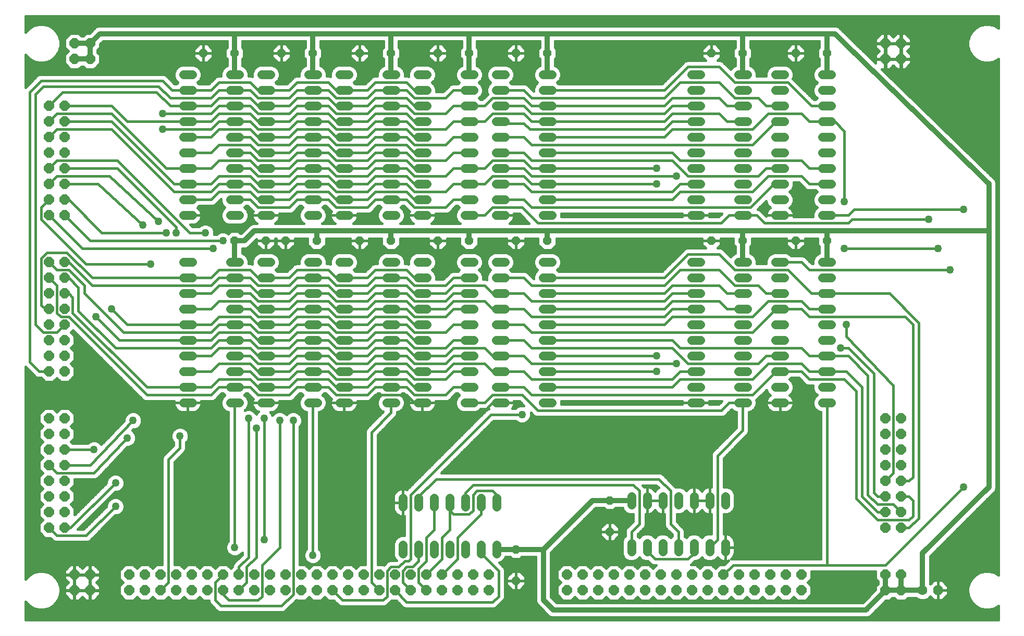
<source format=gbl>
G75*
%MOIN*%
%OFA0B0*%
%FSLAX24Y24*%
%IPPOS*%
%LPD*%
%AMOC8*
5,1,8,0,0,1.08239X$1,22.5*
%
%ADD10C,0.0560*%
%ADD11OC8,0.0560*%
%ADD12OC8,0.0640*%
%ADD13OC8,0.0630*%
%ADD14C,0.0630*%
%ADD15C,0.0160*%
%ADD16C,0.0500*%
%ADD17C,0.0320*%
D10*
X014360Y018265D02*
X014920Y018265D01*
X014920Y019265D02*
X014360Y019265D01*
X014360Y020265D02*
X014920Y020265D01*
X014920Y021265D02*
X014360Y021265D01*
X014360Y022265D02*
X014920Y022265D01*
X014920Y023265D02*
X014360Y023265D01*
X014360Y024265D02*
X014920Y024265D01*
X014920Y025265D02*
X014360Y025265D01*
X014360Y026265D02*
X014920Y026265D01*
X014920Y027265D02*
X014360Y027265D01*
X017360Y027265D02*
X017920Y027265D01*
X017920Y026265D02*
X017360Y026265D01*
X017360Y025265D02*
X017920Y025265D01*
X017920Y024265D02*
X017360Y024265D01*
X017360Y023265D02*
X017920Y023265D01*
X017920Y022265D02*
X017360Y022265D01*
X017360Y021265D02*
X017920Y021265D01*
X017920Y020265D02*
X017360Y020265D01*
X017360Y019265D02*
X017920Y019265D01*
X017920Y018265D02*
X017360Y018265D01*
X019360Y018265D02*
X019920Y018265D01*
X019920Y019265D02*
X019360Y019265D01*
X019360Y020265D02*
X019920Y020265D01*
X019920Y021265D02*
X019360Y021265D01*
X019360Y022265D02*
X019920Y022265D01*
X019920Y023265D02*
X019360Y023265D01*
X019360Y024265D02*
X019920Y024265D01*
X019920Y025265D02*
X019360Y025265D01*
X019360Y026265D02*
X019920Y026265D01*
X019920Y027265D02*
X019360Y027265D01*
X022360Y027265D02*
X022920Y027265D01*
X022920Y026265D02*
X022360Y026265D01*
X022360Y025265D02*
X022920Y025265D01*
X022920Y024265D02*
X022360Y024265D01*
X022360Y023265D02*
X022920Y023265D01*
X022920Y022265D02*
X022360Y022265D01*
X022360Y021265D02*
X022920Y021265D01*
X022920Y020265D02*
X022360Y020265D01*
X022360Y019265D02*
X022920Y019265D01*
X022920Y018265D02*
X022360Y018265D01*
X024360Y018265D02*
X024920Y018265D01*
X024920Y019265D02*
X024360Y019265D01*
X024360Y020265D02*
X024920Y020265D01*
X024920Y021265D02*
X024360Y021265D01*
X024360Y022265D02*
X024920Y022265D01*
X024920Y023265D02*
X024360Y023265D01*
X024360Y024265D02*
X024920Y024265D01*
X024920Y025265D02*
X024360Y025265D01*
X024360Y026265D02*
X024920Y026265D01*
X024920Y027265D02*
X024360Y027265D01*
X027360Y027265D02*
X027920Y027265D01*
X027920Y026265D02*
X027360Y026265D01*
X027360Y025265D02*
X027920Y025265D01*
X027920Y024265D02*
X027360Y024265D01*
X027360Y023265D02*
X027920Y023265D01*
X027920Y022265D02*
X027360Y022265D01*
X027360Y021265D02*
X027920Y021265D01*
X027920Y020265D02*
X027360Y020265D01*
X027360Y019265D02*
X027920Y019265D01*
X027920Y018265D02*
X027360Y018265D01*
X029360Y018265D02*
X029920Y018265D01*
X029920Y019265D02*
X029360Y019265D01*
X029360Y020265D02*
X029920Y020265D01*
X029920Y021265D02*
X029360Y021265D01*
X029360Y022265D02*
X029920Y022265D01*
X029920Y023265D02*
X029360Y023265D01*
X029360Y024265D02*
X029920Y024265D01*
X029920Y025265D02*
X029360Y025265D01*
X029360Y026265D02*
X029920Y026265D01*
X029920Y027265D02*
X029360Y027265D01*
X032360Y027265D02*
X032920Y027265D01*
X032920Y026265D02*
X032360Y026265D01*
X032360Y025265D02*
X032920Y025265D01*
X032920Y024265D02*
X032360Y024265D01*
X032360Y023265D02*
X032920Y023265D01*
X032920Y022265D02*
X032360Y022265D01*
X032360Y021265D02*
X032920Y021265D01*
X032920Y020265D02*
X032360Y020265D01*
X032360Y019265D02*
X032920Y019265D01*
X032920Y018265D02*
X032360Y018265D01*
X034360Y018265D02*
X034920Y018265D01*
X034920Y019265D02*
X034360Y019265D01*
X034360Y020265D02*
X034920Y020265D01*
X034920Y021265D02*
X034360Y021265D01*
X034360Y022265D02*
X034920Y022265D01*
X034920Y023265D02*
X034360Y023265D01*
X034360Y024265D02*
X034920Y024265D01*
X034920Y025265D02*
X034360Y025265D01*
X034360Y026265D02*
X034920Y026265D01*
X034920Y027265D02*
X034360Y027265D01*
X037360Y027265D02*
X037920Y027265D01*
X037920Y026265D02*
X037360Y026265D01*
X037360Y025265D02*
X037920Y025265D01*
X037920Y024265D02*
X037360Y024265D01*
X037360Y023265D02*
X037920Y023265D01*
X037920Y022265D02*
X037360Y022265D01*
X037360Y021265D02*
X037920Y021265D01*
X037920Y020265D02*
X037360Y020265D01*
X037360Y019265D02*
X037920Y019265D01*
X037920Y018265D02*
X037360Y018265D01*
X043015Y012295D02*
X043015Y011735D01*
X044015Y011735D02*
X044015Y012295D01*
X045015Y012295D02*
X045015Y011735D01*
X046015Y011735D02*
X046015Y012295D01*
X047015Y012295D02*
X047015Y011735D01*
X048015Y011735D02*
X048015Y012295D01*
X049015Y012295D02*
X049015Y011735D01*
X049015Y009295D02*
X049015Y008735D01*
X048015Y008735D02*
X048015Y009295D01*
X047015Y009295D02*
X047015Y008735D01*
X046015Y008735D02*
X046015Y009295D01*
X045015Y009295D02*
X045015Y008735D01*
X044015Y008735D02*
X044015Y009295D01*
X043015Y009295D02*
X043015Y008735D01*
X034390Y008610D02*
X034390Y009170D01*
X033390Y009170D02*
X033390Y008610D01*
X032390Y008610D02*
X032390Y009170D01*
X031390Y009170D02*
X031390Y008610D01*
X030390Y008610D02*
X030390Y009170D01*
X029390Y009170D02*
X029390Y008610D01*
X028390Y008610D02*
X028390Y009170D01*
X028390Y011610D02*
X028390Y012170D01*
X029390Y012170D02*
X029390Y011610D01*
X030390Y011610D02*
X030390Y012170D01*
X031390Y012170D02*
X031390Y011610D01*
X032390Y011610D02*
X032390Y012170D01*
X033390Y012170D02*
X033390Y011610D01*
X034390Y011610D02*
X034390Y012170D01*
X046860Y018265D02*
X047420Y018265D01*
X047420Y019265D02*
X046860Y019265D01*
X046860Y020265D02*
X047420Y020265D01*
X047420Y021265D02*
X046860Y021265D01*
X046860Y022265D02*
X047420Y022265D01*
X047420Y023265D02*
X046860Y023265D01*
X046860Y024265D02*
X047420Y024265D01*
X047420Y025265D02*
X046860Y025265D01*
X046860Y026265D02*
X047420Y026265D01*
X047420Y027265D02*
X046860Y027265D01*
X049860Y027265D02*
X050420Y027265D01*
X050420Y026265D02*
X049860Y026265D01*
X049860Y025265D02*
X050420Y025265D01*
X050420Y024265D02*
X049860Y024265D01*
X049860Y023265D02*
X050420Y023265D01*
X050420Y022265D02*
X049860Y022265D01*
X049860Y021265D02*
X050420Y021265D01*
X050420Y020265D02*
X049860Y020265D01*
X049860Y019265D02*
X050420Y019265D01*
X050420Y018265D02*
X049860Y018265D01*
X052235Y018265D02*
X052795Y018265D01*
X052795Y019265D02*
X052235Y019265D01*
X052235Y020265D02*
X052795Y020265D01*
X052795Y021265D02*
X052235Y021265D01*
X052235Y022265D02*
X052795Y022265D01*
X052795Y023265D02*
X052235Y023265D01*
X052235Y024265D02*
X052795Y024265D01*
X052795Y025265D02*
X052235Y025265D01*
X052235Y026265D02*
X052795Y026265D01*
X052795Y027265D02*
X052235Y027265D01*
X055235Y027265D02*
X055795Y027265D01*
X055795Y026265D02*
X055235Y026265D01*
X055235Y025265D02*
X055795Y025265D01*
X055795Y024265D02*
X055235Y024265D01*
X055235Y023265D02*
X055795Y023265D01*
X055795Y022265D02*
X055235Y022265D01*
X055235Y021265D02*
X055795Y021265D01*
X055795Y020265D02*
X055235Y020265D01*
X055235Y019265D02*
X055795Y019265D01*
X055795Y018265D02*
X055235Y018265D01*
X055235Y030265D02*
X055795Y030265D01*
X055795Y031265D02*
X055235Y031265D01*
X055235Y032265D02*
X055795Y032265D01*
X055795Y033265D02*
X055235Y033265D01*
X055235Y034265D02*
X055795Y034265D01*
X055795Y035265D02*
X055235Y035265D01*
X055235Y036265D02*
X055795Y036265D01*
X055795Y037265D02*
X055235Y037265D01*
X055235Y038265D02*
X055795Y038265D01*
X055795Y039265D02*
X055235Y039265D01*
X052795Y039265D02*
X052235Y039265D01*
X050420Y039265D02*
X049860Y039265D01*
X049860Y038265D02*
X050420Y038265D01*
X050420Y037265D02*
X049860Y037265D01*
X049860Y036265D02*
X050420Y036265D01*
X050420Y035265D02*
X049860Y035265D01*
X049860Y034265D02*
X050420Y034265D01*
X050420Y033265D02*
X049860Y033265D01*
X049860Y032265D02*
X050420Y032265D01*
X050420Y031265D02*
X049860Y031265D01*
X049860Y030265D02*
X050420Y030265D01*
X052235Y030265D02*
X052795Y030265D01*
X052795Y031265D02*
X052235Y031265D01*
X052235Y032265D02*
X052795Y032265D01*
X052795Y033265D02*
X052235Y033265D01*
X052235Y034265D02*
X052795Y034265D01*
X052795Y035265D02*
X052235Y035265D01*
X052235Y036265D02*
X052795Y036265D01*
X052795Y037265D02*
X052235Y037265D01*
X052235Y038265D02*
X052795Y038265D01*
X047420Y038265D02*
X046860Y038265D01*
X046860Y037265D02*
X047420Y037265D01*
X047420Y036265D02*
X046860Y036265D01*
X046860Y035265D02*
X047420Y035265D01*
X047420Y034265D02*
X046860Y034265D01*
X046860Y033265D02*
X047420Y033265D01*
X047420Y032265D02*
X046860Y032265D01*
X046860Y031265D02*
X047420Y031265D01*
X047420Y030265D02*
X046860Y030265D01*
X037920Y030265D02*
X037360Y030265D01*
X037360Y031265D02*
X037920Y031265D01*
X037920Y032265D02*
X037360Y032265D01*
X037360Y033265D02*
X037920Y033265D01*
X037920Y034265D02*
X037360Y034265D01*
X037360Y035265D02*
X037920Y035265D01*
X037920Y036265D02*
X037360Y036265D01*
X037360Y037265D02*
X037920Y037265D01*
X037920Y038265D02*
X037360Y038265D01*
X037360Y039265D02*
X037920Y039265D01*
X034920Y039265D02*
X034360Y039265D01*
X032920Y039265D02*
X032360Y039265D01*
X032360Y038265D02*
X032920Y038265D01*
X032920Y037265D02*
X032360Y037265D01*
X032360Y036265D02*
X032920Y036265D01*
X032920Y035265D02*
X032360Y035265D01*
X032360Y034265D02*
X032920Y034265D01*
X032920Y033265D02*
X032360Y033265D01*
X032360Y032265D02*
X032920Y032265D01*
X032920Y031265D02*
X032360Y031265D01*
X032360Y030265D02*
X032920Y030265D01*
X034360Y030265D02*
X034920Y030265D01*
X034920Y031265D02*
X034360Y031265D01*
X034360Y032265D02*
X034920Y032265D01*
X034920Y033265D02*
X034360Y033265D01*
X034360Y034265D02*
X034920Y034265D01*
X034920Y035265D02*
X034360Y035265D01*
X034360Y036265D02*
X034920Y036265D01*
X034920Y037265D02*
X034360Y037265D01*
X034360Y038265D02*
X034920Y038265D01*
X029920Y038265D02*
X029360Y038265D01*
X029360Y037265D02*
X029920Y037265D01*
X029920Y036265D02*
X029360Y036265D01*
X029360Y035265D02*
X029920Y035265D01*
X029920Y034265D02*
X029360Y034265D01*
X029360Y033265D02*
X029920Y033265D01*
X029920Y032265D02*
X029360Y032265D01*
X029360Y031265D02*
X029920Y031265D01*
X029920Y030265D02*
X029360Y030265D01*
X027920Y030265D02*
X027360Y030265D01*
X027360Y031265D02*
X027920Y031265D01*
X027920Y032265D02*
X027360Y032265D01*
X027360Y033265D02*
X027920Y033265D01*
X027920Y034265D02*
X027360Y034265D01*
X027360Y035265D02*
X027920Y035265D01*
X027920Y036265D02*
X027360Y036265D01*
X027360Y037265D02*
X027920Y037265D01*
X027920Y038265D02*
X027360Y038265D01*
X027360Y039265D02*
X027920Y039265D01*
X029360Y039265D02*
X029920Y039265D01*
X024920Y039265D02*
X024360Y039265D01*
X022920Y039265D02*
X022360Y039265D01*
X022360Y038265D02*
X022920Y038265D01*
X022920Y037265D02*
X022360Y037265D01*
X022360Y036265D02*
X022920Y036265D01*
X022920Y035265D02*
X022360Y035265D01*
X022360Y034265D02*
X022920Y034265D01*
X022920Y033265D02*
X022360Y033265D01*
X022360Y032265D02*
X022920Y032265D01*
X022920Y031265D02*
X022360Y031265D01*
X022360Y030265D02*
X022920Y030265D01*
X024360Y030265D02*
X024920Y030265D01*
X024920Y031265D02*
X024360Y031265D01*
X024360Y032265D02*
X024920Y032265D01*
X024920Y033265D02*
X024360Y033265D01*
X024360Y034265D02*
X024920Y034265D01*
X024920Y035265D02*
X024360Y035265D01*
X024360Y036265D02*
X024920Y036265D01*
X024920Y037265D02*
X024360Y037265D01*
X024360Y038265D02*
X024920Y038265D01*
X019920Y038265D02*
X019360Y038265D01*
X019360Y037265D02*
X019920Y037265D01*
X019920Y036265D02*
X019360Y036265D01*
X019360Y035265D02*
X019920Y035265D01*
X019920Y034265D02*
X019360Y034265D01*
X019360Y033265D02*
X019920Y033265D01*
X019920Y032265D02*
X019360Y032265D01*
X019360Y031265D02*
X019920Y031265D01*
X019920Y030265D02*
X019360Y030265D01*
X017920Y030265D02*
X017360Y030265D01*
X017360Y031265D02*
X017920Y031265D01*
X017920Y032265D02*
X017360Y032265D01*
X017360Y033265D02*
X017920Y033265D01*
X017920Y034265D02*
X017360Y034265D01*
X017360Y035265D02*
X017920Y035265D01*
X017920Y036265D02*
X017360Y036265D01*
X017360Y037265D02*
X017920Y037265D01*
X017920Y038265D02*
X017360Y038265D01*
X017360Y039265D02*
X017920Y039265D01*
X019360Y039265D02*
X019920Y039265D01*
X014920Y039265D02*
X014360Y039265D01*
X014360Y038265D02*
X014920Y038265D01*
X014920Y037265D02*
X014360Y037265D01*
X014360Y036265D02*
X014920Y036265D01*
X014920Y035265D02*
X014360Y035265D01*
X014360Y034265D02*
X014920Y034265D01*
X014920Y033265D02*
X014360Y033265D01*
X014360Y032265D02*
X014920Y032265D01*
X014920Y031265D02*
X014360Y031265D01*
X014360Y030265D02*
X014920Y030265D01*
X046860Y039265D02*
X047420Y039265D01*
D11*
X048140Y040640D03*
X050140Y040640D03*
X053515Y040640D03*
X055515Y040640D03*
X055515Y028640D03*
X053515Y028640D03*
X050140Y028640D03*
X048140Y028640D03*
X037640Y028640D03*
X035640Y028640D03*
X032640Y028640D03*
X030640Y028640D03*
X027640Y028640D03*
X025640Y028640D03*
X022890Y028640D03*
X020890Y028640D03*
X019640Y028640D03*
X017640Y028640D03*
X017640Y040640D03*
X015640Y040640D03*
X020640Y040640D03*
X022640Y040640D03*
X025640Y040640D03*
X027640Y040640D03*
X030640Y040640D03*
X032640Y040640D03*
X035640Y040640D03*
X037640Y040640D03*
X041640Y012015D03*
X041640Y010015D03*
X035640Y008890D03*
X035640Y006890D03*
D12*
X033890Y007265D03*
X032890Y007265D03*
X032890Y006265D03*
X033890Y006265D03*
X031890Y006265D03*
X030890Y006265D03*
X029890Y006265D03*
X029890Y007265D03*
X030890Y007265D03*
X031890Y007265D03*
X028890Y007265D03*
X027890Y007265D03*
X027890Y006265D03*
X028890Y006265D03*
X026890Y006265D03*
X025890Y006265D03*
X024890Y006265D03*
X024890Y007265D03*
X025890Y007265D03*
X026890Y007265D03*
X023890Y007265D03*
X022890Y007265D03*
X022890Y006265D03*
X023890Y006265D03*
X021890Y006265D03*
X020890Y006265D03*
X019890Y006265D03*
X019890Y007265D03*
X020890Y007265D03*
X021890Y007265D03*
X018890Y007265D03*
X017890Y007265D03*
X017890Y006265D03*
X018890Y006265D03*
X016890Y006265D03*
X015890Y006265D03*
X015890Y007265D03*
X016890Y007265D03*
X014890Y007265D03*
X013890Y007265D03*
X012890Y007265D03*
X012890Y006265D03*
X013890Y006265D03*
X014890Y006265D03*
X011890Y006265D03*
X010890Y006265D03*
X010890Y007265D03*
X011890Y007265D03*
X008390Y007265D03*
X007390Y007265D03*
X007390Y006265D03*
X008390Y006265D03*
X006765Y010265D03*
X005765Y010265D03*
X005765Y011265D03*
X006765Y011265D03*
X006765Y012265D03*
X005765Y012265D03*
X005765Y013265D03*
X006765Y013265D03*
X006765Y014265D03*
X005765Y014265D03*
X005765Y015265D03*
X006765Y015265D03*
X006765Y016265D03*
X005765Y016265D03*
X005765Y017265D03*
X006765Y017265D03*
X006765Y020265D03*
X005765Y020265D03*
X005765Y021265D03*
X006765Y021265D03*
X006765Y022265D03*
X005765Y022265D03*
X005765Y023265D03*
X006765Y023265D03*
X006765Y024265D03*
X005765Y024265D03*
X005765Y025265D03*
X006765Y025265D03*
X006765Y026265D03*
X005765Y026265D03*
X005765Y027265D03*
X006765Y027265D03*
X006765Y030265D03*
X005765Y030265D03*
X005765Y031265D03*
X006765Y031265D03*
X006765Y032265D03*
X005765Y032265D03*
X005765Y033265D03*
X006765Y033265D03*
X006765Y034265D03*
X005765Y034265D03*
X005765Y035265D03*
X006765Y035265D03*
X006765Y036265D03*
X005765Y036265D03*
X005765Y037265D03*
X006765Y037265D03*
X007390Y040265D03*
X008390Y040265D03*
X008390Y041265D03*
X007390Y041265D03*
X038890Y007265D03*
X038890Y006265D03*
X039890Y006265D03*
X040890Y006265D03*
X040890Y007265D03*
X039890Y007265D03*
X041890Y007265D03*
X042890Y007265D03*
X043890Y007265D03*
X043890Y006265D03*
X042890Y006265D03*
X041890Y006265D03*
X044890Y006265D03*
X045890Y006265D03*
X045890Y007265D03*
X044890Y007265D03*
X046890Y007265D03*
X047890Y007265D03*
X048890Y007265D03*
X048890Y006265D03*
X047890Y006265D03*
X046890Y006265D03*
X049890Y006265D03*
X050890Y006265D03*
X050890Y007265D03*
X049890Y007265D03*
X051890Y007265D03*
X052890Y007265D03*
X052890Y006265D03*
X051890Y006265D03*
X053890Y006265D03*
X053890Y007265D03*
X059265Y007265D03*
X060265Y007265D03*
X060265Y006265D03*
X059265Y006265D03*
X059265Y010265D03*
X060265Y010265D03*
X060265Y011265D03*
X059265Y011265D03*
X059265Y012265D03*
X060265Y012265D03*
X060265Y013265D03*
X059265Y013265D03*
X059265Y014265D03*
X060265Y014265D03*
X060265Y015265D03*
X059265Y015265D03*
X059265Y016265D03*
X060265Y016265D03*
X060265Y017265D03*
X059265Y017265D03*
X059265Y040265D03*
X060265Y040265D03*
X060265Y041265D03*
X059265Y041265D03*
D13*
X062640Y006265D03*
D14*
X061640Y006265D03*
D15*
X004270Y005548D02*
X004270Y004395D01*
X066502Y004395D01*
X066502Y005282D01*
X066236Y005128D01*
X065926Y005045D01*
X065604Y005045D01*
X065294Y005128D01*
X065016Y005289D01*
X064789Y005516D01*
X064628Y005794D01*
X064545Y006104D01*
X064545Y006426D01*
X064628Y006736D01*
X064789Y007014D01*
X065016Y007241D01*
X065294Y007402D01*
X065604Y007485D01*
X065926Y007485D01*
X066236Y007402D01*
X066502Y007248D01*
X066502Y040282D01*
X066236Y040128D01*
X065926Y040045D01*
X065604Y040045D01*
X065294Y040128D01*
X065016Y040289D01*
X064789Y040516D01*
X064628Y040794D01*
X064545Y041104D01*
X060905Y041104D01*
X060905Y041000D02*
X060905Y041245D01*
X060285Y041245D01*
X060285Y041285D01*
X060245Y041285D01*
X060245Y041905D01*
X060000Y041905D01*
X059765Y041670D01*
X059530Y041905D01*
X059285Y041905D01*
X059285Y041285D01*
X059245Y041285D01*
X059245Y041905D01*
X059000Y041905D01*
X058625Y041530D01*
X058625Y041285D01*
X059245Y041285D01*
X059245Y041245D01*
X058625Y041245D01*
X058625Y041000D01*
X058860Y040765D01*
X058625Y040530D01*
X058625Y040285D01*
X059245Y040285D01*
X059245Y041245D01*
X059285Y041245D01*
X059285Y041285D01*
X060245Y041285D01*
X060245Y041245D01*
X059625Y041245D01*
X059285Y041245D01*
X059285Y040625D01*
X059285Y040285D01*
X059245Y040285D01*
X059245Y040245D01*
X058625Y040245D01*
X058625Y040016D01*
X056352Y042232D01*
X056287Y042297D01*
X056284Y042298D01*
X056282Y042300D01*
X056196Y042335D01*
X056110Y042370D01*
X056107Y042370D01*
X056104Y042371D01*
X056012Y042370D01*
X008920Y042370D01*
X008743Y042297D01*
X008351Y041905D01*
X008125Y041905D01*
X007965Y041745D01*
X007815Y041745D01*
X007655Y041905D01*
X007125Y041905D01*
X006750Y041530D01*
X006750Y041000D01*
X006985Y040765D01*
X006750Y040530D01*
X006750Y040000D01*
X007125Y039625D01*
X007655Y039625D01*
X007815Y039785D01*
X007965Y039785D01*
X008125Y039625D01*
X008655Y039625D01*
X009030Y040000D01*
X009030Y040530D01*
X008870Y040690D01*
X008870Y040840D01*
X009030Y041000D01*
X009030Y041226D01*
X009214Y041410D01*
X017160Y041410D01*
X017160Y041009D01*
X017040Y040889D01*
X017040Y040391D01*
X017160Y040271D01*
X017160Y039832D01*
X017020Y039774D01*
X016851Y039605D01*
X016760Y039384D01*
X016760Y039165D01*
X016560Y039165D01*
X016413Y039104D01*
X016301Y038992D01*
X015974Y038665D01*
X015369Y038665D01*
X015269Y038765D01*
X015429Y038925D01*
X015520Y039146D01*
X015520Y039384D01*
X015429Y039605D01*
X015260Y039774D01*
X015039Y039865D01*
X014241Y039865D01*
X014020Y039774D01*
X013851Y039605D01*
X013760Y039384D01*
X013760Y039146D01*
X013851Y038925D01*
X014011Y038765D01*
X013911Y038665D01*
X013806Y038665D01*
X013354Y039117D01*
X013242Y039229D01*
X013095Y039290D01*
X005185Y039290D01*
X005038Y039229D01*
X004288Y038479D01*
X004270Y038461D01*
X004270Y040548D01*
X004289Y040516D01*
X004516Y040289D01*
X004794Y040128D01*
X005104Y040045D01*
X005426Y040045D01*
X005736Y040128D01*
X006014Y040289D01*
X006241Y040516D01*
X006402Y040794D01*
X006485Y041104D01*
X006750Y041104D01*
X006750Y041263D02*
X006485Y041263D01*
X006485Y041421D02*
X006750Y041421D01*
X006799Y041580D02*
X006444Y041580D01*
X006485Y041426D02*
X006402Y041736D01*
X006241Y042014D01*
X006014Y042241D01*
X005736Y042402D01*
X005426Y042485D01*
X005104Y042485D01*
X004794Y042402D01*
X004516Y042241D01*
X004289Y042014D01*
X004270Y041982D01*
X004270Y043005D01*
X066502Y043005D01*
X066502Y042248D01*
X066236Y042402D01*
X065926Y042485D01*
X065604Y042485D01*
X065294Y042402D01*
X065016Y042241D01*
X064789Y042014D01*
X064628Y041736D01*
X064545Y041426D01*
X064545Y041104D01*
X064545Y041263D02*
X060285Y041263D01*
X060285Y041245D02*
X060285Y040625D01*
X060285Y040285D01*
X060905Y040285D01*
X060905Y040530D01*
X060670Y040765D01*
X060905Y041000D01*
X060851Y040946D02*
X064588Y040946D01*
X064632Y040787D02*
X060692Y040787D01*
X060807Y040629D02*
X064724Y040629D01*
X064835Y040470D02*
X060905Y040470D01*
X060905Y040312D02*
X064993Y040312D01*
X065251Y040153D02*
X060905Y040153D01*
X060905Y040245D02*
X060905Y040000D01*
X060530Y039625D01*
X060285Y039625D01*
X060285Y040245D01*
X060285Y040285D01*
X060245Y040285D01*
X060245Y041245D01*
X060285Y041245D01*
X060285Y041285D02*
X060905Y041285D01*
X060905Y041530D01*
X060530Y041905D01*
X060285Y041905D01*
X060285Y041285D01*
X060245Y041263D02*
X059285Y041263D01*
X059245Y041263D02*
X057346Y041263D01*
X057184Y041421D02*
X058625Y041421D01*
X058674Y041580D02*
X057021Y041580D01*
X056859Y041738D02*
X058833Y041738D01*
X058991Y041897D02*
X056696Y041897D01*
X056533Y042055D02*
X064830Y042055D01*
X064721Y041897D02*
X060539Y041897D01*
X060697Y041738D02*
X064629Y041738D01*
X064586Y041580D02*
X060856Y041580D01*
X060905Y041421D02*
X064545Y041421D01*
X064988Y042214D02*
X056371Y042214D01*
X055035Y041410D02*
X055035Y041009D01*
X054915Y040889D01*
X054915Y040391D01*
X055035Y040271D01*
X055035Y039832D01*
X054895Y039774D01*
X054726Y039605D01*
X054635Y039384D01*
X054635Y039146D01*
X054726Y038925D01*
X054886Y038765D01*
X054726Y038605D01*
X054635Y038384D01*
X054635Y038146D01*
X054726Y037925D01*
X054886Y037765D01*
X054786Y037665D01*
X054681Y037665D01*
X053338Y039008D01*
X053395Y039146D01*
X053395Y039384D01*
X053304Y039605D01*
X053135Y039774D01*
X052914Y039865D01*
X052116Y039865D01*
X051895Y039774D01*
X051726Y039605D01*
X051635Y039384D01*
X051635Y039165D01*
X051020Y039165D01*
X051020Y039384D01*
X050929Y039605D01*
X050760Y039774D01*
X050620Y039832D01*
X050620Y040271D01*
X050740Y040391D01*
X050740Y040889D01*
X050620Y041009D01*
X050620Y041410D01*
X055035Y041410D01*
X055035Y041263D02*
X050620Y041263D01*
X050620Y041104D02*
X053131Y041104D01*
X053266Y041240D02*
X052915Y040889D01*
X052915Y040640D01*
X053515Y040640D01*
X054115Y040640D01*
X054115Y040889D01*
X053764Y041240D01*
X053515Y041240D01*
X053515Y040640D01*
X053515Y040640D01*
X053515Y040640D01*
X054115Y040640D01*
X054115Y040391D01*
X053764Y040040D01*
X053515Y040040D01*
X053515Y040640D01*
X053515Y040640D01*
X053515Y040640D01*
X053515Y041240D01*
X053266Y041240D01*
X053515Y041104D02*
X053515Y041104D01*
X053515Y040946D02*
X053515Y040946D01*
X053515Y040787D02*
X053515Y040787D01*
X053515Y040640D02*
X052915Y040640D01*
X052915Y040391D01*
X053266Y040040D01*
X053515Y040040D01*
X053515Y040640D01*
X053515Y040629D02*
X053515Y040629D01*
X053515Y040470D02*
X053515Y040470D01*
X053515Y040312D02*
X053515Y040312D01*
X053515Y040153D02*
X053515Y040153D01*
X053877Y040153D02*
X055035Y040153D01*
X055035Y039995D02*
X050620Y039995D01*
X050620Y040153D02*
X053153Y040153D01*
X052995Y040312D02*
X050660Y040312D01*
X050740Y040470D02*
X052915Y040470D01*
X052915Y040629D02*
X050740Y040629D01*
X050740Y040787D02*
X052915Y040787D01*
X052972Y040946D02*
X050683Y040946D01*
X049660Y041009D02*
X049660Y041410D01*
X038120Y041410D01*
X038120Y041009D01*
X038240Y040889D01*
X038240Y040391D01*
X038120Y040271D01*
X038120Y039832D01*
X038260Y039774D01*
X038429Y039605D01*
X038520Y039384D01*
X038520Y039146D01*
X038429Y038925D01*
X038269Y038765D01*
X038369Y038665D01*
X044974Y038665D01*
X046301Y039992D01*
X046413Y040104D01*
X046560Y040165D01*
X047766Y040165D01*
X047540Y040391D01*
X047540Y040640D01*
X048140Y040640D01*
X048140Y040640D01*
X048140Y041240D01*
X048389Y041240D01*
X048740Y040889D01*
X048740Y040640D01*
X048140Y040640D01*
X048140Y040640D01*
X048140Y040640D01*
X048140Y041240D01*
X047891Y041240D01*
X047540Y040889D01*
X047540Y040640D01*
X048140Y040640D01*
X048740Y040640D01*
X048740Y040391D01*
X048514Y040165D01*
X048720Y040165D01*
X048867Y040104D01*
X049359Y039612D01*
X049520Y039774D01*
X049660Y039832D01*
X049660Y040271D01*
X049540Y040391D01*
X049540Y040889D01*
X049660Y041009D01*
X049597Y040946D02*
X048683Y040946D01*
X048740Y040787D02*
X049540Y040787D01*
X049540Y040629D02*
X048740Y040629D01*
X048740Y040470D02*
X049540Y040470D01*
X049620Y040312D02*
X048660Y040312D01*
X048748Y040153D02*
X049660Y040153D01*
X049660Y039995D02*
X048976Y039995D01*
X049135Y039836D02*
X049660Y039836D01*
X049424Y039678D02*
X049293Y039678D01*
X048640Y039765D02*
X049640Y038765D01*
X053015Y038765D01*
X054515Y037265D01*
X055515Y037265D01*
X054876Y037776D02*
X054570Y037776D01*
X054723Y037934D02*
X054412Y037934D01*
X054253Y038093D02*
X054657Y038093D01*
X054635Y038251D02*
X054095Y038251D01*
X053936Y038410D02*
X054645Y038410D01*
X054711Y038568D02*
X053778Y038568D01*
X053619Y038727D02*
X054848Y038727D01*
X054766Y038885D02*
X053461Y038885D01*
X053353Y039044D02*
X054677Y039044D01*
X054635Y039202D02*
X053395Y039202D01*
X053395Y039361D02*
X054635Y039361D01*
X054691Y039519D02*
X053339Y039519D01*
X053231Y039678D02*
X054799Y039678D01*
X055035Y039836D02*
X052984Y039836D01*
X052046Y039836D02*
X050620Y039836D01*
X050856Y039678D02*
X051799Y039678D01*
X051691Y039519D02*
X050964Y039519D01*
X051020Y039361D02*
X051635Y039361D01*
X051635Y039202D02*
X051020Y039202D01*
X051140Y037765D02*
X049640Y037765D01*
X048640Y038765D01*
X046140Y038765D01*
X045140Y037765D01*
X036640Y037765D01*
X036140Y038265D01*
X034640Y038265D01*
X034140Y037765D02*
X036140Y037765D01*
X036640Y037265D01*
X037640Y037265D01*
X045140Y037265D01*
X045640Y037765D01*
X048640Y037765D01*
X049140Y037265D01*
X050140Y037265D01*
X050140Y036265D02*
X049140Y036265D01*
X048640Y036765D01*
X045640Y036765D01*
X045140Y036265D01*
X037640Y036265D01*
X036640Y036265D01*
X036140Y036765D01*
X034140Y036765D01*
X033640Y036265D01*
X032640Y036265D01*
X031640Y036265D01*
X031140Y035765D01*
X029140Y035765D01*
X028640Y036265D01*
X027640Y036265D01*
X026640Y036265D01*
X026140Y035765D01*
X024140Y035765D01*
X023640Y036265D01*
X022640Y036265D01*
X021640Y036265D01*
X021140Y035765D01*
X019140Y035765D01*
X018640Y036265D01*
X017640Y036265D01*
X016640Y036265D01*
X016140Y035765D01*
X013015Y035765D01*
X013015Y036765D02*
X016140Y036765D01*
X016640Y037265D01*
X017640Y037265D01*
X018640Y037265D01*
X019140Y036765D01*
X021140Y036765D01*
X021640Y037265D01*
X022640Y037265D01*
X023640Y037265D01*
X024140Y036765D01*
X026140Y036765D01*
X026640Y037265D01*
X027640Y037265D01*
X028640Y037265D01*
X029140Y036765D01*
X031140Y036765D01*
X031640Y037265D01*
X032640Y037265D01*
X033640Y037265D01*
X034140Y037765D01*
X033817Y038008D02*
X033801Y037992D01*
X033474Y037665D01*
X033369Y037665D01*
X033269Y037765D01*
X033429Y037925D01*
X033520Y038146D01*
X033520Y038384D01*
X033429Y038605D01*
X033269Y038765D01*
X033429Y038925D01*
X033520Y039146D01*
X033520Y039384D01*
X033429Y039605D01*
X033260Y039774D01*
X033120Y039832D01*
X033120Y040271D01*
X033240Y040391D01*
X033240Y040889D01*
X033120Y041009D01*
X033120Y041410D01*
X037160Y041410D01*
X037160Y041009D01*
X037040Y040889D01*
X037040Y040391D01*
X037160Y040271D01*
X037160Y039832D01*
X037020Y039774D01*
X036851Y039605D01*
X036760Y039384D01*
X036760Y039146D01*
X036851Y038925D01*
X037011Y038765D01*
X036851Y038605D01*
X036760Y038384D01*
X036760Y038211D01*
X036367Y038604D01*
X036220Y038665D01*
X035369Y038665D01*
X035269Y038765D01*
X035429Y038925D01*
X035520Y039146D01*
X035520Y039384D01*
X035429Y039605D01*
X035260Y039774D01*
X035039Y039865D01*
X034241Y039865D01*
X034020Y039774D01*
X033851Y039605D01*
X033760Y039384D01*
X033760Y039146D01*
X033851Y038925D01*
X034011Y038765D01*
X033851Y038605D01*
X033760Y038384D01*
X033760Y038146D01*
X033817Y038008D01*
X033782Y038093D02*
X033498Y038093D01*
X033520Y038251D02*
X033760Y038251D01*
X033770Y038410D02*
X033510Y038410D01*
X033444Y038568D02*
X033836Y038568D01*
X033973Y038727D02*
X033307Y038727D01*
X033389Y038885D02*
X033891Y038885D01*
X033802Y039044D02*
X033478Y039044D01*
X033520Y039202D02*
X033760Y039202D01*
X033760Y039361D02*
X033520Y039361D01*
X033464Y039519D02*
X033816Y039519D01*
X033924Y039678D02*
X033356Y039678D01*
X033120Y039836D02*
X034171Y039836D01*
X035109Y039836D02*
X037160Y039836D01*
X037160Y039995D02*
X033120Y039995D01*
X033120Y040153D02*
X035278Y040153D01*
X035391Y040040D02*
X035640Y040040D01*
X035889Y040040D01*
X036240Y040391D01*
X036240Y040640D01*
X036240Y040889D01*
X035889Y041240D01*
X035640Y041240D01*
X035640Y040640D01*
X036240Y040640D01*
X035640Y040640D01*
X035640Y040640D01*
X035640Y040640D01*
X035640Y040040D01*
X035640Y040640D01*
X035640Y040640D01*
X035640Y040640D01*
X035040Y040640D01*
X035040Y040889D01*
X035391Y041240D01*
X035640Y041240D01*
X035640Y040640D01*
X035040Y040640D01*
X035040Y040391D01*
X035391Y040040D01*
X035640Y040153D02*
X035640Y040153D01*
X035640Y040312D02*
X035640Y040312D01*
X035640Y040470D02*
X035640Y040470D01*
X035640Y040629D02*
X035640Y040629D01*
X035640Y040787D02*
X035640Y040787D01*
X035640Y040946D02*
X035640Y040946D01*
X035640Y041104D02*
X035640Y041104D01*
X036024Y041104D02*
X037160Y041104D01*
X037160Y041263D02*
X033120Y041263D01*
X033120Y041104D02*
X035256Y041104D01*
X035097Y040946D02*
X033183Y040946D01*
X033240Y040787D02*
X035040Y040787D01*
X035040Y040629D02*
X033240Y040629D01*
X033240Y040470D02*
X035040Y040470D01*
X035120Y040312D02*
X033160Y040312D01*
X032160Y040271D02*
X032160Y039832D01*
X032020Y039774D01*
X031851Y039605D01*
X031760Y039384D01*
X031760Y039146D01*
X031851Y038925D01*
X032011Y038765D01*
X031911Y038665D01*
X031560Y038665D01*
X031413Y038604D01*
X031301Y038492D01*
X030974Y038165D01*
X030520Y038165D01*
X030520Y038384D01*
X030429Y038605D01*
X030269Y038765D01*
X030429Y038925D01*
X030520Y039146D01*
X030520Y039384D01*
X030429Y039605D01*
X030260Y039774D01*
X030039Y039865D01*
X029241Y039865D01*
X029020Y039774D01*
X028851Y039605D01*
X028760Y039384D01*
X028760Y039148D01*
X028720Y039165D01*
X028520Y039165D01*
X028520Y039384D01*
X028429Y039605D01*
X028260Y039774D01*
X028120Y039832D01*
X028120Y040271D01*
X028240Y040391D01*
X028240Y040889D01*
X028120Y041009D01*
X028120Y041410D01*
X032160Y041410D01*
X032160Y041009D01*
X032040Y040889D01*
X032040Y040391D01*
X032160Y040271D01*
X032120Y040312D02*
X031160Y040312D01*
X031240Y040391D02*
X030889Y040040D01*
X030640Y040040D01*
X030640Y040640D01*
X031240Y040640D01*
X031240Y040889D01*
X030889Y041240D01*
X030640Y041240D01*
X030640Y040640D01*
X030640Y040640D01*
X030640Y040640D01*
X031240Y040640D01*
X031240Y040391D01*
X031240Y040470D02*
X032040Y040470D01*
X032040Y040629D02*
X031240Y040629D01*
X031240Y040787D02*
X032040Y040787D01*
X032097Y040946D02*
X031183Y040946D01*
X031024Y041104D02*
X032160Y041104D01*
X032160Y041263D02*
X028120Y041263D01*
X028120Y041104D02*
X030256Y041104D01*
X030391Y041240D02*
X030040Y040889D01*
X030040Y040640D01*
X030640Y040640D01*
X030640Y040640D01*
X030640Y040640D01*
X030640Y041240D01*
X030391Y041240D01*
X030640Y041104D02*
X030640Y041104D01*
X030640Y040946D02*
X030640Y040946D01*
X030640Y040787D02*
X030640Y040787D01*
X030640Y040640D02*
X030040Y040640D01*
X030040Y040391D01*
X030391Y040040D01*
X030640Y040040D01*
X030640Y040640D01*
X030640Y040629D02*
X030640Y040629D01*
X030640Y040470D02*
X030640Y040470D01*
X030640Y040312D02*
X030640Y040312D01*
X030640Y040153D02*
X030640Y040153D01*
X031002Y040153D02*
X032160Y040153D01*
X032160Y039995D02*
X028120Y039995D01*
X028120Y040153D02*
X030278Y040153D01*
X030120Y040312D02*
X028160Y040312D01*
X028240Y040470D02*
X030040Y040470D01*
X030040Y040629D02*
X028240Y040629D01*
X028240Y040787D02*
X030040Y040787D01*
X030097Y040946D02*
X028183Y040946D01*
X027160Y041009D02*
X027160Y041410D01*
X023120Y041410D01*
X023120Y041009D01*
X023240Y040889D01*
X023240Y040391D01*
X023120Y040271D01*
X023120Y039832D01*
X023260Y039774D01*
X023429Y039605D01*
X023520Y039384D01*
X023520Y039165D01*
X023720Y039165D01*
X023760Y039148D01*
X023760Y039384D01*
X023851Y039605D01*
X024020Y039774D01*
X024241Y039865D01*
X025039Y039865D01*
X025260Y039774D01*
X025429Y039605D01*
X025520Y039384D01*
X025520Y039146D01*
X025429Y038925D01*
X025269Y038765D01*
X025369Y038665D01*
X025974Y038665D01*
X026301Y038992D01*
X026413Y039104D01*
X026560Y039165D01*
X026760Y039165D01*
X026760Y039384D01*
X026851Y039605D01*
X027020Y039774D01*
X027160Y039832D01*
X027160Y040271D01*
X027040Y040391D01*
X027040Y040889D01*
X027160Y041009D01*
X027097Y040946D02*
X026183Y040946D01*
X026240Y040889D02*
X025889Y041240D01*
X025640Y041240D01*
X025640Y040640D01*
X026240Y040640D01*
X026240Y040889D01*
X026240Y040787D02*
X027040Y040787D01*
X027040Y040629D02*
X026240Y040629D01*
X026240Y040640D02*
X025640Y040640D01*
X025640Y040640D01*
X025640Y040640D01*
X025640Y040040D01*
X025889Y040040D01*
X026240Y040391D01*
X026240Y040640D01*
X026240Y040470D02*
X027040Y040470D01*
X027120Y040312D02*
X026160Y040312D01*
X026002Y040153D02*
X027160Y040153D01*
X027160Y039995D02*
X023120Y039995D01*
X023120Y040153D02*
X025278Y040153D01*
X025391Y040040D02*
X025640Y040040D01*
X025640Y040640D01*
X025640Y040640D01*
X025640Y040640D01*
X025040Y040640D01*
X025040Y040889D01*
X025391Y041240D01*
X025640Y041240D01*
X025640Y040640D01*
X025040Y040640D01*
X025040Y040391D01*
X025391Y040040D01*
X025640Y040153D02*
X025640Y040153D01*
X025640Y040312D02*
X025640Y040312D01*
X025640Y040470D02*
X025640Y040470D01*
X025640Y040629D02*
X025640Y040629D01*
X025640Y040787D02*
X025640Y040787D01*
X025640Y040946D02*
X025640Y040946D01*
X025640Y041104D02*
X025640Y041104D01*
X026024Y041104D02*
X027160Y041104D01*
X027160Y041263D02*
X023120Y041263D01*
X023120Y041104D02*
X025256Y041104D01*
X025097Y040946D02*
X023183Y040946D01*
X023240Y040787D02*
X025040Y040787D01*
X025040Y040629D02*
X023240Y040629D01*
X023240Y040470D02*
X025040Y040470D01*
X025120Y040312D02*
X023160Y040312D01*
X023120Y039836D02*
X024171Y039836D01*
X023924Y039678D02*
X023356Y039678D01*
X023464Y039519D02*
X023816Y039519D01*
X023760Y039361D02*
X023520Y039361D01*
X023520Y039202D02*
X023760Y039202D01*
X023640Y038765D02*
X024140Y038265D01*
X024640Y038265D01*
X026140Y038265D01*
X026640Y038765D01*
X028640Y038765D01*
X029140Y038265D01*
X029640Y038265D01*
X029140Y037765D02*
X031140Y037765D01*
X031640Y038265D01*
X032640Y038265D01*
X033279Y037776D02*
X033585Y037776D01*
X033432Y037934D02*
X033743Y037934D01*
X034640Y037265D02*
X036140Y037265D01*
X036640Y036765D01*
X045140Y036765D01*
X045640Y037265D01*
X047140Y037265D01*
X047140Y036265D02*
X045640Y036265D01*
X045140Y035765D01*
X036515Y035765D01*
X036140Y036140D01*
X034765Y036140D01*
X034640Y036265D01*
X034640Y035265D02*
X036140Y035265D01*
X036640Y034765D01*
X050765Y034765D01*
X052265Y036265D01*
X052515Y036265D01*
X051765Y036765D02*
X053890Y036765D01*
X054390Y036265D01*
X055515Y036265D01*
X056015Y036265D01*
X056640Y035640D01*
X056640Y031140D01*
X057265Y030640D02*
X064265Y030640D01*
X066370Y030643D02*
X066502Y030643D01*
X066502Y030485D02*
X066370Y030485D01*
X066370Y030326D02*
X066502Y030326D01*
X066502Y030168D02*
X066370Y030168D01*
X066370Y030009D02*
X066502Y030009D01*
X066502Y029851D02*
X066370Y029851D01*
X066370Y029692D02*
X066502Y029692D01*
X066502Y029534D02*
X066370Y029534D01*
X066370Y029375D02*
X066502Y029375D01*
X066502Y029217D02*
X066370Y029217D01*
X066370Y029058D02*
X066502Y029058D01*
X066502Y028900D02*
X066370Y028900D01*
X066370Y028741D02*
X066502Y028741D01*
X066502Y028583D02*
X066370Y028583D01*
X066370Y028424D02*
X066502Y028424D01*
X066502Y028266D02*
X066370Y028266D01*
X066370Y028107D02*
X066502Y028107D01*
X066502Y027949D02*
X066370Y027949D01*
X066370Y027790D02*
X066502Y027790D01*
X066502Y027632D02*
X066370Y027632D01*
X066370Y027473D02*
X066502Y027473D01*
X066502Y027315D02*
X066370Y027315D01*
X066370Y027156D02*
X066502Y027156D01*
X066502Y026998D02*
X066370Y026998D01*
X066370Y026839D02*
X066502Y026839D01*
X066502Y026681D02*
X066370Y026681D01*
X066370Y026522D02*
X066502Y026522D01*
X066502Y026364D02*
X066370Y026364D01*
X066370Y026205D02*
X066502Y026205D01*
X066502Y026047D02*
X066370Y026047D01*
X066370Y025888D02*
X066502Y025888D01*
X066502Y025730D02*
X066370Y025730D01*
X066370Y025571D02*
X066502Y025571D01*
X066502Y025413D02*
X066370Y025413D01*
X066370Y025254D02*
X066502Y025254D01*
X066502Y025096D02*
X066370Y025096D01*
X066370Y024937D02*
X066502Y024937D01*
X066502Y024779D02*
X066370Y024779D01*
X066370Y024620D02*
X066502Y024620D01*
X066502Y024462D02*
X066370Y024462D01*
X066370Y024303D02*
X066502Y024303D01*
X066502Y024145D02*
X066370Y024145D01*
X066370Y023986D02*
X066502Y023986D01*
X066502Y023828D02*
X066370Y023828D01*
X066370Y023669D02*
X066502Y023669D01*
X066502Y023511D02*
X066370Y023511D01*
X066370Y023352D02*
X066502Y023352D01*
X066502Y023194D02*
X066370Y023194D01*
X066370Y023035D02*
X066502Y023035D01*
X066502Y022877D02*
X066370Y022877D01*
X066370Y022718D02*
X066502Y022718D01*
X066502Y022560D02*
X066370Y022560D01*
X066370Y022401D02*
X066502Y022401D01*
X066502Y022243D02*
X066370Y022243D01*
X066370Y022084D02*
X066502Y022084D01*
X066502Y021926D02*
X066370Y021926D01*
X066370Y021767D02*
X066502Y021767D01*
X066502Y021609D02*
X066370Y021609D01*
X066370Y021450D02*
X066502Y021450D01*
X066502Y021292D02*
X066370Y021292D01*
X066370Y021133D02*
X066502Y021133D01*
X066502Y020975D02*
X066370Y020975D01*
X066370Y020816D02*
X066502Y020816D01*
X066502Y020658D02*
X066370Y020658D01*
X066370Y020499D02*
X066502Y020499D01*
X066502Y020341D02*
X066370Y020341D01*
X066370Y020182D02*
X066502Y020182D01*
X066502Y020024D02*
X066370Y020024D01*
X066370Y019865D02*
X066502Y019865D01*
X066502Y019707D02*
X066370Y019707D01*
X066370Y019548D02*
X066502Y019548D01*
X066502Y019390D02*
X066370Y019390D01*
X066370Y019231D02*
X066502Y019231D01*
X066502Y019073D02*
X066370Y019073D01*
X066370Y018914D02*
X066502Y018914D01*
X066502Y018756D02*
X066370Y018756D01*
X066370Y018597D02*
X066502Y018597D01*
X066502Y018439D02*
X066370Y018439D01*
X066370Y018280D02*
X066502Y018280D01*
X066502Y018122D02*
X066370Y018122D01*
X066370Y017963D02*
X066502Y017963D01*
X066502Y017805D02*
X066370Y017805D01*
X066370Y017646D02*
X066502Y017646D01*
X066502Y017488D02*
X066370Y017488D01*
X066370Y017329D02*
X066502Y017329D01*
X066502Y017171D02*
X066370Y017171D01*
X066370Y017012D02*
X066502Y017012D01*
X066502Y016854D02*
X066370Y016854D01*
X066370Y016695D02*
X066502Y016695D01*
X066502Y016537D02*
X066370Y016537D01*
X066370Y016378D02*
X066502Y016378D01*
X066502Y016220D02*
X066370Y016220D01*
X066370Y016061D02*
X066502Y016061D01*
X066502Y015903D02*
X066370Y015903D01*
X066370Y015744D02*
X066502Y015744D01*
X066502Y015586D02*
X066370Y015586D01*
X066370Y015427D02*
X066502Y015427D01*
X066502Y015269D02*
X066370Y015269D01*
X066370Y015110D02*
X066502Y015110D01*
X066502Y014952D02*
X066370Y014952D01*
X066370Y014793D02*
X066502Y014793D01*
X066502Y014635D02*
X066370Y014635D01*
X066370Y014476D02*
X066502Y014476D01*
X066502Y014318D02*
X066370Y014318D01*
X066370Y014159D02*
X066502Y014159D01*
X066502Y014001D02*
X066370Y014001D01*
X066370Y013842D02*
X066502Y013842D01*
X066502Y013684D02*
X066370Y013684D01*
X066370Y013525D02*
X066502Y013525D01*
X066502Y013367D02*
X066370Y013367D01*
X066370Y013208D02*
X066502Y013208D01*
X066502Y013050D02*
X066370Y013050D01*
X066370Y012891D02*
X066502Y012891D01*
X066502Y012733D02*
X066344Y012733D01*
X066370Y012795D02*
X066297Y012618D01*
X066162Y012483D01*
X066162Y012483D01*
X062120Y008441D01*
X062120Y006683D01*
X062140Y006663D01*
X062377Y006900D01*
X062640Y006900D01*
X062903Y006900D01*
X063275Y006528D01*
X063275Y006265D01*
X062640Y006265D01*
X062640Y006265D01*
X062640Y006265D01*
X062640Y006900D01*
X062640Y006265D01*
X063275Y006265D01*
X063275Y006002D01*
X062903Y005630D01*
X062640Y005630D01*
X062640Y006265D01*
X062640Y006265D01*
X062640Y005630D01*
X062377Y005630D01*
X062140Y005867D01*
X062000Y005727D01*
X061766Y005630D01*
X061514Y005630D01*
X061280Y005727D01*
X061222Y005785D01*
X060690Y005785D01*
X060530Y005625D01*
X060000Y005625D01*
X059840Y005785D01*
X059690Y005785D01*
X059530Y005625D01*
X059304Y005625D01*
X058422Y004743D01*
X058287Y004608D01*
X058110Y004535D01*
X037920Y004535D01*
X037743Y004608D01*
X037608Y004743D01*
X037608Y004743D01*
X037118Y005233D01*
X036983Y005368D01*
X036910Y005545D01*
X036910Y008410D01*
X036009Y008410D01*
X035889Y008290D01*
X035391Y008290D01*
X035271Y008410D01*
X034957Y008410D01*
X034899Y008270D01*
X034730Y008101D01*
X034563Y008032D01*
X034854Y007742D01*
X034915Y007595D01*
X034915Y005810D01*
X034854Y005663D01*
X034742Y005551D01*
X034367Y005176D01*
X034220Y005115D01*
X028560Y005115D01*
X028413Y005176D01*
X028301Y005288D01*
X027964Y005625D01*
X027691Y005625D01*
X027479Y005413D01*
X027367Y005301D01*
X027220Y005240D01*
X024435Y005240D01*
X024288Y005301D01*
X023964Y005625D01*
X023625Y005625D01*
X023390Y005860D01*
X023155Y005625D01*
X022625Y005625D01*
X022390Y005860D01*
X022155Y005625D01*
X021625Y005625D01*
X021595Y005655D01*
X020979Y005038D01*
X020867Y004926D01*
X020720Y004865D01*
X016685Y004865D01*
X016538Y004926D01*
X016163Y005301D01*
X016051Y005413D01*
X015990Y005560D01*
X015990Y005625D01*
X015625Y005625D01*
X015390Y005860D01*
X015155Y005625D01*
X014625Y005625D01*
X014390Y005860D01*
X014155Y005625D01*
X013625Y005625D01*
X013390Y005860D01*
X013155Y005625D01*
X012625Y005625D01*
X012390Y005860D01*
X012155Y005625D01*
X011625Y005625D01*
X011390Y005860D01*
X011155Y005625D01*
X010625Y005625D01*
X010250Y006000D01*
X010250Y006530D01*
X010485Y006765D01*
X010250Y007000D01*
X010250Y007530D01*
X010625Y007905D01*
X011155Y007905D01*
X011390Y007670D01*
X011625Y007905D01*
X012155Y007905D01*
X012390Y007670D01*
X012625Y007905D01*
X012990Y007905D01*
X012990Y014720D01*
X013051Y014867D01*
X013740Y015556D01*
X013740Y015734D01*
X013657Y015817D01*
X013570Y016027D01*
X013570Y016253D01*
X013657Y016463D01*
X013817Y016623D01*
X014027Y016710D01*
X014253Y016710D01*
X014463Y016623D01*
X014623Y016463D01*
X014710Y016253D01*
X014710Y016027D01*
X014623Y015817D01*
X014540Y015734D01*
X014540Y015310D01*
X014479Y015163D01*
X014367Y015051D01*
X013790Y014474D01*
X013790Y007905D01*
X014155Y007905D01*
X014390Y007670D01*
X014625Y007905D01*
X015155Y007905D01*
X015390Y007670D01*
X015625Y007905D01*
X016155Y007905D01*
X016390Y007670D01*
X016625Y007905D01*
X017155Y007905D01*
X017390Y007670D01*
X017490Y007770D01*
X017490Y007845D01*
X017551Y007992D01*
X017663Y008104D01*
X018115Y008556D01*
X018115Y008684D01*
X017963Y008532D01*
X017753Y008445D01*
X017527Y008445D01*
X017317Y008532D01*
X017157Y008692D01*
X017070Y008902D01*
X017070Y009128D01*
X017157Y009338D01*
X017240Y009421D01*
X017240Y017665D01*
X017020Y017756D01*
X016851Y017925D01*
X016760Y018146D01*
X016760Y018384D01*
X016851Y018605D01*
X017011Y018765D01*
X016911Y018865D01*
X016806Y018865D01*
X016367Y018426D01*
X016220Y018365D01*
X015512Y018365D01*
X015520Y018312D01*
X015520Y018265D01*
X014640Y018265D01*
X014640Y018265D01*
X015520Y018265D01*
X015520Y018218D01*
X015505Y018124D01*
X015476Y018035D01*
X015433Y017951D01*
X015378Y017874D01*
X015311Y017807D01*
X015234Y017752D01*
X015150Y017709D01*
X015060Y017680D01*
X014967Y017665D01*
X014640Y017665D01*
X014640Y018265D01*
X014640Y018265D01*
X014640Y018265D01*
X013760Y018265D01*
X013760Y018312D01*
X013768Y018365D01*
X011935Y018365D01*
X011788Y018426D01*
X011676Y018538D01*
X007310Y022905D01*
X007170Y022765D01*
X007405Y022530D01*
X007405Y022000D01*
X007170Y021765D01*
X007405Y021530D01*
X007405Y021000D01*
X007170Y020765D01*
X007405Y020530D01*
X007405Y020000D01*
X007030Y019625D01*
X006500Y019625D01*
X006265Y019860D01*
X006030Y019625D01*
X005500Y019625D01*
X005260Y019865D01*
X005060Y019865D01*
X004270Y019865D01*
X004270Y019707D02*
X005418Y019707D01*
X005060Y019865D02*
X004913Y019926D01*
X004801Y020038D01*
X004270Y020569D01*
X004270Y006982D01*
X004289Y007014D01*
X004516Y007241D01*
X004794Y007402D01*
X005104Y007485D01*
X005426Y007485D01*
X005736Y007402D01*
X006014Y007241D01*
X006241Y007014D01*
X006402Y006736D01*
X006485Y006426D01*
X006485Y006104D01*
X006402Y005794D01*
X006241Y005516D01*
X006014Y005289D01*
X005736Y005128D01*
X005426Y005045D01*
X005104Y005045D01*
X004794Y005128D01*
X004516Y005289D01*
X004289Y005516D01*
X004270Y005548D01*
X004270Y005442D02*
X004363Y005442D01*
X004270Y005283D02*
X004526Y005283D01*
X004270Y005125D02*
X004808Y005125D01*
X004270Y004966D02*
X016498Y004966D01*
X016340Y005125D02*
X005722Y005125D01*
X006004Y005283D02*
X016181Y005283D01*
X016039Y005442D02*
X006167Y005442D01*
X006290Y005600D02*
X015990Y005600D01*
X016390Y005640D02*
X016390Y006765D01*
X016890Y007265D01*
X016539Y007819D02*
X016241Y007819D01*
X015539Y007819D02*
X015241Y007819D01*
X014539Y007819D02*
X014241Y007819D01*
X013790Y007978D02*
X017545Y007978D01*
X017490Y007819D02*
X017241Y007819D01*
X017695Y008136D02*
X013790Y008136D01*
X013790Y008295D02*
X017854Y008295D01*
X017773Y008453D02*
X018012Y008453D01*
X018043Y008612D02*
X018115Y008612D01*
X018515Y008390D02*
X017890Y007765D01*
X017890Y007265D01*
X018390Y006765D02*
X017890Y006265D01*
X018390Y006765D02*
X018390Y007765D01*
X019015Y008390D01*
X019015Y016640D01*
X018515Y017265D02*
X018515Y008390D01*
X019390Y007890D02*
X020515Y009015D01*
X020515Y017140D01*
X020952Y017509D02*
X020838Y017623D01*
X020628Y017710D01*
X020402Y017710D01*
X020192Y017623D01*
X020045Y017476D01*
X019998Y017588D01*
X019921Y017665D01*
X019967Y017665D01*
X020060Y017680D01*
X020150Y017709D01*
X020234Y017752D01*
X020311Y017807D01*
X020378Y017874D01*
X020433Y017951D01*
X020476Y018035D01*
X020505Y018124D01*
X020520Y018218D01*
X020520Y018265D01*
X020520Y018312D01*
X020512Y018365D01*
X021220Y018365D01*
X021367Y018426D01*
X021806Y018865D01*
X021911Y018865D01*
X022011Y018765D01*
X021851Y018605D01*
X021760Y018384D01*
X021760Y018146D01*
X021851Y017925D01*
X022020Y017756D01*
X022240Y017665D01*
X022240Y008921D01*
X022157Y008838D01*
X022070Y008628D01*
X022070Y008402D01*
X022157Y008192D01*
X022317Y008032D01*
X022527Y007945D01*
X022753Y007945D01*
X022963Y008032D01*
X023123Y008192D01*
X023210Y008402D01*
X023210Y008628D01*
X023123Y008838D01*
X023040Y008921D01*
X023040Y017665D01*
X023260Y017756D01*
X023429Y017925D01*
X023520Y018146D01*
X023520Y018384D01*
X023429Y018605D01*
X023269Y018765D01*
X023369Y018865D01*
X023474Y018865D01*
X023801Y018538D01*
X023817Y018522D01*
X023804Y018495D01*
X023775Y018405D01*
X023760Y018312D01*
X023760Y018265D01*
X024640Y018265D01*
X026140Y018265D01*
X026640Y018765D01*
X028640Y018765D01*
X029140Y018265D01*
X029640Y018265D01*
X031140Y018265D01*
X031765Y017640D01*
X033515Y017640D01*
X034140Y018265D01*
X034640Y018265D01*
X035520Y018265D01*
X035520Y018312D01*
X035512Y018365D01*
X035849Y018365D01*
X036130Y018084D01*
X036128Y018085D01*
X035902Y018085D01*
X035692Y017998D01*
X035609Y017915D01*
X035407Y017915D01*
X035433Y017951D01*
X035476Y018035D01*
X035505Y018124D01*
X035520Y018218D01*
X035520Y018265D01*
X034640Y018265D01*
X034640Y018265D01*
X034140Y018765D02*
X036015Y018765D01*
X037015Y017765D01*
X048765Y017765D01*
X049265Y018265D01*
X050140Y018265D01*
X050140Y016515D01*
X048515Y014890D01*
X048515Y009515D01*
X048015Y009015D01*
X047515Y009644D02*
X047355Y009804D01*
X047134Y009895D01*
X046896Y009895D01*
X046675Y009804D01*
X046515Y009644D01*
X046415Y009744D01*
X046415Y010095D01*
X046354Y010242D01*
X046242Y010354D01*
X045915Y010681D01*
X045915Y011135D01*
X046134Y011135D01*
X046355Y011226D01*
X046522Y011393D01*
X046557Y011344D01*
X046624Y011277D01*
X046701Y011222D01*
X046785Y011179D01*
X046874Y011150D01*
X046968Y011135D01*
X047015Y011135D01*
X047062Y011135D01*
X047155Y011150D01*
X047245Y011179D01*
X047329Y011222D01*
X047406Y011277D01*
X047473Y011344D01*
X047515Y011402D01*
X047557Y011344D01*
X047624Y011277D01*
X047701Y011222D01*
X047785Y011179D01*
X047874Y011150D01*
X047968Y011135D01*
X048015Y011135D01*
X048062Y011135D01*
X048115Y011143D01*
X048115Y009895D01*
X047896Y009895D01*
X047675Y009804D01*
X047515Y009644D01*
X047438Y009721D02*
X047592Y009721D01*
X047858Y009880D02*
X047172Y009880D01*
X046858Y009880D02*
X046415Y009880D01*
X046415Y010038D02*
X048115Y010038D01*
X048115Y010197D02*
X046373Y010197D01*
X046241Y010355D02*
X048115Y010355D01*
X048115Y010514D02*
X046082Y010514D01*
X045924Y010672D02*
X048115Y010672D01*
X048115Y010831D02*
X045915Y010831D01*
X045915Y010989D02*
X048115Y010989D01*
X048015Y011135D02*
X048015Y012015D01*
X048015Y012015D01*
X048015Y012895D01*
X048062Y012895D01*
X048115Y012887D01*
X048115Y014970D01*
X048176Y015117D01*
X049740Y016681D01*
X049740Y017665D01*
X049520Y017756D01*
X049421Y017855D01*
X048992Y017426D01*
X048845Y017365D01*
X036935Y017365D01*
X036788Y017426D01*
X036676Y017538D01*
X036584Y017630D01*
X036585Y017628D01*
X036585Y017402D01*
X036498Y017192D01*
X036338Y017032D01*
X036128Y016945D01*
X035902Y016945D01*
X035692Y017032D01*
X035609Y017115D01*
X034181Y017115D01*
X030856Y013790D01*
X044845Y013790D01*
X044992Y013729D01*
X045742Y012979D01*
X045846Y012875D01*
X045896Y012895D01*
X046134Y012895D01*
X046355Y012804D01*
X046522Y012637D01*
X046557Y012686D01*
X046624Y012753D01*
X046701Y012808D01*
X046785Y012851D01*
X046874Y012880D01*
X046968Y012895D01*
X047015Y012895D01*
X047015Y012015D01*
X047015Y012015D01*
X047415Y012015D01*
X048015Y012015D01*
X048015Y012895D01*
X047968Y012895D01*
X047874Y012880D01*
X047785Y012851D01*
X047701Y012808D01*
X047624Y012753D01*
X047557Y012686D01*
X047515Y012628D01*
X047473Y012686D01*
X047406Y012753D01*
X047329Y012808D01*
X047245Y012851D01*
X047155Y012880D01*
X047062Y012895D01*
X047015Y012895D01*
X047015Y012015D01*
X047015Y012015D01*
X048015Y012015D01*
X048015Y012015D01*
X048015Y012015D01*
X048015Y011135D01*
X048015Y011148D02*
X048015Y011148D01*
X047889Y011148D02*
X047141Y011148D01*
X047015Y011148D02*
X047015Y011148D01*
X047015Y011135D02*
X047015Y012015D01*
X047015Y011135D01*
X046889Y011148D02*
X046165Y011148D01*
X046435Y011306D02*
X046595Y011306D01*
X047015Y011306D02*
X047015Y011306D01*
X047015Y011465D02*
X047015Y011465D01*
X047015Y011623D02*
X047015Y011623D01*
X047015Y011782D02*
X047015Y011782D01*
X047015Y011940D02*
X047015Y011940D01*
X047015Y012015D02*
X047015Y012015D01*
X047015Y012099D02*
X047015Y012099D01*
X047015Y012257D02*
X047015Y012257D01*
X047015Y012416D02*
X047015Y012416D01*
X047015Y012574D02*
X047015Y012574D01*
X047015Y012733D02*
X047015Y012733D01*
X047015Y012891D02*
X047015Y012891D01*
X047087Y012891D02*
X047943Y012891D01*
X048015Y012891D02*
X048015Y012891D01*
X048087Y012891D02*
X048115Y012891D01*
X048115Y013050D02*
X045671Y013050D01*
X045513Y013208D02*
X048115Y013208D01*
X048115Y013367D02*
X045354Y013367D01*
X045196Y013525D02*
X048115Y013525D01*
X048115Y013684D02*
X045037Y013684D01*
X044765Y013390D02*
X045515Y012640D01*
X045515Y010515D01*
X046015Y010015D01*
X046015Y009015D01*
X045515Y009644D02*
X045355Y009804D01*
X045134Y009895D01*
X044896Y009895D01*
X044675Y009804D01*
X044515Y009644D01*
X044355Y009804D01*
X044134Y009895D01*
X043896Y009895D01*
X043675Y009804D01*
X043515Y009644D01*
X043415Y009744D01*
X043415Y009849D01*
X043854Y010288D01*
X043915Y010435D01*
X043915Y011143D01*
X043968Y011135D01*
X044015Y011135D01*
X044062Y011135D01*
X044155Y011150D01*
X044245Y011179D01*
X044329Y011222D01*
X044406Y011277D01*
X044473Y011344D01*
X044515Y011402D01*
X044557Y011344D01*
X044624Y011277D01*
X044701Y011222D01*
X044785Y011179D01*
X044874Y011150D01*
X044968Y011135D01*
X045015Y011135D01*
X045062Y011135D01*
X045115Y011143D01*
X045115Y010435D01*
X045176Y010288D01*
X045615Y009849D01*
X045615Y009744D01*
X045515Y009644D01*
X045438Y009721D02*
X045592Y009721D01*
X045585Y009880D02*
X045172Y009880D01*
X045426Y010038D02*
X043604Y010038D01*
X043762Y010197D02*
X045268Y010197D01*
X045148Y010355D02*
X043882Y010355D01*
X043915Y010514D02*
X045115Y010514D01*
X045115Y010672D02*
X043915Y010672D01*
X043915Y010831D02*
X045115Y010831D01*
X045115Y010989D02*
X043915Y010989D01*
X044015Y011135D02*
X044015Y012015D01*
X044615Y012015D01*
X045015Y012015D01*
X045015Y012015D01*
X045015Y011135D01*
X045015Y012015D01*
X045015Y012015D01*
X044015Y012015D01*
X044015Y012015D01*
X044015Y012015D01*
X044015Y012895D01*
X044062Y012895D01*
X044155Y012880D01*
X044245Y012851D01*
X044329Y012808D01*
X044406Y012753D01*
X044473Y012686D01*
X044515Y012628D01*
X044557Y012686D01*
X044624Y012753D01*
X044701Y012808D01*
X044754Y012835D01*
X044599Y012990D01*
X043731Y012990D01*
X043742Y012979D01*
X043849Y012872D01*
X043874Y012880D01*
X043968Y012895D01*
X044015Y012895D01*
X044015Y012015D01*
X044015Y011135D01*
X044015Y011148D02*
X044015Y011148D01*
X044141Y011148D02*
X044889Y011148D01*
X045015Y011148D02*
X045015Y011148D01*
X045015Y011306D02*
X045015Y011306D01*
X045015Y011465D02*
X045015Y011465D01*
X045015Y011623D02*
X045015Y011623D01*
X045015Y011782D02*
X045015Y011782D01*
X045015Y011940D02*
X045015Y011940D01*
X044604Y012733D02*
X044426Y012733D01*
X044698Y012891D02*
X044087Y012891D01*
X044015Y012891D02*
X044015Y012891D01*
X043943Y012891D02*
X043830Y012891D01*
X044015Y012733D02*
X044015Y012733D01*
X044015Y012574D02*
X044015Y012574D01*
X044015Y012416D02*
X044015Y012416D01*
X044015Y012257D02*
X044015Y012257D01*
X044015Y012099D02*
X044015Y012099D01*
X044015Y012015D02*
X044015Y012015D01*
X044015Y011940D02*
X044015Y011940D01*
X044015Y011782D02*
X044015Y011782D01*
X044015Y011623D02*
X044015Y011623D01*
X044015Y011465D02*
X044015Y011465D01*
X044015Y011306D02*
X044015Y011306D01*
X044435Y011306D02*
X044595Y011306D01*
X043515Y010515D02*
X043015Y010015D01*
X043015Y009015D01*
X042415Y009087D02*
X038266Y009087D01*
X038424Y009246D02*
X042415Y009246D01*
X042415Y009404D02*
X038583Y009404D01*
X038741Y009563D02*
X041244Y009563D01*
X041391Y009415D02*
X041040Y009766D01*
X041040Y010015D01*
X041640Y010015D01*
X041640Y010015D01*
X041640Y010615D01*
X041889Y010615D01*
X042240Y010264D01*
X042240Y010015D01*
X041640Y010015D01*
X041640Y010015D01*
X041640Y010015D01*
X041640Y010615D01*
X041391Y010615D01*
X041040Y010264D01*
X041040Y010015D01*
X041640Y010015D01*
X042240Y010015D01*
X042240Y009766D01*
X041889Y009415D01*
X041640Y009415D01*
X041640Y010015D01*
X041640Y010015D01*
X041640Y009415D01*
X041391Y009415D01*
X041640Y009563D02*
X041640Y009563D01*
X041640Y009721D02*
X041640Y009721D01*
X041640Y009880D02*
X041640Y009880D01*
X041640Y010038D02*
X041640Y010038D01*
X041640Y010197D02*
X041640Y010197D01*
X041640Y010355D02*
X041640Y010355D01*
X041640Y010514D02*
X041640Y010514D01*
X041990Y010514D02*
X042948Y010514D01*
X043106Y010672D02*
X039851Y010672D01*
X040009Y010831D02*
X043115Y010831D01*
X043115Y010681D02*
X042788Y010354D01*
X042676Y010242D01*
X042615Y010095D01*
X042615Y009744D01*
X042506Y009635D01*
X042415Y009414D01*
X042415Y008616D01*
X042506Y008395D01*
X042675Y008226D01*
X042896Y008135D01*
X043134Y008135D01*
X043355Y008226D01*
X043515Y008386D01*
X043675Y008226D01*
X043896Y008135D01*
X044079Y008135D01*
X044176Y008038D01*
X044288Y007926D01*
X044435Y007865D01*
X044585Y007865D01*
X044390Y007670D01*
X044155Y007905D01*
X043625Y007905D01*
X043390Y007670D01*
X043155Y007905D01*
X042625Y007905D01*
X042390Y007670D01*
X042155Y007905D01*
X041625Y007905D01*
X041390Y007670D01*
X041155Y007905D01*
X040625Y007905D01*
X040390Y007670D01*
X040155Y007905D01*
X039625Y007905D01*
X039390Y007670D01*
X039155Y007905D01*
X038625Y007905D01*
X038250Y007530D01*
X038250Y007000D01*
X038485Y006765D01*
X038250Y006530D01*
X038250Y006000D01*
X038625Y005625D01*
X039155Y005625D01*
X039390Y005860D01*
X039625Y005625D01*
X040155Y005625D01*
X040390Y005860D01*
X040625Y005625D01*
X041155Y005625D01*
X041390Y005860D01*
X041625Y005625D01*
X042155Y005625D01*
X042390Y005860D01*
X042625Y005625D01*
X043155Y005625D01*
X043390Y005860D01*
X043625Y005625D01*
X044155Y005625D01*
X044390Y005860D01*
X044625Y005625D01*
X045155Y005625D01*
X045390Y005860D01*
X045625Y005625D01*
X046155Y005625D01*
X046390Y005860D01*
X046625Y005625D01*
X047155Y005625D01*
X047390Y005860D01*
X047625Y005625D01*
X048155Y005625D01*
X048390Y005860D01*
X048625Y005625D01*
X049155Y005625D01*
X049390Y005860D01*
X049625Y005625D01*
X050155Y005625D01*
X050390Y005860D01*
X050625Y005625D01*
X051155Y005625D01*
X051390Y005860D01*
X051625Y005625D01*
X052155Y005625D01*
X052390Y005860D01*
X052625Y005625D01*
X053155Y005625D01*
X053390Y005860D01*
X053625Y005625D01*
X054155Y005625D01*
X054530Y006000D01*
X054530Y006530D01*
X054295Y006765D01*
X054530Y007000D01*
X054530Y007490D01*
X058625Y007490D01*
X058625Y007000D01*
X058785Y006840D01*
X058785Y006690D01*
X058625Y006530D01*
X058625Y006304D01*
X057816Y005495D01*
X038214Y005495D01*
X037870Y005839D01*
X037870Y008691D01*
X040714Y011535D01*
X041271Y011535D01*
X041391Y011415D01*
X041889Y011415D01*
X042009Y011535D01*
X042448Y011535D01*
X042506Y011395D01*
X042675Y011226D01*
X042896Y011135D01*
X043115Y011135D01*
X043115Y010681D01*
X043115Y010989D02*
X040168Y010989D01*
X040326Y011148D02*
X042865Y011148D01*
X042595Y011306D02*
X040485Y011306D01*
X040643Y011465D02*
X041342Y011465D01*
X041938Y011465D02*
X042478Y011465D01*
X043515Y010515D02*
X043515Y012640D01*
X043140Y013015D01*
X032890Y013015D01*
X032390Y012515D01*
X032390Y011890D01*
X032890Y011390D02*
X032640Y011140D01*
X031640Y011140D01*
X031390Y011390D01*
X031390Y011890D01*
X031390Y011390D02*
X031390Y010140D01*
X030890Y009640D01*
X030890Y008265D01*
X029890Y007265D01*
X029390Y007640D02*
X029390Y006765D01*
X029890Y006265D01*
X028890Y006265D02*
X028390Y006765D01*
X028390Y007515D01*
X028640Y007765D01*
X029015Y007765D01*
X029390Y008140D01*
X029390Y008515D01*
X029390Y008890D01*
X028890Y008265D02*
X028890Y012390D01*
X034015Y017515D01*
X036015Y017515D01*
X036585Y017488D02*
X036727Y017488D01*
X036555Y017329D02*
X049740Y017329D01*
X049740Y017171D02*
X036477Y017171D01*
X036290Y017012D02*
X049740Y017012D01*
X049740Y016854D02*
X033919Y016854D01*
X034078Y017012D02*
X035740Y017012D01*
X035657Y017963D02*
X035440Y017963D01*
X035504Y018122D02*
X036093Y018122D01*
X035934Y018280D02*
X035520Y018280D01*
X036140Y019265D02*
X036640Y018765D01*
X050765Y018765D01*
X052265Y020265D01*
X052515Y020265D01*
X053890Y020265D01*
X054390Y019765D01*
X056640Y019765D01*
X057390Y019015D01*
X057390Y012140D01*
X058765Y010765D01*
X060765Y010765D01*
X061015Y011015D01*
X061015Y012015D01*
X060765Y012265D01*
X060265Y012265D01*
X059765Y011765D02*
X058765Y011765D01*
X058140Y012390D01*
X058140Y020015D01*
X056890Y021265D01*
X055515Y021265D01*
X054390Y021265D01*
X053890Y021765D01*
X046140Y021765D01*
X045640Y022265D01*
X037640Y022265D01*
X037640Y023265D02*
X045140Y023265D01*
X045640Y023765D01*
X050765Y023765D01*
X051765Y024765D01*
X053890Y024765D01*
X054390Y024265D01*
X055515Y024265D01*
X055515Y025265D02*
X054515Y025265D01*
X053015Y026765D01*
X049640Y026765D01*
X048640Y027765D01*
X046640Y027765D01*
X045140Y026265D01*
X037640Y026265D01*
X038269Y026765D02*
X038429Y026925D01*
X038520Y027146D01*
X038520Y027384D01*
X038429Y027605D01*
X038260Y027774D01*
X038039Y027865D01*
X037241Y027865D01*
X037020Y027774D01*
X036851Y027605D01*
X036760Y027384D01*
X036760Y027146D01*
X036851Y026925D01*
X037011Y026765D01*
X036851Y026605D01*
X036760Y026384D01*
X036760Y026211D01*
X036367Y026604D01*
X036220Y026665D01*
X035369Y026665D01*
X035269Y026765D01*
X035429Y026925D01*
X035520Y027146D01*
X035520Y027384D01*
X035429Y027605D01*
X035260Y027774D01*
X035039Y027865D01*
X034241Y027865D01*
X034020Y027774D01*
X033851Y027605D01*
X033760Y027384D01*
X033760Y027146D01*
X033851Y026925D01*
X034011Y026765D01*
X033851Y026605D01*
X033760Y026384D01*
X033760Y026148D01*
X033720Y026165D01*
X033520Y026165D01*
X033520Y026384D01*
X033429Y026605D01*
X033269Y026765D01*
X033429Y026925D01*
X033520Y027146D01*
X033520Y027384D01*
X033429Y027605D01*
X033260Y027774D01*
X033039Y027865D01*
X032241Y027865D01*
X032020Y027774D01*
X031851Y027605D01*
X031760Y027384D01*
X031760Y027146D01*
X031851Y026925D01*
X032011Y026765D01*
X031911Y026665D01*
X031560Y026665D01*
X031413Y026604D01*
X031301Y026492D01*
X030974Y026165D01*
X030520Y026165D01*
X030520Y026384D01*
X030429Y026605D01*
X030269Y026765D01*
X030429Y026925D01*
X030520Y027146D01*
X030520Y027384D01*
X030429Y027605D01*
X030260Y027774D01*
X030039Y027865D01*
X029241Y027865D01*
X029020Y027774D01*
X028851Y027605D01*
X028760Y027384D01*
X028760Y027148D01*
X028720Y027165D01*
X028520Y027165D01*
X028520Y027384D01*
X028429Y027605D01*
X028260Y027774D01*
X028039Y027865D01*
X027241Y027865D01*
X027020Y027774D01*
X026851Y027605D01*
X026760Y027384D01*
X026760Y027165D01*
X026560Y027165D01*
X026413Y027104D01*
X026301Y026992D01*
X026301Y026992D01*
X025974Y026665D01*
X025369Y026665D01*
X025269Y026765D01*
X025429Y026925D01*
X025520Y027146D01*
X025520Y027384D01*
X025429Y027605D01*
X025260Y027774D01*
X025039Y027865D01*
X024241Y027865D01*
X024020Y027774D01*
X023851Y027605D01*
X023760Y027384D01*
X023760Y027148D01*
X023720Y027165D01*
X023520Y027165D01*
X023520Y027384D01*
X023429Y027605D01*
X023260Y027774D01*
X023039Y027865D01*
X022241Y027865D01*
X022020Y027774D01*
X021851Y027605D01*
X021760Y027384D01*
X021760Y027165D01*
X021560Y027165D01*
X021413Y027104D01*
X021301Y026992D01*
X020974Y026665D01*
X020369Y026665D01*
X020269Y026765D01*
X020429Y026925D01*
X020520Y027146D01*
X020520Y027384D01*
X020429Y027605D01*
X020260Y027774D01*
X020039Y027865D01*
X019241Y027865D01*
X019020Y027774D01*
X018851Y027605D01*
X018760Y027384D01*
X018760Y027148D01*
X018720Y027165D01*
X018520Y027165D01*
X018520Y027384D01*
X018429Y027605D01*
X018260Y027774D01*
X018120Y027832D01*
X018120Y028160D01*
X018360Y028160D01*
X018537Y028233D01*
X019040Y028736D01*
X019040Y028640D01*
X019640Y028640D01*
X020240Y028640D01*
X020240Y028785D01*
X020290Y028785D01*
X020290Y028640D01*
X020890Y028640D01*
X021490Y028640D01*
X021490Y028785D01*
X022290Y028785D01*
X022290Y028391D01*
X022641Y028040D01*
X023139Y028040D01*
X023490Y028391D01*
X023490Y028785D01*
X025040Y028785D01*
X025040Y028640D01*
X025640Y028640D01*
X026240Y028640D01*
X026240Y028785D01*
X027040Y028785D01*
X027040Y028391D01*
X027391Y028040D01*
X027889Y028040D01*
X028240Y028391D01*
X028240Y028785D01*
X030040Y028785D01*
X030040Y028640D01*
X030640Y028640D01*
X031240Y028640D01*
X031240Y028785D01*
X032040Y028785D01*
X032040Y028391D01*
X032391Y028040D01*
X032889Y028040D01*
X033240Y028391D01*
X033240Y028785D01*
X035040Y028785D01*
X035040Y028640D01*
X035640Y028640D01*
X036240Y028640D01*
X036240Y028785D01*
X037040Y028785D01*
X037040Y028391D01*
X037391Y028040D01*
X037889Y028040D01*
X038240Y028391D01*
X038240Y028785D01*
X047540Y028785D01*
X047540Y028640D01*
X048140Y028640D01*
X048740Y028640D01*
X048740Y028785D01*
X049540Y028785D01*
X049540Y028391D01*
X049660Y028271D01*
X049660Y027832D01*
X049520Y027774D01*
X049359Y027612D01*
X048867Y028104D01*
X048720Y028165D01*
X048514Y028165D01*
X048740Y028391D01*
X048740Y028640D01*
X048140Y028640D01*
X048140Y028640D01*
X048140Y028640D01*
X047540Y028640D01*
X047540Y028391D01*
X047766Y028165D01*
X046560Y028165D01*
X046413Y028104D01*
X046301Y027992D01*
X046301Y027992D01*
X044974Y026665D01*
X038369Y026665D01*
X038269Y026765D01*
X038343Y026839D02*
X045148Y026839D01*
X044990Y026681D02*
X038353Y026681D01*
X038459Y026998D02*
X045307Y026998D01*
X045465Y027156D02*
X038520Y027156D01*
X038520Y027315D02*
X045624Y027315D01*
X045782Y027473D02*
X038483Y027473D01*
X038402Y027632D02*
X045941Y027632D01*
X046099Y027790D02*
X038220Y027790D01*
X037956Y028107D02*
X046421Y028107D01*
X046258Y027949D02*
X018120Y027949D01*
X018120Y028107D02*
X019324Y028107D01*
X019391Y028040D02*
X019640Y028040D01*
X019889Y028040D01*
X020240Y028391D01*
X020240Y028640D01*
X019640Y028640D01*
X019640Y028640D01*
X019640Y028040D01*
X019640Y028640D01*
X019640Y028640D01*
X019640Y028640D01*
X019040Y028640D01*
X019040Y028391D01*
X019391Y028040D01*
X019640Y028107D02*
X019640Y028107D01*
X019640Y028266D02*
X019640Y028266D01*
X019640Y028424D02*
X019640Y028424D01*
X019640Y028583D02*
X019640Y028583D01*
X020114Y028266D02*
X020416Y028266D01*
X020290Y028391D02*
X020641Y028040D01*
X020890Y028040D01*
X021139Y028040D01*
X021490Y028391D01*
X021490Y028640D01*
X020890Y028640D01*
X020890Y028640D01*
X020890Y028040D01*
X020890Y028640D01*
X020890Y028640D01*
X020890Y028640D01*
X020290Y028640D01*
X020290Y028391D01*
X020290Y028424D02*
X020240Y028424D01*
X020240Y028583D02*
X020290Y028583D01*
X020290Y028741D02*
X020240Y028741D01*
X020890Y028583D02*
X020890Y028583D01*
X020890Y028424D02*
X020890Y028424D01*
X020890Y028266D02*
X020890Y028266D01*
X020890Y028107D02*
X020890Y028107D01*
X021206Y028107D02*
X022574Y028107D01*
X022416Y028266D02*
X021364Y028266D01*
X021490Y028424D02*
X022290Y028424D01*
X022290Y028583D02*
X021490Y028583D01*
X021490Y028741D02*
X022290Y028741D01*
X023206Y028107D02*
X025324Y028107D01*
X025391Y028040D02*
X025640Y028040D01*
X025889Y028040D01*
X026240Y028391D01*
X026240Y028640D01*
X025640Y028640D01*
X025640Y028640D01*
X025640Y028040D01*
X025640Y028640D01*
X025640Y028640D01*
X025640Y028640D01*
X025040Y028640D01*
X025040Y028391D01*
X025391Y028040D01*
X025640Y028107D02*
X025640Y028107D01*
X025640Y028266D02*
X025640Y028266D01*
X025640Y028424D02*
X025640Y028424D01*
X025640Y028583D02*
X025640Y028583D01*
X026114Y028266D02*
X027166Y028266D01*
X027040Y028424D02*
X026240Y028424D01*
X026240Y028583D02*
X027040Y028583D01*
X027040Y028741D02*
X026240Y028741D01*
X025956Y028107D02*
X027324Y028107D01*
X027060Y027790D02*
X025220Y027790D01*
X025402Y027632D02*
X026878Y027632D01*
X026797Y027473D02*
X025483Y027473D01*
X025520Y027315D02*
X026760Y027315D01*
X026539Y027156D02*
X025520Y027156D01*
X025459Y026998D02*
X026307Y026998D01*
X026148Y026839D02*
X025343Y026839D01*
X025353Y026681D02*
X025990Y026681D01*
X026140Y026265D02*
X026640Y026765D01*
X028640Y026765D01*
X029140Y026265D01*
X029640Y026265D01*
X029140Y025765D02*
X031140Y025765D01*
X031640Y026265D01*
X032640Y026265D01*
X031927Y026681D02*
X030353Y026681D01*
X030343Y026839D02*
X031937Y026839D01*
X031821Y026998D02*
X030459Y026998D01*
X030520Y027156D02*
X031760Y027156D01*
X031760Y027315D02*
X030520Y027315D01*
X030483Y027473D02*
X031797Y027473D01*
X031878Y027632D02*
X030402Y027632D01*
X030220Y027790D02*
X032060Y027790D01*
X032324Y028107D02*
X030956Y028107D01*
X030889Y028040D02*
X031240Y028391D01*
X031240Y028640D01*
X030640Y028640D01*
X030640Y028640D01*
X030640Y028040D01*
X030889Y028040D01*
X030640Y028040D02*
X030640Y028640D01*
X030640Y028640D01*
X030640Y028640D01*
X030040Y028640D01*
X030040Y028391D01*
X030391Y028040D01*
X030640Y028040D01*
X030640Y028107D02*
X030640Y028107D01*
X030640Y028266D02*
X030640Y028266D01*
X030640Y028424D02*
X030640Y028424D01*
X030640Y028583D02*
X030640Y028583D01*
X031114Y028266D02*
X032166Y028266D01*
X032040Y028424D02*
X031240Y028424D01*
X031240Y028583D02*
X032040Y028583D01*
X032040Y028741D02*
X031240Y028741D01*
X030324Y028107D02*
X027956Y028107D01*
X028114Y028266D02*
X030166Y028266D01*
X030040Y028424D02*
X028240Y028424D01*
X028240Y028583D02*
X030040Y028583D01*
X030040Y028741D02*
X028240Y028741D01*
X028220Y027790D02*
X029060Y027790D01*
X028878Y027632D02*
X028402Y027632D01*
X028483Y027473D02*
X028797Y027473D01*
X028760Y027315D02*
X028520Y027315D01*
X028741Y027156D02*
X028760Y027156D01*
X028640Y026265D02*
X027640Y026265D01*
X026640Y026265D01*
X026140Y025765D01*
X024140Y025765D01*
X023640Y026265D01*
X022640Y026265D01*
X021640Y026265D01*
X021140Y025765D01*
X019140Y025765D01*
X018640Y026265D01*
X017640Y026265D01*
X016640Y026265D01*
X016140Y025765D01*
X008515Y025765D01*
X007015Y027265D01*
X006765Y027265D01*
X007015Y026765D02*
X006265Y026765D01*
X005765Y027265D01*
X005265Y027515D02*
X005640Y027890D01*
X006890Y027890D01*
X008515Y026265D01*
X014640Y026265D01*
X016140Y026265D01*
X016640Y026765D01*
X018640Y026765D01*
X019140Y026265D01*
X019640Y026265D01*
X021140Y026265D01*
X021640Y026765D01*
X023640Y026765D01*
X024140Y026265D01*
X024640Y026265D01*
X026140Y026265D01*
X026640Y025765D02*
X028640Y025765D01*
X029140Y025265D01*
X029640Y025265D01*
X031140Y025265D01*
X031640Y025765D01*
X033640Y025765D01*
X034140Y025265D01*
X034640Y025265D01*
X036140Y025265D01*
X036640Y024765D01*
X045140Y024765D01*
X045640Y025265D01*
X047140Y025265D01*
X047140Y024265D02*
X045640Y024265D01*
X045140Y023765D01*
X036640Y023765D01*
X036140Y024265D01*
X034640Y024265D01*
X034140Y024265D01*
X033640Y024765D01*
X031640Y024765D01*
X031140Y024265D01*
X029640Y024265D01*
X029140Y024265D01*
X028640Y024765D01*
X026640Y024765D01*
X026140Y024265D01*
X024640Y024265D01*
X024140Y024265D01*
X023640Y024765D01*
X021640Y024765D01*
X021140Y024265D01*
X019640Y024265D01*
X019140Y024265D01*
X018640Y024765D01*
X016640Y024765D01*
X016140Y024265D01*
X014640Y024265D01*
X014640Y023265D02*
X010765Y023265D01*
X009765Y024265D01*
X008765Y023765D02*
X010265Y022265D01*
X014640Y022265D01*
X016140Y022265D01*
X016640Y022765D01*
X018640Y022765D01*
X019140Y022265D01*
X019640Y022265D01*
X021140Y022265D01*
X021640Y022765D01*
X023640Y022765D01*
X024140Y022265D01*
X024640Y022265D01*
X026140Y022265D01*
X026640Y022765D01*
X028640Y022765D01*
X029140Y022265D01*
X029640Y022265D01*
X029140Y021765D02*
X031140Y021765D01*
X031640Y022265D01*
X032640Y022265D01*
X033640Y021765D02*
X034140Y021265D01*
X034640Y021265D01*
X036140Y021265D01*
X036640Y020765D01*
X045890Y020765D01*
X046140Y020265D02*
X047140Y020265D01*
X046640Y020765D02*
X051140Y020765D01*
X051640Y021265D01*
X052515Y021265D01*
X051765Y020765D02*
X053890Y020765D01*
X054390Y020265D01*
X055515Y020265D01*
X056765Y020265D01*
X057765Y019265D01*
X057765Y012265D01*
X058765Y011265D01*
X059265Y011265D01*
X059765Y011765D02*
X060265Y011265D01*
X060265Y010265D02*
X060765Y010265D01*
X061390Y010890D01*
X061390Y023390D01*
X059515Y025265D01*
X055515Y025265D01*
X054390Y023765D02*
X053890Y024265D01*
X052515Y024265D01*
X052265Y024265D01*
X050765Y022765D01*
X036640Y022765D01*
X036140Y023265D01*
X034640Y023265D01*
X034640Y022265D02*
X036140Y022265D01*
X036640Y021765D01*
X045640Y021765D01*
X046640Y020765D01*
X046140Y020265D02*
X045640Y019765D01*
X036640Y019765D01*
X036140Y020265D01*
X034640Y020265D01*
X034140Y020265D01*
X033640Y020765D01*
X031640Y020765D01*
X031140Y020265D01*
X029640Y020265D01*
X029140Y020265D01*
X028640Y020765D01*
X026640Y020765D01*
X026140Y020265D01*
X024640Y020265D01*
X024140Y020265D01*
X023640Y020765D01*
X021640Y020765D01*
X021140Y020265D01*
X019640Y020265D01*
X019140Y020265D01*
X018640Y020765D01*
X016640Y020765D01*
X016140Y020265D01*
X014640Y020265D01*
X014640Y019265D02*
X013515Y019265D01*
X013015Y019265D01*
X012015Y019265D01*
X007265Y024015D01*
X007265Y025015D01*
X007015Y025265D01*
X006765Y025265D01*
X006265Y025765D02*
X006265Y024015D01*
X006515Y023765D01*
X007015Y023765D01*
X012015Y018765D01*
X013015Y018765D01*
X013390Y018765D01*
X016140Y018765D01*
X016640Y019265D01*
X017640Y019265D01*
X018640Y019265D01*
X019140Y018765D01*
X021140Y018765D01*
X021640Y019265D01*
X022640Y019265D01*
X023640Y019265D01*
X024140Y018765D01*
X026140Y018765D01*
X026640Y019265D01*
X027640Y019265D01*
X028640Y019265D01*
X029140Y018765D01*
X031140Y018765D01*
X031640Y019265D01*
X032640Y019265D01*
X032011Y018765D02*
X031851Y018605D01*
X031760Y018384D01*
X031760Y018146D01*
X031851Y017925D01*
X032020Y017756D01*
X032241Y017665D01*
X033039Y017665D01*
X033260Y017756D01*
X033369Y017865D01*
X033720Y017865D01*
X033865Y017925D01*
X033887Y017895D01*
X033788Y017854D01*
X033676Y017742D01*
X033676Y017742D01*
X028663Y012729D01*
X028647Y012713D01*
X028620Y012726D01*
X028530Y012755D01*
X028437Y012770D01*
X028390Y012770D01*
X028390Y011890D01*
X028390Y011890D01*
X028390Y011010D01*
X028437Y011010D01*
X028490Y011018D01*
X028490Y009770D01*
X028271Y009770D01*
X028050Y009679D01*
X027881Y009510D01*
X027790Y009289D01*
X027790Y008491D01*
X027881Y008270D01*
X027980Y008171D01*
X027974Y008165D01*
X027560Y008165D01*
X027413Y008104D01*
X027185Y007875D01*
X027155Y007905D01*
X026790Y007905D01*
X026790Y016224D01*
X027979Y017413D01*
X028040Y017560D01*
X028040Y017665D01*
X028260Y017756D01*
X028429Y017925D01*
X028520Y018146D01*
X028520Y018384D01*
X028429Y018605D01*
X028269Y018765D01*
X028369Y018865D01*
X028474Y018865D01*
X028801Y018538D01*
X028817Y018522D01*
X028804Y018495D01*
X028775Y018405D01*
X028760Y018312D01*
X028760Y018265D01*
X029640Y018265D01*
X030520Y018265D01*
X030520Y018312D01*
X030512Y018365D01*
X031220Y018365D01*
X031367Y018426D01*
X031806Y018865D01*
X031911Y018865D01*
X032011Y018765D01*
X032002Y018756D02*
X031696Y018756D01*
X031848Y018597D02*
X031538Y018597D01*
X031379Y018439D02*
X031782Y018439D01*
X031760Y018280D02*
X030520Y018280D01*
X030520Y018265D02*
X029640Y018265D01*
X029640Y018265D01*
X029640Y017665D01*
X029967Y017665D01*
X030060Y017680D01*
X030150Y017709D01*
X030234Y017752D01*
X030311Y017807D01*
X030378Y017874D01*
X030433Y017951D01*
X030476Y018035D01*
X030505Y018124D01*
X030520Y018218D01*
X030520Y018265D01*
X030504Y018122D02*
X031770Y018122D01*
X031836Y017963D02*
X030440Y017963D01*
X030307Y017805D02*
X031972Y017805D01*
X032640Y018265D02*
X033640Y018265D01*
X034140Y018765D01*
X034640Y019265D02*
X036140Y019265D01*
X037640Y019265D02*
X045640Y019265D01*
X046140Y019765D01*
X050765Y019765D01*
X051765Y020765D01*
X053144Y019765D02*
X053244Y019865D01*
X053724Y019865D01*
X054163Y019426D01*
X054310Y019365D01*
X054635Y019365D01*
X054635Y019146D01*
X054726Y018925D01*
X054886Y018765D01*
X054726Y018605D01*
X054635Y018384D01*
X054635Y018146D01*
X054726Y017925D01*
X054895Y017756D01*
X055115Y017665D01*
X055115Y008290D01*
X049435Y008290D01*
X049407Y008278D01*
X049473Y008344D01*
X049528Y008421D01*
X049571Y008505D01*
X049600Y008594D01*
X049615Y008688D01*
X049615Y009015D01*
X049615Y009342D01*
X049600Y009435D01*
X049571Y009525D01*
X049528Y009609D01*
X049473Y009686D01*
X049406Y009753D01*
X049329Y009808D01*
X049245Y009851D01*
X049155Y009880D01*
X049062Y009895D01*
X049015Y009895D01*
X049015Y009015D01*
X049015Y009015D01*
X049615Y009015D01*
X049015Y009015D01*
X049015Y009015D01*
X049015Y008135D01*
X049062Y008135D01*
X049155Y008150D01*
X049235Y008176D01*
X049176Y008117D01*
X048964Y007905D01*
X048625Y007905D01*
X048390Y007670D01*
X048155Y007905D01*
X047625Y007905D01*
X047390Y007670D01*
X047155Y007905D01*
X046816Y007905D01*
X046867Y007926D01*
X046979Y008038D01*
X046979Y008038D01*
X047076Y008135D01*
X047134Y008135D01*
X047355Y008226D01*
X047515Y008386D01*
X047675Y008226D01*
X047896Y008135D01*
X048134Y008135D01*
X048355Y008226D01*
X048522Y008393D01*
X048557Y008344D01*
X048624Y008277D01*
X048701Y008222D01*
X048785Y008179D01*
X048874Y008150D01*
X048968Y008135D01*
X049015Y008135D01*
X049015Y009015D01*
X049015Y009015D01*
X049015Y009895D01*
X048968Y009895D01*
X048915Y009887D01*
X048915Y011135D01*
X049134Y011135D01*
X049355Y011226D01*
X049524Y011395D01*
X049615Y011616D01*
X049615Y012414D01*
X049524Y012635D01*
X049355Y012804D01*
X049134Y012895D01*
X048915Y012895D01*
X048915Y014724D01*
X050367Y016176D01*
X050479Y016288D01*
X050540Y016435D01*
X050540Y017665D01*
X050760Y017756D01*
X050929Y017925D01*
X051020Y018146D01*
X051020Y018384D01*
X051000Y018434D01*
X051657Y019092D01*
X051726Y018925D01*
X051893Y018758D01*
X051844Y018723D01*
X051777Y018656D01*
X051722Y018579D01*
X051679Y018495D01*
X051650Y018405D01*
X051635Y018312D01*
X051635Y018265D01*
X052515Y018265D01*
X053395Y018265D01*
X053395Y018312D01*
X053380Y018405D01*
X053351Y018495D01*
X053308Y018579D01*
X053253Y018656D01*
X053186Y018723D01*
X053137Y018758D01*
X053304Y018925D01*
X053395Y019146D01*
X053395Y019384D01*
X053304Y019605D01*
X053144Y019765D01*
X053202Y019707D02*
X053883Y019707D01*
X054041Y019548D02*
X053327Y019548D01*
X053393Y019390D02*
X054251Y019390D01*
X054635Y019231D02*
X053395Y019231D01*
X053365Y019073D02*
X054665Y019073D01*
X054737Y018914D02*
X053293Y018914D01*
X053141Y018756D02*
X054877Y018756D01*
X054723Y018597D02*
X053295Y018597D01*
X053369Y018439D02*
X054657Y018439D01*
X054635Y018280D02*
X053395Y018280D01*
X053395Y018265D02*
X052515Y018265D01*
X052515Y018265D01*
X052515Y017665D01*
X052842Y017665D01*
X052935Y017680D01*
X053025Y017709D01*
X053109Y017752D01*
X053186Y017807D01*
X053253Y017874D01*
X053308Y017951D01*
X053351Y018035D01*
X053380Y018124D01*
X053395Y018218D01*
X053395Y018265D01*
X053379Y018122D02*
X054645Y018122D01*
X054711Y017963D02*
X053315Y017963D01*
X053182Y017805D02*
X054847Y017805D01*
X055115Y017646D02*
X050540Y017646D01*
X050540Y017488D02*
X055115Y017488D01*
X055115Y017329D02*
X050540Y017329D01*
X050540Y017171D02*
X055115Y017171D01*
X055115Y017012D02*
X050540Y017012D01*
X050540Y016854D02*
X055115Y016854D01*
X055115Y016695D02*
X050540Y016695D01*
X050540Y016537D02*
X055115Y016537D01*
X055115Y016378D02*
X050516Y016378D01*
X050410Y016220D02*
X055115Y016220D01*
X055115Y016061D02*
X050252Y016061D01*
X050093Y015903D02*
X055115Y015903D01*
X055115Y015744D02*
X049935Y015744D01*
X049776Y015586D02*
X055115Y015586D01*
X055115Y015427D02*
X049618Y015427D01*
X049459Y015269D02*
X055115Y015269D01*
X055115Y015110D02*
X049301Y015110D01*
X049142Y014952D02*
X055115Y014952D01*
X055115Y014793D02*
X048984Y014793D01*
X048915Y014635D02*
X055115Y014635D01*
X055115Y014476D02*
X048915Y014476D01*
X048915Y014318D02*
X055115Y014318D01*
X055115Y014159D02*
X048915Y014159D01*
X048915Y014001D02*
X055115Y014001D01*
X055115Y013842D02*
X048915Y013842D01*
X048915Y013684D02*
X055115Y013684D01*
X055115Y013525D02*
X048915Y013525D01*
X048915Y013367D02*
X055115Y013367D01*
X055115Y013208D02*
X048915Y013208D01*
X048915Y013050D02*
X055115Y013050D01*
X055115Y012891D02*
X049144Y012891D01*
X049426Y012733D02*
X055115Y012733D01*
X055115Y012574D02*
X049549Y012574D01*
X049615Y012416D02*
X055115Y012416D01*
X055115Y012257D02*
X049615Y012257D01*
X049615Y012099D02*
X055115Y012099D01*
X055115Y011940D02*
X049615Y011940D01*
X049615Y011782D02*
X055115Y011782D01*
X055115Y011623D02*
X049615Y011623D01*
X049552Y011465D02*
X055115Y011465D01*
X055115Y011306D02*
X049435Y011306D01*
X049165Y011148D02*
X055115Y011148D01*
X055115Y010989D02*
X048915Y010989D01*
X048915Y010831D02*
X055115Y010831D01*
X055115Y010672D02*
X048915Y010672D01*
X048915Y010514D02*
X055115Y010514D01*
X055115Y010355D02*
X048915Y010355D01*
X048915Y010197D02*
X055115Y010197D01*
X055115Y010038D02*
X048915Y010038D01*
X049015Y009880D02*
X049015Y009880D01*
X049158Y009880D02*
X055115Y009880D01*
X055115Y009721D02*
X049438Y009721D01*
X049552Y009563D02*
X055115Y009563D01*
X055115Y009404D02*
X049605Y009404D01*
X049615Y009246D02*
X055115Y009246D01*
X055115Y009087D02*
X049615Y009087D01*
X049615Y008929D02*
X055115Y008929D01*
X055115Y008770D02*
X049615Y008770D01*
X049603Y008612D02*
X055115Y008612D01*
X055115Y008453D02*
X049545Y008453D01*
X049423Y008295D02*
X055115Y008295D01*
X055515Y007890D02*
X059265Y007890D01*
X064265Y012890D01*
X065619Y011940D02*
X066502Y011940D01*
X066502Y011782D02*
X065460Y011782D01*
X065302Y011623D02*
X066502Y011623D01*
X066502Y011465D02*
X065143Y011465D01*
X064985Y011306D02*
X066502Y011306D01*
X066502Y011148D02*
X064826Y011148D01*
X064668Y010989D02*
X066502Y010989D01*
X066502Y010831D02*
X064509Y010831D01*
X064351Y010672D02*
X066502Y010672D01*
X066502Y010514D02*
X064192Y010514D01*
X064034Y010355D02*
X066502Y010355D01*
X066502Y010197D02*
X063875Y010197D01*
X063717Y010038D02*
X066502Y010038D01*
X066502Y009880D02*
X063558Y009880D01*
X063400Y009721D02*
X066502Y009721D01*
X066502Y009563D02*
X063241Y009563D01*
X063083Y009404D02*
X066502Y009404D01*
X066502Y009246D02*
X062924Y009246D01*
X062766Y009087D02*
X066502Y009087D01*
X066502Y008929D02*
X062607Y008929D01*
X062449Y008770D02*
X066502Y008770D01*
X066502Y008612D02*
X062290Y008612D01*
X062132Y008453D02*
X066502Y008453D01*
X066502Y008295D02*
X062120Y008295D01*
X062120Y008136D02*
X066502Y008136D01*
X066502Y007978D02*
X062120Y007978D01*
X062120Y007819D02*
X066502Y007819D01*
X066502Y007661D02*
X062120Y007661D01*
X062120Y007502D02*
X066502Y007502D01*
X066502Y007344D02*
X066337Y007344D01*
X065193Y007344D02*
X062120Y007344D01*
X062120Y007185D02*
X064960Y007185D01*
X064801Y007027D02*
X062120Y007027D01*
X062120Y006868D02*
X062345Y006868D01*
X062186Y006710D02*
X062120Y006710D01*
X062640Y006710D02*
X062640Y006710D01*
X062640Y006868D02*
X062640Y006868D01*
X062935Y006868D02*
X064704Y006868D01*
X064621Y006710D02*
X063094Y006710D01*
X063252Y006551D02*
X064579Y006551D01*
X064545Y006393D02*
X063275Y006393D01*
X063275Y006234D02*
X064545Y006234D01*
X064553Y006076D02*
X063275Y006076D01*
X063190Y005917D02*
X064595Y005917D01*
X064649Y005759D02*
X063032Y005759D01*
X062640Y005759D02*
X062640Y005759D01*
X062640Y005917D02*
X062640Y005917D01*
X062640Y006076D02*
X062640Y006076D01*
X062640Y006234D02*
X062640Y006234D01*
X062640Y006393D02*
X062640Y006393D01*
X062640Y006551D02*
X062640Y006551D01*
X062248Y005759D02*
X062032Y005759D01*
X061248Y005759D02*
X060664Y005759D01*
X059866Y005759D02*
X059664Y005759D01*
X059279Y005600D02*
X064740Y005600D01*
X064863Y005442D02*
X059120Y005442D01*
X058962Y005283D02*
X065026Y005283D01*
X065308Y005125D02*
X058803Y005125D01*
X058645Y004966D02*
X066502Y004966D01*
X066502Y004808D02*
X058486Y004808D01*
X058328Y004649D02*
X066502Y004649D01*
X066502Y004491D02*
X004270Y004491D01*
X004270Y004649D02*
X037702Y004649D01*
X037544Y004808D02*
X004270Y004808D01*
X006381Y005759D02*
X006991Y005759D01*
X007125Y005625D02*
X006750Y006000D01*
X006750Y006245D01*
X007370Y006245D01*
X007410Y006245D01*
X007410Y006285D01*
X008370Y006285D01*
X008370Y007245D01*
X008410Y007245D01*
X008410Y007285D01*
X009030Y007285D01*
X009030Y007530D01*
X008655Y007905D01*
X008410Y007905D01*
X008410Y007285D01*
X008370Y007285D01*
X008370Y007905D01*
X008125Y007905D01*
X007890Y007670D01*
X007655Y007905D01*
X007410Y007905D01*
X007410Y007285D01*
X007370Y007285D01*
X007370Y007905D01*
X007125Y007905D01*
X006750Y007530D01*
X006750Y007285D01*
X007370Y007285D01*
X007370Y007245D01*
X006750Y007245D01*
X006750Y007000D01*
X006985Y006765D01*
X006750Y006530D01*
X006750Y006285D01*
X007370Y006285D01*
X007370Y007245D01*
X007410Y007245D01*
X007410Y007285D01*
X008370Y007285D01*
X008370Y007245D01*
X007750Y007245D01*
X007410Y007245D01*
X007410Y006625D01*
X007410Y006285D01*
X007370Y006285D01*
X007370Y006245D01*
X007370Y005625D01*
X007125Y005625D01*
X007370Y005759D02*
X007410Y005759D01*
X007410Y005625D02*
X007655Y005625D01*
X007890Y005860D01*
X008125Y005625D01*
X008370Y005625D01*
X008370Y006245D01*
X008410Y006245D01*
X008410Y006285D01*
X009030Y006285D01*
X009030Y006530D01*
X008795Y006765D01*
X009030Y007000D01*
X009030Y007245D01*
X008410Y007245D01*
X008410Y006625D01*
X008410Y006285D01*
X008370Y006285D01*
X008370Y006245D01*
X007750Y006245D01*
X007410Y006245D01*
X007410Y005625D01*
X007410Y005917D02*
X007370Y005917D01*
X007370Y006076D02*
X007410Y006076D01*
X007410Y006234D02*
X007370Y006234D01*
X007370Y006393D02*
X007410Y006393D01*
X007410Y006551D02*
X007370Y006551D01*
X007370Y006710D02*
X007410Y006710D01*
X007410Y006868D02*
X007370Y006868D01*
X007370Y007027D02*
X007410Y007027D01*
X007410Y007185D02*
X007370Y007185D01*
X007370Y007344D02*
X007410Y007344D01*
X007410Y007502D02*
X007370Y007502D01*
X007370Y007661D02*
X007410Y007661D01*
X007410Y007819D02*
X007370Y007819D01*
X007039Y007819D02*
X004270Y007819D01*
X004270Y007661D02*
X006880Y007661D01*
X006750Y007502D02*
X004270Y007502D01*
X004270Y007344D02*
X004693Y007344D01*
X004460Y007185D02*
X004270Y007185D01*
X004270Y007027D02*
X004301Y007027D01*
X004270Y007978D02*
X012990Y007978D01*
X012990Y008136D02*
X004270Y008136D01*
X004270Y008295D02*
X012990Y008295D01*
X012990Y008453D02*
X004270Y008453D01*
X004270Y008612D02*
X012990Y008612D01*
X012990Y008770D02*
X004270Y008770D01*
X004270Y008929D02*
X012990Y008929D01*
X012990Y009087D02*
X004270Y009087D01*
X004270Y009246D02*
X012990Y009246D01*
X012990Y009404D02*
X008314Y009404D01*
X008367Y009426D02*
X010011Y011070D01*
X010128Y011070D01*
X010338Y011157D01*
X010498Y011317D01*
X010585Y011527D01*
X010585Y011753D01*
X010498Y011963D01*
X010338Y012123D01*
X010128Y012210D01*
X009902Y012210D01*
X009692Y012123D01*
X009532Y011963D01*
X009445Y011753D01*
X009445Y011636D01*
X007974Y010165D01*
X007606Y010165D01*
X010011Y012570D01*
X010128Y012570D01*
X010338Y012657D01*
X010498Y012817D01*
X010585Y013027D01*
X010585Y013253D01*
X010498Y013463D01*
X010338Y013623D01*
X010128Y013710D01*
X009902Y013710D01*
X009692Y013623D01*
X009532Y013463D01*
X009445Y013253D01*
X009445Y013136D01*
X007405Y011096D01*
X007405Y011530D01*
X007170Y011765D01*
X007405Y012000D01*
X007405Y012530D01*
X007170Y012765D01*
X007405Y013000D01*
X007405Y013365D01*
X008567Y013365D01*
X008573Y013363D01*
X008646Y013365D01*
X008720Y013365D01*
X008726Y013368D01*
X008732Y013368D01*
X008799Y013398D01*
X008867Y013426D01*
X008871Y013431D01*
X008877Y013433D01*
X008927Y013487D01*
X008979Y013538D01*
X008982Y013545D01*
X010763Y015445D01*
X010878Y015445D01*
X011088Y015532D01*
X011248Y015692D01*
X011335Y015902D01*
X011335Y016128D01*
X011248Y016338D01*
X011088Y016498D01*
X011082Y016501D01*
X011148Y016570D01*
X011253Y016570D01*
X011463Y016657D01*
X011623Y016817D01*
X011710Y017027D01*
X011710Y017253D01*
X011623Y017463D01*
X011463Y017623D01*
X011253Y017710D01*
X011027Y017710D01*
X010817Y017623D01*
X010657Y017463D01*
X010570Y017253D01*
X010570Y017123D01*
X009112Y015599D01*
X008963Y015748D01*
X008753Y015835D01*
X008527Y015835D01*
X008317Y015748D01*
X008234Y015665D01*
X007270Y015665D01*
X007170Y015765D01*
X007405Y016000D01*
X007405Y016530D01*
X007170Y016765D01*
X007405Y017000D01*
X007405Y017530D01*
X007030Y017905D01*
X006500Y017905D01*
X006265Y017670D01*
X006030Y017905D01*
X005500Y017905D01*
X005125Y017530D01*
X005125Y017000D01*
X005360Y016765D01*
X005125Y016530D01*
X005125Y016000D01*
X005360Y015765D01*
X005125Y015530D01*
X005125Y015000D01*
X005360Y014765D01*
X005125Y014530D01*
X005125Y014000D01*
X005360Y013765D01*
X005125Y013530D01*
X005125Y013000D01*
X005360Y012765D01*
X005125Y012530D01*
X005125Y012000D01*
X005360Y011765D01*
X005125Y011530D01*
X005125Y011000D01*
X005360Y010765D01*
X005125Y010530D01*
X005125Y010000D01*
X005500Y009625D01*
X005839Y009625D01*
X005926Y009538D01*
X006038Y009426D01*
X006185Y009365D01*
X008220Y009365D01*
X008367Y009426D01*
X008503Y009563D02*
X012990Y009563D01*
X012990Y009721D02*
X008662Y009721D01*
X008820Y009880D02*
X012990Y009880D01*
X012990Y010038D02*
X008979Y010038D01*
X009137Y010197D02*
X012990Y010197D01*
X012990Y010355D02*
X009296Y010355D01*
X009454Y010514D02*
X012990Y010514D01*
X012990Y010672D02*
X009613Y010672D01*
X009771Y010831D02*
X012990Y010831D01*
X012990Y010989D02*
X009930Y010989D01*
X010316Y011148D02*
X012990Y011148D01*
X012990Y011306D02*
X010487Y011306D01*
X010559Y011465D02*
X012990Y011465D01*
X012990Y011623D02*
X010585Y011623D01*
X010573Y011782D02*
X012990Y011782D01*
X012990Y011940D02*
X010508Y011940D01*
X010363Y012099D02*
X012990Y012099D01*
X012990Y012257D02*
X009698Y012257D01*
X009667Y012099D02*
X009539Y012099D01*
X009522Y011940D02*
X009381Y011940D01*
X009457Y011782D02*
X009222Y011782D01*
X009064Y011623D02*
X009432Y011623D01*
X009274Y011465D02*
X008905Y011465D01*
X008747Y011306D02*
X009115Y011306D01*
X008957Y011148D02*
X008588Y011148D01*
X008430Y010989D02*
X008798Y010989D01*
X008640Y010831D02*
X008271Y010831D01*
X008113Y010672D02*
X008481Y010672D01*
X008323Y010514D02*
X007954Y010514D01*
X007796Y010355D02*
X008164Y010355D01*
X008006Y010197D02*
X007637Y010197D01*
X007140Y010265D02*
X010015Y013140D01*
X010414Y012733D02*
X012990Y012733D01*
X012990Y012891D02*
X010529Y012891D01*
X010585Y013050D02*
X012990Y013050D01*
X012990Y013208D02*
X010585Y013208D01*
X010538Y013367D02*
X012990Y013367D01*
X012990Y013525D02*
X010436Y013525D01*
X010192Y013684D02*
X012990Y013684D01*
X012990Y013842D02*
X009260Y013842D01*
X009112Y013684D02*
X009838Y013684D01*
X009594Y013525D02*
X008966Y013525D01*
X008723Y013367D02*
X009492Y013367D01*
X009445Y013208D02*
X007405Y013208D01*
X007405Y013050D02*
X009359Y013050D01*
X009200Y012891D02*
X007296Y012891D01*
X007203Y012733D02*
X009042Y012733D01*
X008883Y012574D02*
X007361Y012574D01*
X007405Y012416D02*
X008725Y012416D01*
X008566Y012257D02*
X007405Y012257D01*
X007405Y012099D02*
X008408Y012099D01*
X008249Y011940D02*
X007345Y011940D01*
X007187Y011782D02*
X008091Y011782D01*
X007932Y011623D02*
X007312Y011623D01*
X007405Y011465D02*
X007774Y011465D01*
X007615Y011306D02*
X007405Y011306D01*
X007405Y011148D02*
X007457Y011148D01*
X007140Y010265D02*
X006765Y010265D01*
X006265Y009765D02*
X008140Y009765D01*
X010015Y011640D01*
X009856Y012416D02*
X012990Y012416D01*
X012990Y012574D02*
X010138Y012574D01*
X009409Y014001D02*
X012990Y014001D01*
X012990Y014159D02*
X009558Y014159D01*
X009706Y014318D02*
X012990Y014318D01*
X012990Y014476D02*
X009855Y014476D01*
X010003Y014635D02*
X012990Y014635D01*
X013020Y014793D02*
X010152Y014793D01*
X010301Y014952D02*
X013136Y014952D01*
X013294Y015110D02*
X010449Y015110D01*
X010598Y015269D02*
X013453Y015269D01*
X013611Y015427D02*
X010746Y015427D01*
X010515Y015765D02*
X010765Y016015D01*
X010515Y015765D02*
X008640Y013765D01*
X006265Y013765D01*
X005765Y014265D01*
X005283Y013842D02*
X004270Y013842D01*
X004270Y013684D02*
X005278Y013684D01*
X005125Y013525D02*
X004270Y013525D01*
X004270Y013367D02*
X005125Y013367D01*
X005125Y013208D02*
X004270Y013208D01*
X004270Y013050D02*
X005125Y013050D01*
X005234Y012891D02*
X004270Y012891D01*
X004270Y012733D02*
X005327Y012733D01*
X005169Y012574D02*
X004270Y012574D01*
X004270Y012416D02*
X005125Y012416D01*
X005125Y012257D02*
X004270Y012257D01*
X004270Y012099D02*
X005125Y012099D01*
X005185Y011940D02*
X004270Y011940D01*
X004270Y011782D02*
X005343Y011782D01*
X005218Y011623D02*
X004270Y011623D01*
X004270Y011465D02*
X005125Y011465D01*
X005125Y011306D02*
X004270Y011306D01*
X004270Y011148D02*
X005125Y011148D01*
X005136Y010989D02*
X004270Y010989D01*
X004270Y010831D02*
X005294Y010831D01*
X005267Y010672D02*
X004270Y010672D01*
X004270Y010514D02*
X005125Y010514D01*
X005125Y010355D02*
X004270Y010355D01*
X004270Y010197D02*
X005125Y010197D01*
X005125Y010038D02*
X004270Y010038D01*
X004270Y009880D02*
X005245Y009880D01*
X005404Y009721D02*
X004270Y009721D01*
X004270Y009563D02*
X005902Y009563D01*
X006091Y009404D02*
X004270Y009404D01*
X005765Y010265D02*
X006265Y009765D01*
X007741Y007819D02*
X008039Y007819D01*
X008370Y007819D02*
X008410Y007819D01*
X008410Y007661D02*
X008370Y007661D01*
X008370Y007502D02*
X008410Y007502D01*
X008410Y007344D02*
X008370Y007344D01*
X008370Y007185D02*
X008410Y007185D01*
X008410Y007027D02*
X008370Y007027D01*
X008370Y006868D02*
X008410Y006868D01*
X008410Y006710D02*
X008370Y006710D01*
X008370Y006551D02*
X008410Y006551D01*
X008410Y006393D02*
X008370Y006393D01*
X008410Y006245D02*
X009030Y006245D01*
X009030Y006000D01*
X008655Y005625D01*
X008410Y005625D01*
X008410Y006245D01*
X008410Y006234D02*
X008370Y006234D01*
X008370Y006076D02*
X008410Y006076D01*
X008410Y005917D02*
X008370Y005917D01*
X008370Y005759D02*
X008410Y005759D01*
X008789Y005759D02*
X010491Y005759D01*
X010333Y005917D02*
X008947Y005917D01*
X009030Y006076D02*
X010250Y006076D01*
X010250Y006234D02*
X009030Y006234D01*
X009030Y006393D02*
X010250Y006393D01*
X010271Y006551D02*
X009009Y006551D01*
X008851Y006710D02*
X010429Y006710D01*
X010382Y006868D02*
X008898Y006868D01*
X009030Y007027D02*
X010250Y007027D01*
X010250Y007185D02*
X009030Y007185D01*
X009030Y007344D02*
X010250Y007344D01*
X010250Y007502D02*
X009030Y007502D01*
X008900Y007661D02*
X010380Y007661D01*
X010539Y007819D02*
X008741Y007819D01*
X006750Y007344D02*
X005837Y007344D01*
X006070Y007185D02*
X006750Y007185D01*
X006750Y007027D02*
X006229Y007027D01*
X006326Y006868D02*
X006882Y006868D01*
X006929Y006710D02*
X006409Y006710D01*
X006451Y006551D02*
X006771Y006551D01*
X006750Y006393D02*
X006485Y006393D01*
X006485Y006234D02*
X006750Y006234D01*
X006750Y006076D02*
X006477Y006076D01*
X006435Y005917D02*
X006833Y005917D01*
X007789Y005759D02*
X007991Y005759D01*
X011289Y005759D02*
X011491Y005759D01*
X012289Y005759D02*
X012491Y005759D01*
X012890Y006265D02*
X013390Y006765D01*
X013390Y014640D01*
X014140Y015390D01*
X014140Y016140D01*
X014550Y016537D02*
X017240Y016537D01*
X017240Y016695D02*
X014290Y016695D01*
X013990Y016695D02*
X011501Y016695D01*
X011638Y016854D02*
X017240Y016854D01*
X017240Y017012D02*
X011704Y017012D01*
X011710Y017171D02*
X017240Y017171D01*
X017240Y017329D02*
X011679Y017329D01*
X011599Y017488D02*
X017240Y017488D01*
X017240Y017646D02*
X011408Y017646D01*
X010872Y017646D02*
X007289Y017646D01*
X007405Y017488D02*
X010681Y017488D01*
X010601Y017329D02*
X007405Y017329D01*
X007405Y017171D02*
X010570Y017171D01*
X010464Y017012D02*
X007405Y017012D01*
X007259Y016854D02*
X010312Y016854D01*
X010161Y016695D02*
X007240Y016695D01*
X007399Y016537D02*
X010009Y016537D01*
X009858Y016378D02*
X007405Y016378D01*
X007405Y016220D02*
X009706Y016220D01*
X009554Y016061D02*
X007405Y016061D01*
X007308Y015903D02*
X009403Y015903D01*
X009251Y015744D02*
X008967Y015744D01*
X008640Y015265D02*
X006765Y015265D01*
X007191Y015744D02*
X008313Y015744D01*
X008390Y014265D02*
X006765Y014265D01*
X005332Y014793D02*
X004270Y014793D01*
X004270Y014635D02*
X005229Y014635D01*
X005125Y014476D02*
X004270Y014476D01*
X004270Y014318D02*
X005125Y014318D01*
X005125Y014159D02*
X004270Y014159D01*
X004270Y014001D02*
X005125Y014001D01*
X005173Y014952D02*
X004270Y014952D01*
X004270Y015110D02*
X005125Y015110D01*
X005125Y015269D02*
X004270Y015269D01*
X004270Y015427D02*
X005125Y015427D01*
X005180Y015586D02*
X004270Y015586D01*
X004270Y015744D02*
X005339Y015744D01*
X005222Y015903D02*
X004270Y015903D01*
X004270Y016061D02*
X005125Y016061D01*
X005125Y016220D02*
X004270Y016220D01*
X004270Y016378D02*
X005125Y016378D01*
X005131Y016537D02*
X004270Y016537D01*
X004270Y016695D02*
X005290Y016695D01*
X005271Y016854D02*
X004270Y016854D01*
X004270Y017012D02*
X005125Y017012D01*
X005125Y017171D02*
X004270Y017171D01*
X004270Y017329D02*
X005125Y017329D01*
X005125Y017488D02*
X004270Y017488D01*
X004270Y017646D02*
X005241Y017646D01*
X005399Y017805D02*
X004270Y017805D01*
X004270Y017963D02*
X013840Y017963D01*
X013847Y017951D02*
X013902Y017874D01*
X013969Y017807D01*
X014046Y017752D01*
X014130Y017709D01*
X014219Y017680D01*
X014313Y017665D01*
X014640Y017665D01*
X014640Y018265D01*
X013760Y018265D01*
X013760Y018218D01*
X013775Y018124D01*
X013804Y018035D01*
X013847Y017951D01*
X013776Y018122D02*
X004270Y018122D01*
X004270Y018280D02*
X013760Y018280D01*
X013973Y017805D02*
X007131Y017805D01*
X006399Y017805D02*
X006131Y017805D01*
X004270Y018439D02*
X011776Y018439D01*
X011617Y018597D02*
X004270Y018597D01*
X004270Y018756D02*
X011459Y018756D01*
X011300Y018914D02*
X004270Y018914D01*
X004270Y019073D02*
X011142Y019073D01*
X010983Y019231D02*
X004270Y019231D01*
X004270Y019390D02*
X010825Y019390D01*
X010666Y019548D02*
X004270Y019548D01*
X004270Y020024D02*
X004816Y020024D01*
X004657Y020182D02*
X004270Y020182D01*
X004270Y020341D02*
X004499Y020341D01*
X004340Y020499D02*
X004270Y020499D01*
X004515Y020890D02*
X005140Y020265D01*
X005765Y020265D01*
X006112Y019707D02*
X006418Y019707D01*
X007112Y019707D02*
X010508Y019707D01*
X010349Y019865D02*
X007270Y019865D01*
X007405Y020024D02*
X010191Y020024D01*
X010032Y020182D02*
X007405Y020182D01*
X007405Y020341D02*
X009874Y020341D01*
X009715Y020499D02*
X007405Y020499D01*
X007278Y020658D02*
X009557Y020658D01*
X009398Y020816D02*
X007221Y020816D01*
X007380Y020975D02*
X009240Y020975D01*
X009081Y021133D02*
X007405Y021133D01*
X007405Y021292D02*
X008923Y021292D01*
X008764Y021450D02*
X007405Y021450D01*
X007327Y021609D02*
X008606Y021609D01*
X008447Y021767D02*
X007172Y021767D01*
X007331Y021926D02*
X008289Y021926D01*
X008130Y022084D02*
X007405Y022084D01*
X007405Y022243D02*
X007972Y022243D01*
X007813Y022401D02*
X007405Y022401D01*
X007376Y022560D02*
X007655Y022560D01*
X007496Y022718D02*
X007217Y022718D01*
X007282Y022877D02*
X007338Y022877D01*
X006765Y023265D02*
X006265Y022765D01*
X005390Y022765D01*
X004890Y023265D01*
X004890Y038015D01*
X005390Y038515D01*
X012765Y038515D01*
X013515Y037765D01*
X016140Y037765D01*
X016640Y038265D01*
X017640Y038265D01*
X018640Y038265D01*
X019140Y037765D01*
X021140Y037765D01*
X021640Y038265D01*
X022640Y038265D01*
X023640Y038265D01*
X024140Y037765D01*
X026140Y037765D01*
X026640Y038265D01*
X027640Y038265D01*
X028640Y038265D01*
X029140Y037765D01*
X029140Y037265D02*
X029640Y037265D01*
X029140Y037265D02*
X028640Y037765D01*
X026640Y037765D01*
X026140Y037265D01*
X024640Y037265D01*
X024140Y037265D01*
X023640Y037765D01*
X021640Y037765D01*
X021140Y037265D01*
X019640Y037265D01*
X019140Y037265D01*
X018640Y037765D01*
X016640Y037765D01*
X016140Y037265D01*
X014640Y037265D01*
X013515Y037265D01*
X012640Y038140D01*
X006640Y038140D01*
X005765Y037265D01*
X006265Y036765D02*
X009765Y036765D01*
X013265Y033265D01*
X014640Y033265D01*
X016140Y033265D01*
X016640Y033765D01*
X018640Y033765D01*
X019140Y033265D01*
X019640Y033265D01*
X021140Y033265D01*
X021640Y033765D01*
X023640Y033765D01*
X024140Y033265D01*
X024640Y033265D01*
X026140Y033265D01*
X026640Y033765D01*
X028640Y033765D01*
X029140Y033265D01*
X029640Y033265D01*
X029140Y032765D02*
X031140Y032765D01*
X031640Y033265D01*
X032640Y033265D01*
X033640Y033265D01*
X034140Y033765D01*
X036140Y033765D01*
X036640Y033265D01*
X037640Y033265D01*
X044640Y033265D01*
X044640Y032265D02*
X037640Y032265D01*
X036640Y032265D01*
X036140Y032765D01*
X034140Y032765D01*
X033640Y032265D01*
X032640Y032265D01*
X031640Y032265D01*
X031140Y031765D01*
X029140Y031765D01*
X028640Y032265D01*
X027640Y032265D01*
X026640Y032265D01*
X026140Y031765D01*
X024140Y031765D01*
X023640Y032265D01*
X022640Y032265D01*
X021640Y032265D01*
X021140Y031765D01*
X019140Y031765D01*
X018640Y032265D01*
X017640Y032265D01*
X016640Y032265D01*
X016140Y031765D01*
X013765Y031765D01*
X009765Y035765D01*
X006265Y035765D01*
X005765Y035265D01*
X005765Y036265D02*
X006265Y036765D01*
X006765Y036265D02*
X009765Y036265D01*
X013765Y032265D01*
X014640Y032265D01*
X016140Y032265D01*
X016640Y032765D01*
X018640Y032765D01*
X019140Y032265D01*
X019640Y032265D01*
X021140Y032265D01*
X021640Y032765D01*
X023640Y032765D01*
X024140Y032265D01*
X024640Y032265D01*
X026140Y032265D01*
X026640Y032765D01*
X028640Y032765D01*
X029140Y032265D01*
X029640Y032265D01*
X029140Y032765D02*
X028640Y033265D01*
X027640Y033265D01*
X026640Y033265D01*
X026140Y032765D01*
X024140Y032765D01*
X023640Y033265D01*
X022640Y033265D01*
X021640Y033265D01*
X021140Y032765D01*
X019140Y032765D01*
X018640Y033265D01*
X017640Y033265D01*
X017640Y034265D02*
X018640Y034265D01*
X019140Y033765D01*
X021140Y033765D01*
X021640Y034265D01*
X022640Y034265D01*
X023640Y034265D01*
X024140Y033765D01*
X026140Y033765D01*
X026640Y034265D01*
X027640Y034265D01*
X028640Y034265D01*
X029140Y033765D01*
X031140Y033765D01*
X031640Y034265D01*
X032640Y034265D01*
X032640Y035265D02*
X031640Y035265D01*
X031140Y034765D01*
X029140Y034765D01*
X028640Y035265D01*
X027640Y035265D01*
X026640Y035265D01*
X026140Y034765D01*
X024140Y034765D01*
X023640Y035265D01*
X022640Y035265D01*
X021640Y035265D01*
X021140Y034765D01*
X019140Y034765D01*
X018640Y035265D01*
X017640Y035265D01*
X016640Y034765D02*
X018640Y034765D01*
X019140Y034265D01*
X019640Y034265D01*
X021140Y034265D01*
X021640Y034765D01*
X023640Y034765D01*
X024140Y034265D01*
X024640Y034265D01*
X026140Y034265D01*
X026640Y034765D01*
X028640Y034765D01*
X029140Y034265D01*
X029640Y034265D01*
X029640Y035265D02*
X029140Y035265D01*
X028640Y035765D01*
X026640Y035765D01*
X026140Y035265D01*
X024640Y035265D01*
X024140Y035265D01*
X023640Y035765D01*
X021640Y035765D01*
X021140Y035265D01*
X019640Y035265D01*
X019140Y035265D01*
X018640Y035765D01*
X016640Y035765D01*
X016140Y035265D01*
X014640Y035265D01*
X014640Y034265D02*
X016140Y034265D01*
X016640Y034765D01*
X016140Y036265D02*
X014640Y036265D01*
X010765Y036265D01*
X009765Y037265D01*
X006765Y037265D01*
X005265Y038890D02*
X004515Y038140D01*
X004515Y020890D01*
X005515Y024265D02*
X005265Y024515D01*
X005265Y027515D01*
X007015Y026765D02*
X008015Y025765D01*
X008015Y025265D01*
X010515Y022765D01*
X016140Y022765D01*
X016640Y023265D01*
X017640Y023265D01*
X018640Y023265D01*
X019140Y022765D01*
X021140Y022765D01*
X021640Y023265D01*
X022640Y023265D01*
X023640Y023265D01*
X024140Y022765D01*
X026140Y022765D01*
X026640Y023265D01*
X027640Y023265D01*
X028640Y023265D01*
X029140Y022765D01*
X031140Y022765D01*
X031640Y023265D01*
X032640Y023265D01*
X032640Y024265D02*
X031640Y024265D01*
X031140Y023765D01*
X029140Y023765D01*
X028640Y024265D01*
X027640Y024265D01*
X026640Y024265D01*
X026140Y023765D01*
X024140Y023765D01*
X023640Y024265D01*
X022640Y024265D01*
X021640Y024265D01*
X021140Y023765D01*
X019140Y023765D01*
X018640Y024265D01*
X017640Y024265D01*
X016640Y023765D02*
X018640Y023765D01*
X019140Y023265D01*
X019640Y023265D01*
X021140Y023265D01*
X021640Y023765D01*
X023640Y023765D01*
X024140Y023265D01*
X024640Y023265D01*
X026140Y023265D01*
X026640Y023765D01*
X028640Y023765D01*
X029140Y023265D01*
X029640Y023265D01*
X028640Y022265D02*
X029140Y021765D01*
X028640Y021765D02*
X029140Y021265D01*
X029640Y021265D01*
X031140Y021265D01*
X031640Y021765D01*
X033640Y021765D01*
X032640Y021265D02*
X031640Y021265D01*
X031140Y020765D01*
X029140Y020765D01*
X028640Y021265D01*
X027640Y021265D01*
X026640Y021265D01*
X026140Y020765D01*
X024140Y020765D01*
X023640Y021265D01*
X022640Y021265D01*
X021640Y021265D01*
X021140Y020765D01*
X019140Y020765D01*
X018640Y021265D01*
X017640Y021265D01*
X017640Y020265D02*
X018640Y020265D01*
X019140Y019765D01*
X021140Y019765D01*
X021640Y020265D01*
X022640Y020265D01*
X023640Y020265D01*
X024140Y019765D01*
X026140Y019765D01*
X026640Y020265D01*
X027640Y020265D01*
X028640Y020265D01*
X029140Y019765D01*
X031140Y019765D01*
X031640Y020265D01*
X032640Y020265D01*
X033308Y017805D02*
X033739Y017805D01*
X033580Y017646D02*
X028040Y017646D01*
X028010Y017488D02*
X033422Y017488D01*
X033263Y017329D02*
X027895Y017329D01*
X027736Y017171D02*
X033105Y017171D01*
X032946Y017012D02*
X027578Y017012D01*
X027419Y016854D02*
X032788Y016854D01*
X032629Y016695D02*
X027261Y016695D01*
X027102Y016537D02*
X032471Y016537D01*
X032312Y016378D02*
X026944Y016378D01*
X026790Y016220D02*
X032154Y016220D01*
X031995Y016061D02*
X026790Y016061D01*
X026790Y015903D02*
X031837Y015903D01*
X031678Y015744D02*
X026790Y015744D01*
X026790Y015586D02*
X031520Y015586D01*
X031361Y015427D02*
X026790Y015427D01*
X026790Y015269D02*
X031203Y015269D01*
X031044Y015110D02*
X026790Y015110D01*
X026790Y014952D02*
X030886Y014952D01*
X030727Y014793D02*
X026790Y014793D01*
X026790Y014635D02*
X030569Y014635D01*
X030410Y014476D02*
X026790Y014476D01*
X026790Y014318D02*
X030252Y014318D01*
X030093Y014159D02*
X026790Y014159D01*
X026790Y014001D02*
X029935Y014001D01*
X029776Y013842D02*
X026790Y013842D01*
X026790Y013684D02*
X029618Y013684D01*
X029459Y013525D02*
X026790Y013525D01*
X026790Y013367D02*
X029301Y013367D01*
X029142Y013208D02*
X026790Y013208D01*
X026790Y013050D02*
X028984Y013050D01*
X028825Y012891D02*
X026790Y012891D01*
X026790Y012733D02*
X028180Y012733D01*
X028160Y012726D02*
X028076Y012683D01*
X027999Y012628D01*
X027932Y012561D01*
X027877Y012484D01*
X027834Y012400D01*
X027805Y012310D01*
X027790Y012217D01*
X027790Y011890D01*
X028390Y011890D01*
X028390Y011890D01*
X028390Y011890D01*
X028390Y012770D01*
X028343Y012770D01*
X028249Y012755D01*
X028160Y012726D01*
X028390Y012733D02*
X028390Y012733D01*
X028390Y012574D02*
X028390Y012574D01*
X028390Y012416D02*
X028390Y012416D01*
X028390Y012257D02*
X028390Y012257D01*
X028390Y012099D02*
X028390Y012099D01*
X028390Y011940D02*
X028390Y011940D01*
X028390Y011890D02*
X027790Y011890D01*
X027790Y011563D01*
X027805Y011469D01*
X027834Y011380D01*
X027877Y011296D01*
X027932Y011219D01*
X027999Y011152D01*
X028076Y011097D01*
X028160Y011054D01*
X028249Y011025D01*
X028343Y011010D01*
X028390Y011010D01*
X028390Y011890D01*
X028390Y011782D02*
X028390Y011782D01*
X028390Y011623D02*
X028390Y011623D01*
X028390Y011465D02*
X028390Y011465D01*
X028390Y011306D02*
X028390Y011306D01*
X028390Y011148D02*
X028390Y011148D01*
X028490Y010989D02*
X026790Y010989D01*
X026790Y010831D02*
X028490Y010831D01*
X028490Y010672D02*
X026790Y010672D01*
X026790Y010514D02*
X028490Y010514D01*
X028490Y010355D02*
X026790Y010355D01*
X026790Y010197D02*
X028490Y010197D01*
X028490Y010038D02*
X026790Y010038D01*
X026790Y009880D02*
X028490Y009880D01*
X028152Y009721D02*
X026790Y009721D01*
X026790Y009563D02*
X027934Y009563D01*
X027837Y009404D02*
X026790Y009404D01*
X026790Y009246D02*
X027790Y009246D01*
X027790Y009087D02*
X026790Y009087D01*
X026790Y008929D02*
X027790Y008929D01*
X027790Y008770D02*
X026790Y008770D01*
X026790Y008612D02*
X027790Y008612D01*
X027806Y008453D02*
X026790Y008453D01*
X026790Y008295D02*
X027871Y008295D01*
X027490Y008136D02*
X026790Y008136D01*
X026790Y007978D02*
X027287Y007978D01*
X027640Y007765D02*
X027390Y007515D01*
X027390Y005890D01*
X027140Y005640D01*
X024515Y005640D01*
X023890Y006265D01*
X023491Y005759D02*
X023289Y005759D01*
X023989Y005600D02*
X021541Y005600D01*
X021382Y005442D02*
X024148Y005442D01*
X024332Y005283D02*
X021224Y005283D01*
X021065Y005125D02*
X028537Y005125D01*
X028306Y005283D02*
X027323Y005283D01*
X027507Y005442D02*
X028148Y005442D01*
X027989Y005600D02*
X027666Y005600D01*
X027890Y006265D02*
X028640Y005515D01*
X034140Y005515D01*
X034515Y005890D01*
X034515Y007515D01*
X033390Y008640D01*
X033390Y008890D01*
X034618Y007978D02*
X036910Y007978D01*
X036910Y008136D02*
X034765Y008136D01*
X034909Y008295D02*
X035387Y008295D01*
X035893Y008295D02*
X036910Y008295D01*
X036910Y007819D02*
X034777Y007819D01*
X034888Y007661D02*
X036910Y007661D01*
X036910Y007502D02*
X034915Y007502D01*
X034915Y007344D02*
X035245Y007344D01*
X035391Y007490D02*
X035040Y007139D01*
X035040Y006890D01*
X035640Y006890D01*
X035640Y006890D01*
X035640Y007490D01*
X035889Y007490D01*
X036240Y007139D01*
X036240Y006890D01*
X035640Y006890D01*
X035640Y006890D01*
X035640Y006890D01*
X035640Y007490D01*
X035391Y007490D01*
X035640Y007344D02*
X035640Y007344D01*
X035640Y007185D02*
X035640Y007185D01*
X035640Y007027D02*
X035640Y007027D01*
X035640Y006890D02*
X035040Y006890D01*
X035040Y006641D01*
X035391Y006290D01*
X035640Y006290D01*
X035889Y006290D01*
X036240Y006641D01*
X036240Y006890D01*
X035640Y006890D01*
X035640Y006290D01*
X035640Y006890D01*
X035640Y006890D01*
X035640Y006868D02*
X035640Y006868D01*
X035640Y006710D02*
X035640Y006710D01*
X035640Y006551D02*
X035640Y006551D01*
X035640Y006393D02*
X035640Y006393D01*
X035991Y006393D02*
X036910Y006393D01*
X036910Y006551D02*
X036150Y006551D01*
X036240Y006710D02*
X036910Y006710D01*
X036910Y006868D02*
X036240Y006868D01*
X036240Y007027D02*
X036910Y007027D01*
X036910Y007185D02*
X036194Y007185D01*
X036035Y007344D02*
X036910Y007344D01*
X037870Y007344D02*
X038250Y007344D01*
X038250Y007502D02*
X037870Y007502D01*
X037870Y007661D02*
X038380Y007661D01*
X038539Y007819D02*
X037870Y007819D01*
X037870Y007978D02*
X044237Y007978D01*
X044241Y007819D02*
X044539Y007819D01*
X044515Y008265D02*
X046640Y008265D01*
X047015Y008640D01*
X047015Y009015D01*
X046592Y009721D02*
X046438Y009721D01*
X044858Y009880D02*
X044172Y009880D01*
X044438Y009721D02*
X044592Y009721D01*
X043858Y009880D02*
X043445Y009880D01*
X043438Y009721D02*
X043592Y009721D01*
X044015Y009015D02*
X044015Y008765D01*
X044515Y008265D01*
X043893Y008136D02*
X043137Y008136D01*
X042893Y008136D02*
X037870Y008136D01*
X037870Y008295D02*
X042607Y008295D01*
X042482Y008453D02*
X037870Y008453D01*
X037870Y008612D02*
X042417Y008612D01*
X042415Y008770D02*
X037949Y008770D01*
X038107Y008929D02*
X042415Y008929D01*
X042476Y009563D02*
X042036Y009563D01*
X042195Y009721D02*
X042592Y009721D01*
X042615Y009880D02*
X042240Y009880D01*
X042240Y010038D02*
X042615Y010038D01*
X042657Y010197D02*
X042240Y010197D01*
X042149Y010355D02*
X042789Y010355D01*
X041290Y010514D02*
X039692Y010514D01*
X039534Y010355D02*
X041131Y010355D01*
X041040Y010197D02*
X039375Y010197D01*
X039217Y010038D02*
X041040Y010038D01*
X041040Y009880D02*
X039058Y009880D01*
X038900Y009721D02*
X041085Y009721D01*
X041241Y007819D02*
X041539Y007819D01*
X042241Y007819D02*
X042539Y007819D01*
X043241Y007819D02*
X043539Y007819D01*
X043607Y008295D02*
X043423Y008295D01*
X040539Y007819D02*
X040241Y007819D01*
X039539Y007819D02*
X039241Y007819D01*
X038250Y007185D02*
X037870Y007185D01*
X037870Y007027D02*
X038250Y007027D01*
X038382Y006868D02*
X037870Y006868D01*
X037870Y006710D02*
X038429Y006710D01*
X038271Y006551D02*
X037870Y006551D01*
X037870Y006393D02*
X038250Y006393D01*
X038250Y006234D02*
X037870Y006234D01*
X037870Y006076D02*
X038250Y006076D01*
X038333Y005917D02*
X037870Y005917D01*
X037950Y005759D02*
X038491Y005759D01*
X038109Y005600D02*
X057921Y005600D01*
X058080Y005759D02*
X054289Y005759D01*
X054447Y005917D02*
X058238Y005917D01*
X058397Y006076D02*
X054530Y006076D01*
X054530Y006234D02*
X058555Y006234D01*
X058625Y006393D02*
X054530Y006393D01*
X054509Y006551D02*
X058646Y006551D01*
X058785Y006710D02*
X054351Y006710D01*
X054398Y006868D02*
X058757Y006868D01*
X058625Y007027D02*
X054530Y007027D01*
X054530Y007185D02*
X058625Y007185D01*
X058625Y007344D02*
X054530Y007344D01*
X055515Y007890D02*
X055515Y018265D01*
X052515Y018265D02*
X052515Y018265D01*
X052515Y018265D01*
X052515Y017665D01*
X052188Y017665D01*
X052094Y017680D01*
X052005Y017709D01*
X051921Y017752D01*
X051844Y017807D01*
X051777Y017874D01*
X051722Y017951D01*
X051679Y018035D01*
X051650Y018124D01*
X051635Y018218D01*
X051635Y018265D01*
X052515Y018265D01*
X052515Y018122D02*
X052515Y018122D01*
X052515Y017963D02*
X052515Y017963D01*
X052515Y017805D02*
X052515Y017805D01*
X051848Y017805D02*
X050808Y017805D01*
X050944Y017963D02*
X051715Y017963D01*
X051651Y018122D02*
X051010Y018122D01*
X051020Y018280D02*
X051635Y018280D01*
X051661Y018439D02*
X051004Y018439D01*
X051163Y018597D02*
X051735Y018597D01*
X051889Y018756D02*
X051321Y018756D01*
X051480Y018914D02*
X051737Y018914D01*
X051665Y019073D02*
X051638Y019073D01*
X049740Y017646D02*
X049212Y017646D01*
X049370Y017805D02*
X049472Y017805D01*
X049740Y017488D02*
X049053Y017488D01*
X049740Y016695D02*
X033761Y016695D01*
X033602Y016537D02*
X049596Y016537D01*
X049437Y016378D02*
X033444Y016378D01*
X033285Y016220D02*
X049279Y016220D01*
X049120Y016061D02*
X033127Y016061D01*
X032968Y015903D02*
X048962Y015903D01*
X048803Y015744D02*
X032810Y015744D01*
X032651Y015586D02*
X048645Y015586D01*
X048486Y015427D02*
X032493Y015427D01*
X032334Y015269D02*
X048328Y015269D01*
X048173Y015110D02*
X032176Y015110D01*
X032017Y014952D02*
X048115Y014952D01*
X048115Y014793D02*
X031859Y014793D01*
X031700Y014635D02*
X048115Y014635D01*
X048115Y014476D02*
X031542Y014476D01*
X031383Y014318D02*
X048115Y014318D01*
X048115Y014159D02*
X031225Y014159D01*
X031066Y014001D02*
X048115Y014001D01*
X048115Y013842D02*
X030908Y013842D01*
X030515Y013390D02*
X044765Y013390D01*
X045830Y012891D02*
X045886Y012891D01*
X046144Y012891D02*
X046943Y012891D01*
X046604Y012733D02*
X046426Y012733D01*
X047426Y012733D02*
X047604Y012733D01*
X048015Y012733D02*
X048015Y012733D01*
X048015Y012574D02*
X048015Y012574D01*
X048015Y012416D02*
X048015Y012416D01*
X048015Y012257D02*
X048015Y012257D01*
X048015Y012099D02*
X048015Y012099D01*
X048015Y011940D02*
X048015Y011940D01*
X048015Y011782D02*
X048015Y011782D01*
X048015Y011623D02*
X048015Y011623D01*
X048015Y011465D02*
X048015Y011465D01*
X048015Y011306D02*
X048015Y011306D01*
X047595Y011306D02*
X047435Y011306D01*
X049015Y009721D02*
X049015Y009721D01*
X049015Y009563D02*
X049015Y009563D01*
X049015Y009404D02*
X049015Y009404D01*
X049015Y009246D02*
X049015Y009246D01*
X049015Y009087D02*
X049015Y009087D01*
X049015Y008929D02*
X049015Y008929D01*
X049015Y008770D02*
X049015Y008770D01*
X049015Y008612D02*
X049015Y008612D01*
X049015Y008453D02*
X049015Y008453D01*
X049015Y008295D02*
X049015Y008295D01*
X049015Y008136D02*
X049015Y008136D01*
X049069Y008136D02*
X049195Y008136D01*
X049037Y007978D02*
X046918Y007978D01*
X047137Y008136D02*
X047893Y008136D01*
X048137Y008136D02*
X048961Y008136D01*
X048607Y008295D02*
X048423Y008295D01*
X048539Y007819D02*
X048241Y007819D01*
X047539Y007819D02*
X047241Y007819D01*
X047423Y008295D02*
X047607Y008295D01*
X048890Y007265D02*
X049515Y007890D01*
X055515Y007890D01*
X053491Y005759D02*
X053289Y005759D01*
X052491Y005759D02*
X052289Y005759D01*
X051491Y005759D02*
X051289Y005759D01*
X050491Y005759D02*
X050289Y005759D01*
X049491Y005759D02*
X049289Y005759D01*
X048491Y005759D02*
X048289Y005759D01*
X047491Y005759D02*
X047289Y005759D01*
X046491Y005759D02*
X046289Y005759D01*
X045491Y005759D02*
X045289Y005759D01*
X044491Y005759D02*
X044289Y005759D01*
X043491Y005759D02*
X043289Y005759D01*
X042491Y005759D02*
X042289Y005759D01*
X041491Y005759D02*
X041289Y005759D01*
X040491Y005759D02*
X040289Y005759D01*
X039491Y005759D02*
X039289Y005759D01*
X037385Y004966D02*
X020907Y004966D01*
X020640Y005265D02*
X016765Y005265D01*
X016390Y005640D01*
X016890Y006015D02*
X017265Y005640D01*
X019140Y005640D01*
X019390Y005890D01*
X019390Y007890D01*
X017507Y008453D02*
X013790Y008453D01*
X013790Y008612D02*
X017237Y008612D01*
X017125Y008770D02*
X013790Y008770D01*
X013790Y008929D02*
X017070Y008929D01*
X017070Y009087D02*
X013790Y009087D01*
X013790Y009246D02*
X017119Y009246D01*
X017223Y009404D02*
X013790Y009404D01*
X013790Y009563D02*
X017240Y009563D01*
X017240Y009721D02*
X013790Y009721D01*
X013790Y009880D02*
X017240Y009880D01*
X017240Y010038D02*
X013790Y010038D01*
X013790Y010197D02*
X017240Y010197D01*
X017240Y010355D02*
X013790Y010355D01*
X013790Y010514D02*
X017240Y010514D01*
X017240Y010672D02*
X013790Y010672D01*
X013790Y010831D02*
X017240Y010831D01*
X017240Y010989D02*
X013790Y010989D01*
X013790Y011148D02*
X017240Y011148D01*
X017240Y011306D02*
X013790Y011306D01*
X013790Y011465D02*
X017240Y011465D01*
X017240Y011623D02*
X013790Y011623D01*
X013790Y011782D02*
X017240Y011782D01*
X017240Y011940D02*
X013790Y011940D01*
X013790Y012099D02*
X017240Y012099D01*
X017240Y012257D02*
X013790Y012257D01*
X013790Y012416D02*
X017240Y012416D01*
X017240Y012574D02*
X013790Y012574D01*
X013790Y012733D02*
X017240Y012733D01*
X017240Y012891D02*
X013790Y012891D01*
X013790Y013050D02*
X017240Y013050D01*
X017240Y013208D02*
X013790Y013208D01*
X013790Y013367D02*
X017240Y013367D01*
X017240Y013525D02*
X013790Y013525D01*
X013790Y013684D02*
X017240Y013684D01*
X017240Y013842D02*
X013790Y013842D01*
X013790Y014001D02*
X017240Y014001D01*
X017240Y014159D02*
X013790Y014159D01*
X013790Y014318D02*
X017240Y014318D01*
X017240Y014476D02*
X013792Y014476D01*
X013950Y014635D02*
X017240Y014635D01*
X017240Y014793D02*
X014109Y014793D01*
X014267Y014952D02*
X017240Y014952D01*
X017240Y015110D02*
X014426Y015110D01*
X014523Y015269D02*
X017240Y015269D01*
X017240Y015427D02*
X014540Y015427D01*
X014540Y015586D02*
X017240Y015586D01*
X017240Y015744D02*
X014550Y015744D01*
X014659Y015903D02*
X017240Y015903D01*
X017240Y016061D02*
X014710Y016061D01*
X014710Y016220D02*
X017240Y016220D01*
X017240Y016378D02*
X014658Y016378D01*
X013730Y016537D02*
X011116Y016537D01*
X011208Y016378D02*
X013622Y016378D01*
X013570Y016220D02*
X011297Y016220D01*
X011335Y016061D02*
X013570Y016061D01*
X013621Y015903D02*
X011335Y015903D01*
X011270Y015744D02*
X013730Y015744D01*
X013740Y015586D02*
X011142Y015586D01*
X011140Y017140D02*
X008390Y014265D01*
X014640Y017805D02*
X014640Y017805D01*
X014640Y017963D02*
X014640Y017963D01*
X014640Y018122D02*
X014640Y018122D01*
X015307Y017805D02*
X016972Y017805D01*
X016836Y017963D02*
X015440Y017963D01*
X015504Y018122D02*
X016770Y018122D01*
X016760Y018280D02*
X015520Y018280D01*
X016379Y018439D02*
X016782Y018439D01*
X016848Y018597D02*
X016538Y018597D01*
X016696Y018756D02*
X017002Y018756D01*
X017640Y018265D02*
X017640Y009015D01*
X019515Y009515D02*
X019515Y017265D01*
X020040Y017488D02*
X020056Y017488D01*
X019940Y017646D02*
X020247Y017646D01*
X020307Y017805D02*
X021972Y017805D01*
X021836Y017963D02*
X020440Y017963D01*
X020504Y018122D02*
X021770Y018122D01*
X021760Y018280D02*
X020520Y018280D01*
X020520Y018265D02*
X019640Y018265D01*
X019640Y018265D01*
X019640Y018265D01*
X018760Y018265D01*
X018760Y018312D01*
X018775Y018405D01*
X018804Y018495D01*
X018817Y018522D01*
X018801Y018538D01*
X018801Y018538D01*
X018474Y018865D01*
X018369Y018865D01*
X018269Y018765D01*
X018429Y018605D01*
X018520Y018384D01*
X018520Y018146D01*
X018429Y017925D01*
X018294Y017790D01*
X018402Y017835D01*
X018628Y017835D01*
X018838Y017748D01*
X018998Y017588D01*
X019015Y017547D01*
X019032Y017588D01*
X019147Y017703D01*
X019130Y017709D01*
X019046Y017752D01*
X018969Y017807D01*
X018902Y017874D01*
X018847Y017951D01*
X018804Y018035D01*
X018775Y018124D01*
X018760Y018218D01*
X018760Y018265D01*
X019640Y018265D01*
X020520Y018265D01*
X020783Y017646D02*
X021122Y017646D01*
X021067Y017623D02*
X020952Y017509D01*
X021067Y017623D02*
X021277Y017710D01*
X021503Y017710D01*
X021713Y017623D01*
X021873Y017463D01*
X021960Y017253D01*
X021960Y017027D01*
X021873Y016817D01*
X021790Y016734D01*
X021790Y007905D01*
X022155Y007905D01*
X022390Y007670D01*
X022625Y007905D01*
X023155Y007905D01*
X023390Y007670D01*
X023625Y007905D01*
X024155Y007905D01*
X024390Y007670D01*
X024625Y007905D01*
X025155Y007905D01*
X025390Y007670D01*
X025625Y007905D01*
X025990Y007905D01*
X025990Y016470D01*
X026051Y016617D01*
X026163Y016729D01*
X027141Y017706D01*
X027020Y017756D01*
X026851Y017925D01*
X026760Y018146D01*
X026760Y018384D01*
X026851Y018605D01*
X027011Y018765D01*
X026911Y018865D01*
X026806Y018865D01*
X026367Y018426D01*
X026220Y018365D01*
X025512Y018365D01*
X025520Y018312D01*
X025520Y018265D01*
X024640Y018265D01*
X024640Y018265D01*
X025520Y018265D01*
X025520Y018218D01*
X025505Y018124D01*
X025476Y018035D01*
X025433Y017951D01*
X025378Y017874D01*
X025311Y017807D01*
X025234Y017752D01*
X025150Y017709D01*
X025060Y017680D01*
X024967Y017665D01*
X024640Y017665D01*
X024640Y018265D01*
X024640Y018265D01*
X024640Y018265D01*
X024640Y017665D01*
X024313Y017665D01*
X024219Y017680D01*
X024130Y017709D01*
X024046Y017752D01*
X023969Y017807D01*
X023902Y017874D01*
X023847Y017951D01*
X023804Y018035D01*
X023775Y018124D01*
X023760Y018218D01*
X023760Y018265D01*
X024640Y018265D01*
X024640Y018122D02*
X024640Y018122D01*
X024640Y017963D02*
X024640Y017963D01*
X024640Y017805D02*
X024640Y017805D01*
X025307Y017805D02*
X026972Y017805D01*
X027080Y017646D02*
X023040Y017646D01*
X023040Y017488D02*
X026922Y017488D01*
X026763Y017329D02*
X023040Y017329D01*
X023040Y017171D02*
X026605Y017171D01*
X026446Y017012D02*
X023040Y017012D01*
X023040Y016854D02*
X026288Y016854D01*
X026129Y016695D02*
X023040Y016695D01*
X023040Y016537D02*
X026018Y016537D01*
X025990Y016378D02*
X023040Y016378D01*
X023040Y016220D02*
X025990Y016220D01*
X025990Y016061D02*
X023040Y016061D01*
X023040Y015903D02*
X025990Y015903D01*
X025990Y015744D02*
X023040Y015744D01*
X023040Y015586D02*
X025990Y015586D01*
X025990Y015427D02*
X023040Y015427D01*
X023040Y015269D02*
X025990Y015269D01*
X025990Y015110D02*
X023040Y015110D01*
X023040Y014952D02*
X025990Y014952D01*
X025990Y014793D02*
X023040Y014793D01*
X023040Y014635D02*
X025990Y014635D01*
X025990Y014476D02*
X023040Y014476D01*
X023040Y014318D02*
X025990Y014318D01*
X025990Y014159D02*
X023040Y014159D01*
X023040Y014001D02*
X025990Y014001D01*
X025990Y013842D02*
X023040Y013842D01*
X023040Y013684D02*
X025990Y013684D01*
X025990Y013525D02*
X023040Y013525D01*
X023040Y013367D02*
X025990Y013367D01*
X025990Y013208D02*
X023040Y013208D01*
X023040Y013050D02*
X025990Y013050D01*
X025990Y012891D02*
X023040Y012891D01*
X023040Y012733D02*
X025990Y012733D01*
X025990Y012574D02*
X023040Y012574D01*
X023040Y012416D02*
X025990Y012416D01*
X025990Y012257D02*
X023040Y012257D01*
X023040Y012099D02*
X025990Y012099D01*
X025990Y011940D02*
X023040Y011940D01*
X023040Y011782D02*
X025990Y011782D01*
X025990Y011623D02*
X023040Y011623D01*
X023040Y011465D02*
X025990Y011465D01*
X025990Y011306D02*
X023040Y011306D01*
X023040Y011148D02*
X025990Y011148D01*
X025990Y010989D02*
X023040Y010989D01*
X023040Y010831D02*
X025990Y010831D01*
X025990Y010672D02*
X023040Y010672D01*
X023040Y010514D02*
X025990Y010514D01*
X025990Y010355D02*
X023040Y010355D01*
X023040Y010197D02*
X025990Y010197D01*
X025990Y010038D02*
X023040Y010038D01*
X023040Y009880D02*
X025990Y009880D01*
X025990Y009721D02*
X023040Y009721D01*
X023040Y009563D02*
X025990Y009563D01*
X025990Y009404D02*
X023040Y009404D01*
X023040Y009246D02*
X025990Y009246D01*
X025990Y009087D02*
X023040Y009087D01*
X023040Y008929D02*
X025990Y008929D01*
X025990Y008770D02*
X023151Y008770D01*
X023210Y008612D02*
X025990Y008612D01*
X025990Y008453D02*
X023210Y008453D01*
X023166Y008295D02*
X025990Y008295D01*
X025990Y008136D02*
X023067Y008136D01*
X022832Y007978D02*
X025990Y007978D01*
X025539Y007819D02*
X025241Y007819D01*
X024539Y007819D02*
X024241Y007819D01*
X023539Y007819D02*
X023241Y007819D01*
X022539Y007819D02*
X022241Y007819D01*
X022448Y007978D02*
X021790Y007978D01*
X021790Y008136D02*
X022213Y008136D01*
X022114Y008295D02*
X021790Y008295D01*
X021790Y008453D02*
X022070Y008453D01*
X022070Y008612D02*
X021790Y008612D01*
X021790Y008770D02*
X022129Y008770D01*
X022240Y008929D02*
X021790Y008929D01*
X021790Y009087D02*
X022240Y009087D01*
X022240Y009246D02*
X021790Y009246D01*
X021790Y009404D02*
X022240Y009404D01*
X022240Y009563D02*
X021790Y009563D01*
X021790Y009721D02*
X022240Y009721D01*
X022240Y009880D02*
X021790Y009880D01*
X021790Y010038D02*
X022240Y010038D01*
X022240Y010197D02*
X021790Y010197D01*
X021790Y010355D02*
X022240Y010355D01*
X022240Y010514D02*
X021790Y010514D01*
X021790Y010672D02*
X022240Y010672D01*
X022240Y010831D02*
X021790Y010831D01*
X021790Y010989D02*
X022240Y010989D01*
X022240Y011148D02*
X021790Y011148D01*
X021790Y011306D02*
X022240Y011306D01*
X022240Y011465D02*
X021790Y011465D01*
X021790Y011623D02*
X022240Y011623D01*
X022240Y011782D02*
X021790Y011782D01*
X021790Y011940D02*
X022240Y011940D01*
X022240Y012099D02*
X021790Y012099D01*
X021790Y012257D02*
X022240Y012257D01*
X022240Y012416D02*
X021790Y012416D01*
X021790Y012574D02*
X022240Y012574D01*
X022240Y012733D02*
X021790Y012733D01*
X021790Y012891D02*
X022240Y012891D01*
X022240Y013050D02*
X021790Y013050D01*
X021790Y013208D02*
X022240Y013208D01*
X022240Y013367D02*
X021790Y013367D01*
X021790Y013525D02*
X022240Y013525D01*
X022240Y013684D02*
X021790Y013684D01*
X021790Y013842D02*
X022240Y013842D01*
X022240Y014001D02*
X021790Y014001D01*
X021790Y014159D02*
X022240Y014159D01*
X022240Y014318D02*
X021790Y014318D01*
X021790Y014476D02*
X022240Y014476D01*
X022240Y014635D02*
X021790Y014635D01*
X021790Y014793D02*
X022240Y014793D01*
X022240Y014952D02*
X021790Y014952D01*
X021790Y015110D02*
X022240Y015110D01*
X022240Y015269D02*
X021790Y015269D01*
X021790Y015427D02*
X022240Y015427D01*
X022240Y015586D02*
X021790Y015586D01*
X021790Y015744D02*
X022240Y015744D01*
X022240Y015903D02*
X021790Y015903D01*
X021790Y016061D02*
X022240Y016061D01*
X022240Y016220D02*
X021790Y016220D01*
X021790Y016378D02*
X022240Y016378D01*
X022240Y016537D02*
X021790Y016537D01*
X021790Y016695D02*
X022240Y016695D01*
X022240Y016854D02*
X021888Y016854D01*
X021954Y017012D02*
X022240Y017012D01*
X022240Y017171D02*
X021960Y017171D01*
X021929Y017329D02*
X022240Y017329D01*
X022240Y017488D02*
X021849Y017488D01*
X021658Y017646D02*
X022240Y017646D01*
X022640Y018265D02*
X022640Y008515D01*
X022491Y005759D02*
X022289Y005759D01*
X021390Y006015D02*
X020640Y005265D01*
X021390Y006015D02*
X021390Y017140D01*
X021379Y018439D02*
X021782Y018439D01*
X021848Y018597D02*
X021538Y018597D01*
X021696Y018756D02*
X022002Y018756D01*
X023278Y018756D02*
X023584Y018756D01*
X023432Y018597D02*
X023742Y018597D01*
X023786Y018439D02*
X023498Y018439D01*
X023520Y018280D02*
X023760Y018280D01*
X023776Y018122D02*
X023510Y018122D01*
X023444Y017963D02*
X023840Y017963D01*
X023973Y017805D02*
X023308Y017805D01*
X024140Y019265D02*
X024640Y019265D01*
X026140Y019265D01*
X026640Y019765D01*
X028640Y019765D01*
X029140Y019265D01*
X029640Y019265D01*
X028742Y018597D02*
X028432Y018597D01*
X028498Y018439D02*
X028786Y018439D01*
X028760Y018280D02*
X028520Y018280D01*
X028510Y018122D02*
X028776Y018122D01*
X028775Y018124D02*
X028804Y018035D01*
X028847Y017951D01*
X028902Y017874D01*
X028969Y017807D01*
X029046Y017752D01*
X029130Y017709D01*
X029219Y017680D01*
X029313Y017665D01*
X029640Y017665D01*
X029640Y018265D01*
X029640Y018265D01*
X029640Y018265D01*
X028760Y018265D01*
X028760Y018218D01*
X028775Y018124D01*
X028840Y017963D02*
X028444Y017963D01*
X028308Y017805D02*
X028973Y017805D01*
X029640Y017805D02*
X029640Y017805D01*
X029640Y017963D02*
X029640Y017963D01*
X029640Y018122D02*
X029640Y018122D01*
X028584Y018756D02*
X028278Y018756D01*
X027640Y018265D02*
X027640Y017640D01*
X026390Y016390D01*
X026390Y006765D01*
X026890Y006265D01*
X027640Y007765D02*
X028140Y007765D01*
X028515Y008140D01*
X028765Y008140D01*
X028890Y008265D01*
X029390Y007640D02*
X029890Y008140D01*
X029890Y009640D01*
X030390Y010140D01*
X030390Y011890D01*
X029390Y011890D02*
X029390Y012265D01*
X030515Y013390D01*
X028667Y012733D02*
X028600Y012733D01*
X028663Y012729D02*
X028663Y012729D01*
X027945Y012574D02*
X026790Y012574D01*
X026790Y012416D02*
X027842Y012416D01*
X027796Y012257D02*
X026790Y012257D01*
X026790Y012099D02*
X027790Y012099D01*
X027790Y011940D02*
X026790Y011940D01*
X026790Y011782D02*
X027790Y011782D01*
X027790Y011623D02*
X026790Y011623D01*
X026790Y011465D02*
X027806Y011465D01*
X027871Y011306D02*
X026790Y011306D01*
X026790Y011148D02*
X028006Y011148D01*
X031890Y009640D02*
X033390Y011140D01*
X033390Y011890D01*
X032890Y012390D02*
X032890Y011390D01*
X032890Y012390D02*
X033140Y012640D01*
X034140Y012640D01*
X034390Y012390D01*
X034390Y011890D01*
X031890Y009640D02*
X031890Y008265D01*
X030890Y007265D01*
X034243Y005125D02*
X037227Y005125D01*
X037068Y005283D02*
X034474Y005283D01*
X034632Y005442D02*
X036953Y005442D01*
X036910Y005600D02*
X034791Y005600D01*
X034893Y005759D02*
X036910Y005759D01*
X036910Y005917D02*
X034915Y005917D01*
X034915Y006076D02*
X036910Y006076D01*
X036910Y006234D02*
X034915Y006234D01*
X034915Y006393D02*
X035289Y006393D01*
X035130Y006551D02*
X034915Y006551D01*
X034915Y006710D02*
X035040Y006710D01*
X035040Y006868D02*
X034915Y006868D01*
X034915Y007027D02*
X035040Y007027D01*
X035086Y007185D02*
X034915Y007185D01*
X026836Y017963D02*
X025440Y017963D01*
X025504Y018122D02*
X026770Y018122D01*
X026760Y018280D02*
X025520Y018280D01*
X026379Y018439D02*
X026782Y018439D01*
X026848Y018597D02*
X026538Y018597D01*
X026696Y018756D02*
X027002Y018756D01*
X024140Y019265D02*
X023640Y019765D01*
X021640Y019765D01*
X021140Y019265D01*
X019640Y019265D01*
X019140Y019265D01*
X018640Y019765D01*
X016640Y019765D01*
X016140Y019265D01*
X014640Y019265D01*
X014640Y021265D02*
X016140Y021265D01*
X016640Y021765D01*
X018640Y021765D01*
X019140Y021265D01*
X019640Y021265D01*
X021140Y021265D01*
X021640Y021765D01*
X023640Y021765D01*
X024140Y021265D01*
X024640Y021265D01*
X026140Y021265D01*
X026640Y021765D01*
X028640Y021765D01*
X028640Y022265D02*
X027640Y022265D01*
X026640Y022265D01*
X026140Y021765D01*
X024140Y021765D01*
X023640Y022265D01*
X022640Y022265D01*
X021640Y022265D01*
X021140Y021765D01*
X019140Y021765D01*
X018640Y022265D01*
X017640Y022265D01*
X016640Y022265D01*
X016140Y021765D01*
X010015Y021765D01*
X007640Y024140D01*
X007640Y025640D01*
X007015Y026265D01*
X006765Y026265D01*
X006265Y025765D02*
X005765Y026265D01*
X008140Y027140D02*
X005265Y030015D01*
X005265Y030765D01*
X005765Y031265D01*
X006765Y031265D02*
X007015Y031265D01*
X009140Y029140D01*
X013265Y029140D01*
X013890Y029140D02*
X013890Y029515D01*
X010140Y033265D01*
X006765Y033265D01*
X006265Y032765D02*
X005765Y032265D01*
X006265Y032765D02*
X009640Y032765D01*
X012765Y029890D01*
X011765Y029640D02*
X008890Y032265D01*
X006765Y032265D01*
X005765Y033265D02*
X006265Y033765D01*
X010140Y033765D01*
X014765Y029140D01*
X015765Y029140D01*
X015359Y029540D02*
X014931Y029540D01*
X014806Y029665D01*
X014967Y029665D01*
X015060Y029680D01*
X015150Y029709D01*
X015234Y029752D01*
X015311Y029807D01*
X015378Y029874D01*
X015433Y029951D01*
X015476Y030035D01*
X015505Y030124D01*
X015520Y030218D01*
X015520Y030265D01*
X015520Y030312D01*
X015505Y030405D01*
X015476Y030495D01*
X015433Y030579D01*
X015378Y030656D01*
X015311Y030723D01*
X015262Y030758D01*
X015369Y030865D01*
X016220Y030865D01*
X016367Y030926D01*
X016760Y031319D01*
X016760Y031146D01*
X016851Y030925D01*
X017011Y030765D01*
X016851Y030605D01*
X016760Y030384D01*
X016760Y030146D01*
X016851Y029925D01*
X017020Y029756D01*
X017241Y029665D01*
X018039Y029665D01*
X018260Y029756D01*
X018429Y029925D01*
X018520Y030146D01*
X018520Y030384D01*
X018429Y030605D01*
X018269Y030765D01*
X018369Y030865D01*
X018474Y030865D01*
X018801Y030538D01*
X018817Y030522D01*
X018804Y030495D01*
X018775Y030405D01*
X018760Y030312D01*
X018760Y030265D01*
X019640Y030265D01*
X020520Y030265D01*
X020520Y030312D01*
X020512Y030365D01*
X021220Y030365D01*
X021367Y030426D01*
X021806Y030865D01*
X021911Y030865D01*
X022011Y030765D01*
X021851Y030605D01*
X021760Y030384D01*
X021760Y030146D01*
X021851Y029925D01*
X022020Y029756D01*
X022048Y029745D01*
X020221Y029745D01*
X020234Y029752D01*
X020311Y029807D01*
X020378Y029874D01*
X020433Y029951D01*
X020476Y030035D01*
X020505Y030124D01*
X020520Y030218D01*
X020520Y030265D01*
X019640Y030265D01*
X019640Y030265D01*
X019640Y030265D01*
X018760Y030265D01*
X018760Y030218D01*
X018775Y030124D01*
X018804Y030035D01*
X018847Y029951D01*
X018902Y029874D01*
X018969Y029807D01*
X019046Y029752D01*
X019059Y029745D01*
X018795Y029745D01*
X018618Y029672D01*
X018066Y029120D01*
X018009Y029120D01*
X017889Y029240D01*
X017391Y029240D01*
X017244Y029092D01*
X017213Y029123D01*
X017003Y029210D01*
X016777Y029210D01*
X016567Y029123D01*
X016484Y029040D01*
X016335Y029040D01*
X016335Y029253D01*
X016248Y029463D01*
X016088Y029623D01*
X015878Y029710D01*
X015652Y029710D01*
X015442Y029623D01*
X015359Y029540D01*
X015608Y029692D02*
X015098Y029692D01*
X015354Y029851D02*
X016926Y029851D01*
X016817Y030009D02*
X015463Y030009D01*
X015512Y030168D02*
X016760Y030168D01*
X016760Y030326D02*
X015518Y030326D01*
X015520Y030265D02*
X014640Y030265D01*
X014640Y030265D01*
X015520Y030265D01*
X015480Y030485D02*
X016802Y030485D01*
X016890Y030643D02*
X015387Y030643D01*
X015305Y030802D02*
X016975Y030802D01*
X016837Y030960D02*
X016401Y030960D01*
X016559Y031119D02*
X016771Y031119D01*
X016760Y031277D02*
X016718Y031277D01*
X016640Y031765D02*
X018640Y031765D01*
X019140Y031265D01*
X019640Y031265D01*
X021140Y031265D01*
X021640Y031765D01*
X023640Y031765D01*
X024140Y031265D01*
X024640Y031265D01*
X026140Y031265D01*
X026640Y031765D01*
X028640Y031765D01*
X029140Y031265D01*
X029640Y031265D01*
X029140Y030765D02*
X031140Y030765D01*
X031640Y031265D01*
X032640Y031265D01*
X032011Y030765D02*
X031851Y030605D01*
X031760Y030384D01*
X031760Y030146D01*
X031851Y029925D01*
X032020Y029756D01*
X032048Y029745D01*
X030221Y029745D01*
X030234Y029752D01*
X030311Y029807D01*
X030378Y029874D01*
X030433Y029951D01*
X030476Y030035D01*
X030505Y030124D01*
X030520Y030218D01*
X030520Y030265D01*
X030520Y030312D01*
X030512Y030365D01*
X031220Y030365D01*
X031367Y030426D01*
X031806Y030865D01*
X031911Y030865D01*
X032011Y030765D01*
X031975Y030802D02*
X031742Y030802D01*
X031890Y030643D02*
X031584Y030643D01*
X031425Y030485D02*
X031802Y030485D01*
X031760Y030326D02*
X030518Y030326D01*
X030520Y030265D02*
X029640Y030265D01*
X029640Y030265D01*
X029640Y030265D01*
X028760Y030265D01*
X028760Y030312D01*
X028775Y030405D01*
X028804Y030495D01*
X028817Y030522D01*
X028801Y030538D01*
X028474Y030865D01*
X028369Y030865D01*
X028269Y030765D01*
X028429Y030605D01*
X028520Y030384D01*
X028520Y030146D01*
X028429Y029925D01*
X028260Y029756D01*
X028232Y029745D01*
X029059Y029745D01*
X029046Y029752D01*
X028969Y029807D01*
X028902Y029874D01*
X028847Y029951D01*
X028804Y030035D01*
X028775Y030124D01*
X028760Y030218D01*
X028760Y030265D01*
X029640Y030265D01*
X030520Y030265D01*
X030512Y030168D02*
X031760Y030168D01*
X031817Y030009D02*
X030463Y030009D01*
X030354Y029851D02*
X031926Y029851D01*
X032640Y030265D02*
X033640Y030265D01*
X034140Y030765D01*
X036015Y030765D01*
X037015Y029765D01*
X048765Y029765D01*
X049265Y030265D01*
X050140Y030265D01*
X051015Y030265D01*
X051515Y029765D01*
X056890Y029765D01*
X057140Y030015D01*
X062015Y030015D01*
X062640Y028140D02*
X056640Y028140D01*
X055035Y028107D02*
X053831Y028107D01*
X053764Y028040D02*
X054115Y028391D01*
X054115Y028640D01*
X054115Y028785D01*
X054915Y028785D01*
X054915Y028391D01*
X055035Y028271D01*
X055035Y027832D01*
X054895Y027774D01*
X054726Y027605D01*
X054635Y027384D01*
X054635Y027165D01*
X054556Y027165D01*
X054117Y027604D01*
X053970Y027665D01*
X053244Y027665D01*
X053135Y027774D01*
X052914Y027865D01*
X052116Y027865D01*
X051895Y027774D01*
X051726Y027605D01*
X051635Y027384D01*
X051635Y027165D01*
X051020Y027165D01*
X051020Y027384D01*
X050929Y027605D01*
X050760Y027774D01*
X050620Y027832D01*
X050620Y028271D01*
X050740Y028391D01*
X050740Y028785D01*
X052915Y028785D01*
X052915Y028640D01*
X053515Y028640D01*
X054115Y028640D01*
X053515Y028640D01*
X053515Y028640D01*
X053515Y028040D01*
X053764Y028040D01*
X053515Y028040D02*
X053515Y028640D01*
X053515Y028640D01*
X053515Y028640D01*
X052915Y028640D01*
X052915Y028391D01*
X053266Y028040D01*
X053515Y028040D01*
X053515Y028107D02*
X053515Y028107D01*
X053515Y028266D02*
X053515Y028266D01*
X053515Y028424D02*
X053515Y028424D01*
X053515Y028583D02*
X053515Y028583D01*
X053989Y028266D02*
X055035Y028266D01*
X054915Y028424D02*
X054115Y028424D01*
X054115Y028583D02*
X054915Y028583D01*
X054915Y028741D02*
X054115Y028741D01*
X053199Y028107D02*
X050620Y028107D01*
X050620Y027949D02*
X055035Y027949D01*
X054935Y027790D02*
X053095Y027790D01*
X053041Y028266D02*
X050620Y028266D01*
X050740Y028424D02*
X052915Y028424D01*
X052915Y028583D02*
X050740Y028583D01*
X050740Y028741D02*
X052915Y028741D01*
X051935Y027790D02*
X050720Y027790D01*
X050902Y027632D02*
X051753Y027632D01*
X051672Y027473D02*
X050983Y027473D01*
X051020Y027315D02*
X051635Y027315D01*
X052515Y027265D02*
X053890Y027265D01*
X054390Y026765D01*
X063390Y026765D01*
X060515Y023765D02*
X054390Y023765D01*
X052515Y025265D02*
X051640Y025265D01*
X051140Y025765D01*
X049640Y025765D01*
X048640Y026765D01*
X046140Y026765D01*
X045140Y025765D01*
X036640Y025765D01*
X036140Y026265D01*
X034640Y026265D01*
X035353Y026681D02*
X036927Y026681D01*
X036937Y026839D02*
X035343Y026839D01*
X035459Y026998D02*
X036821Y026998D01*
X036760Y027156D02*
X035520Y027156D01*
X035520Y027315D02*
X036760Y027315D01*
X036797Y027473D02*
X035483Y027473D01*
X035402Y027632D02*
X036878Y027632D01*
X037060Y027790D02*
X035220Y027790D01*
X035391Y028040D02*
X035640Y028040D01*
X035889Y028040D01*
X036240Y028391D01*
X036240Y028640D01*
X035640Y028640D01*
X035640Y028640D01*
X035640Y028040D01*
X035640Y028640D01*
X035640Y028640D01*
X035640Y028640D01*
X035040Y028640D01*
X035040Y028391D01*
X035391Y028040D01*
X035324Y028107D02*
X032956Y028107D01*
X033114Y028266D02*
X035166Y028266D01*
X035040Y028424D02*
X033240Y028424D01*
X033240Y028583D02*
X035040Y028583D01*
X035040Y028741D02*
X033240Y028741D01*
X033220Y027790D02*
X034060Y027790D01*
X033878Y027632D02*
X033402Y027632D01*
X033483Y027473D02*
X033797Y027473D01*
X033760Y027315D02*
X033520Y027315D01*
X033520Y027156D02*
X033760Y027156D01*
X033821Y026998D02*
X033459Y026998D01*
X033343Y026839D02*
X033937Y026839D01*
X033927Y026681D02*
X033353Y026681D01*
X033463Y026522D02*
X033817Y026522D01*
X033760Y026364D02*
X033520Y026364D01*
X033520Y026205D02*
X033760Y026205D01*
X032640Y025265D02*
X031640Y025265D01*
X031140Y024765D01*
X029140Y024765D01*
X028640Y025265D01*
X027640Y025265D01*
X026640Y025265D01*
X026140Y024765D01*
X024140Y024765D01*
X023640Y025265D01*
X022640Y025265D01*
X021640Y025265D01*
X021140Y024765D01*
X019140Y024765D01*
X018640Y025265D01*
X017640Y025265D01*
X016640Y025765D02*
X018640Y025765D01*
X019140Y025265D01*
X019640Y025265D01*
X021140Y025265D01*
X021640Y025765D01*
X023640Y025765D01*
X024140Y025265D01*
X024640Y025265D01*
X026140Y025265D01*
X026640Y025765D01*
X028640Y026265D02*
X029140Y025765D01*
X030520Y026205D02*
X031014Y026205D01*
X031173Y026364D02*
X030520Y026364D01*
X030463Y026522D02*
X031331Y026522D01*
X035640Y028107D02*
X035640Y028107D01*
X035640Y028266D02*
X035640Y028266D01*
X035640Y028424D02*
X035640Y028424D01*
X035640Y028583D02*
X035640Y028583D01*
X036114Y028266D02*
X037166Y028266D01*
X037040Y028424D02*
X036240Y028424D01*
X036240Y028583D02*
X037040Y028583D01*
X037040Y028741D02*
X036240Y028741D01*
X035956Y028107D02*
X037324Y028107D01*
X038114Y028266D02*
X047666Y028266D01*
X047540Y028424D02*
X038240Y028424D01*
X038240Y028583D02*
X047540Y028583D01*
X047540Y028741D02*
X038240Y028741D01*
X036469Y029745D02*
X035221Y029745D01*
X035234Y029752D01*
X035311Y029807D01*
X035378Y029874D01*
X035433Y029951D01*
X035476Y030035D01*
X035505Y030124D01*
X035520Y030218D01*
X035520Y030265D01*
X035520Y030312D01*
X035512Y030365D01*
X035849Y030365D01*
X036469Y029745D01*
X036364Y029851D02*
X035354Y029851D01*
X035463Y030009D02*
X036205Y030009D01*
X036047Y030168D02*
X035512Y030168D01*
X035520Y030265D02*
X034640Y030265D01*
X035520Y030265D01*
X035518Y030326D02*
X035888Y030326D01*
X036640Y030765D02*
X050640Y030765D01*
X052140Y032265D01*
X052515Y032265D01*
X053144Y031765D02*
X053304Y031925D01*
X053395Y032146D01*
X053395Y032365D01*
X053724Y032365D01*
X054051Y032038D01*
X054163Y031926D01*
X054310Y031865D01*
X054786Y031865D01*
X054886Y031765D01*
X054726Y031605D01*
X054635Y031384D01*
X054635Y031146D01*
X054726Y030925D01*
X054886Y030765D01*
X054726Y030605D01*
X054635Y030384D01*
X054635Y030165D01*
X053387Y030165D01*
X053395Y030218D01*
X053395Y030265D01*
X053395Y030312D01*
X053380Y030405D01*
X053351Y030495D01*
X053308Y030579D01*
X053253Y030656D01*
X053186Y030723D01*
X053137Y030758D01*
X053304Y030925D01*
X053395Y031146D01*
X053395Y031384D01*
X053304Y031605D01*
X053144Y031765D01*
X053156Y031753D02*
X054874Y031753D01*
X054722Y031594D02*
X053308Y031594D01*
X053374Y031436D02*
X054656Y031436D01*
X054635Y031277D02*
X053395Y031277D01*
X053384Y031119D02*
X054646Y031119D01*
X054712Y030960D02*
X053318Y030960D01*
X053180Y030802D02*
X054850Y030802D01*
X054765Y030643D02*
X053262Y030643D01*
X053355Y030485D02*
X054677Y030485D01*
X054635Y030326D02*
X053393Y030326D01*
X053395Y030265D02*
X052515Y030265D01*
X052515Y030265D01*
X053395Y030265D01*
X053387Y030168D02*
X054635Y030168D01*
X055515Y030265D02*
X056890Y030265D01*
X057265Y030640D01*
X055515Y032265D02*
X054390Y032265D01*
X053890Y032765D01*
X051765Y032765D01*
X050765Y031765D01*
X046140Y031765D01*
X045640Y031265D01*
X037640Y031265D01*
X036640Y030765D02*
X036140Y031265D01*
X034640Y031265D01*
X034640Y030265D02*
X034640Y030265D01*
X036640Y031765D02*
X045640Y031765D01*
X046140Y032265D01*
X047140Y032265D01*
X046640Y032765D02*
X051140Y032765D01*
X051640Y033265D01*
X052515Y033265D01*
X053395Y032228D02*
X053861Y032228D01*
X054020Y032070D02*
X053363Y032070D01*
X053290Y031911D02*
X054199Y031911D01*
X054390Y033265D02*
X055515Y033265D01*
X054390Y033265D02*
X053890Y033765D01*
X046140Y033765D01*
X045640Y034265D01*
X037640Y034265D01*
X037640Y035265D02*
X045140Y035265D01*
X045640Y035765D01*
X050765Y035765D01*
X051765Y036765D01*
X051640Y037265D02*
X052515Y037265D01*
X051640Y037265D02*
X051140Y037765D01*
X048640Y039765D02*
X046640Y039765D01*
X045140Y038265D01*
X037640Y038265D01*
X038307Y038727D02*
X045036Y038727D01*
X045194Y038885D02*
X038389Y038885D01*
X038478Y039044D02*
X045353Y039044D01*
X045511Y039202D02*
X038520Y039202D01*
X038520Y039361D02*
X045670Y039361D01*
X045828Y039519D02*
X038464Y039519D01*
X038356Y039678D02*
X045987Y039678D01*
X046145Y039836D02*
X038120Y039836D01*
X038120Y039995D02*
X046304Y039995D01*
X046532Y040153D02*
X038120Y040153D01*
X038160Y040312D02*
X047620Y040312D01*
X047540Y040470D02*
X038240Y040470D01*
X038240Y040629D02*
X047540Y040629D01*
X047540Y040787D02*
X038240Y040787D01*
X038183Y040946D02*
X047597Y040946D01*
X047756Y041104D02*
X038120Y041104D01*
X038120Y041263D02*
X049660Y041263D01*
X049660Y041104D02*
X048524Y041104D01*
X048140Y041104D02*
X048140Y041104D01*
X048140Y040946D02*
X048140Y040946D01*
X048140Y040787D02*
X048140Y040787D01*
X053899Y041104D02*
X055035Y041104D01*
X054972Y040946D02*
X054058Y040946D01*
X054115Y040787D02*
X054915Y040787D01*
X054915Y040629D02*
X054115Y040629D01*
X054115Y040470D02*
X054915Y040470D01*
X054995Y040312D02*
X054035Y040312D01*
X057509Y041104D02*
X058625Y041104D01*
X058679Y040946D02*
X057672Y040946D01*
X057834Y040787D02*
X058838Y040787D01*
X058723Y040629D02*
X057997Y040629D01*
X058160Y040470D02*
X058625Y040470D01*
X058625Y040312D02*
X058322Y040312D01*
X058485Y040153D02*
X058625Y040153D01*
X059245Y040153D02*
X059285Y040153D01*
X059285Y040245D02*
X059285Y039625D01*
X059530Y039625D01*
X059765Y039860D01*
X060000Y039625D01*
X060245Y039625D01*
X060245Y040245D01*
X060285Y040245D01*
X060905Y040245D01*
X060900Y039995D02*
X066502Y039995D01*
X066502Y040153D02*
X066279Y040153D01*
X066502Y039836D02*
X060741Y039836D01*
X060583Y039678D02*
X066502Y039678D01*
X066502Y039519D02*
X059135Y039519D01*
X059027Y039625D02*
X059245Y039625D01*
X059245Y040245D01*
X059285Y040245D01*
X059285Y040285D01*
X060245Y040285D01*
X060245Y040245D01*
X059625Y040245D01*
X059285Y040245D01*
X059285Y040312D02*
X059245Y040312D01*
X059245Y040470D02*
X059285Y040470D01*
X059285Y040629D02*
X059245Y040629D01*
X059245Y040787D02*
X059285Y040787D01*
X059285Y040946D02*
X059245Y040946D01*
X059245Y041104D02*
X059285Y041104D01*
X059285Y041421D02*
X059245Y041421D01*
X059245Y041580D02*
X059285Y041580D01*
X059285Y041738D02*
X059245Y041738D01*
X059245Y041897D02*
X059285Y041897D01*
X059539Y041897D02*
X059991Y041897D01*
X059833Y041738D02*
X059697Y041738D01*
X060245Y041738D02*
X060285Y041738D01*
X060285Y041580D02*
X060245Y041580D01*
X060245Y041421D02*
X060285Y041421D01*
X060285Y041104D02*
X060245Y041104D01*
X060245Y040946D02*
X060285Y040946D01*
X060285Y040787D02*
X060245Y040787D01*
X060245Y040629D02*
X060285Y040629D01*
X060285Y040470D02*
X060245Y040470D01*
X060245Y040312D02*
X060285Y040312D01*
X060285Y040153D02*
X060245Y040153D01*
X060245Y039995D02*
X060285Y039995D01*
X060285Y039836D02*
X060245Y039836D01*
X060245Y039678D02*
X060285Y039678D01*
X059947Y039678D02*
X059583Y039678D01*
X059741Y039836D02*
X059789Y039836D01*
X059285Y039836D02*
X059245Y039836D01*
X059245Y039678D02*
X059285Y039678D01*
X059027Y039625D02*
X066159Y032673D01*
X066162Y032672D01*
X066227Y032607D01*
X066293Y032542D01*
X066295Y032539D01*
X066297Y032537D01*
X066332Y032452D01*
X066369Y032367D01*
X066369Y032363D01*
X066370Y032360D01*
X066370Y032268D01*
X066371Y032176D01*
X066370Y032173D01*
X066370Y012795D01*
X066253Y012574D02*
X066502Y012574D01*
X066502Y012416D02*
X066094Y012416D01*
X065936Y012257D02*
X066502Y012257D01*
X066502Y012099D02*
X065777Y012099D01*
X061015Y013515D02*
X061015Y023265D01*
X060515Y023765D01*
X056765Y023265D02*
X056765Y022515D01*
X059765Y019390D01*
X059765Y013765D01*
X059265Y013265D01*
X060265Y013265D02*
X060765Y013265D01*
X061015Y013515D01*
X059265Y012265D02*
X058765Y012265D01*
X058515Y012515D01*
X058515Y020140D01*
X056890Y021765D01*
X056390Y021765D01*
X050140Y024265D02*
X049140Y024265D01*
X048640Y024765D01*
X045640Y024765D01*
X045140Y024265D01*
X037640Y024265D01*
X037640Y025265D02*
X045140Y025265D01*
X045640Y025765D01*
X048640Y025765D01*
X049140Y025265D01*
X050140Y025265D01*
X049378Y027632D02*
X049339Y027632D01*
X049181Y027790D02*
X049560Y027790D01*
X049660Y027949D02*
X049022Y027949D01*
X048859Y028107D02*
X049660Y028107D01*
X049660Y028266D02*
X048614Y028266D01*
X048740Y028424D02*
X049540Y028424D01*
X049540Y028583D02*
X048740Y028583D01*
X048740Y028741D02*
X049540Y028741D01*
X048599Y030165D02*
X048012Y030165D01*
X048020Y030218D01*
X048020Y030265D01*
X048020Y030312D01*
X048012Y030365D01*
X048799Y030365D01*
X048599Y030165D01*
X048602Y030168D02*
X048012Y030168D01*
X048020Y030265D02*
X047140Y030265D01*
X048020Y030265D01*
X048018Y030326D02*
X048760Y030326D01*
X047140Y030265D02*
X047140Y030265D01*
X047140Y030265D01*
X046260Y030265D01*
X046260Y030312D01*
X046268Y030365D01*
X038520Y030365D01*
X038520Y030165D01*
X046268Y030165D01*
X046260Y030218D01*
X046260Y030265D01*
X047140Y030265D01*
X046268Y030168D02*
X038520Y030168D01*
X038520Y030326D02*
X046262Y030326D01*
X045890Y032765D02*
X036640Y032765D01*
X036140Y033265D01*
X034640Y033265D01*
X034640Y032265D02*
X036140Y032265D01*
X036640Y031765D01*
X036640Y033765D02*
X045640Y033765D01*
X046640Y032765D01*
X051102Y030662D02*
X051635Y031194D01*
X051635Y031146D01*
X051726Y030925D01*
X051893Y030758D01*
X051844Y030723D01*
X051777Y030656D01*
X051722Y030579D01*
X051679Y030495D01*
X051650Y030405D01*
X051635Y030312D01*
X051635Y030265D01*
X052515Y030265D01*
X052515Y030265D01*
X051635Y030265D01*
X051635Y030218D01*
X051636Y030209D01*
X051242Y030604D01*
X051102Y030662D01*
X051148Y030643D02*
X051768Y030643D01*
X051850Y030802D02*
X051242Y030802D01*
X051401Y030960D02*
X051712Y030960D01*
X051646Y031119D02*
X051559Y031119D01*
X051675Y030485D02*
X051361Y030485D01*
X051520Y030326D02*
X051637Y030326D01*
X054050Y027632D02*
X054753Y027632D01*
X054672Y027473D02*
X054248Y027473D01*
X054406Y027315D02*
X054635Y027315D01*
X064827Y033972D02*
X066502Y033972D01*
X066502Y034130D02*
X064664Y034130D01*
X064502Y034289D02*
X066502Y034289D01*
X066502Y034447D02*
X064339Y034447D01*
X064176Y034606D02*
X066502Y034606D01*
X066502Y034764D02*
X064014Y034764D01*
X063851Y034923D02*
X066502Y034923D01*
X066502Y035081D02*
X063688Y035081D01*
X063526Y035240D02*
X066502Y035240D01*
X066502Y035398D02*
X063363Y035398D01*
X063201Y035557D02*
X066502Y035557D01*
X066502Y035715D02*
X063038Y035715D01*
X062875Y035874D02*
X066502Y035874D01*
X066502Y036032D02*
X062713Y036032D01*
X062550Y036191D02*
X066502Y036191D01*
X066502Y036349D02*
X062388Y036349D01*
X062225Y036508D02*
X066502Y036508D01*
X066502Y036666D02*
X062062Y036666D01*
X061900Y036825D02*
X066502Y036825D01*
X066502Y036983D02*
X061737Y036983D01*
X061574Y037142D02*
X066502Y037142D01*
X066502Y037300D02*
X061412Y037300D01*
X061249Y037459D02*
X066502Y037459D01*
X066502Y037617D02*
X061087Y037617D01*
X060924Y037776D02*
X066502Y037776D01*
X066502Y037934D02*
X060761Y037934D01*
X060599Y038093D02*
X066502Y038093D01*
X066502Y038251D02*
X060436Y038251D01*
X060274Y038410D02*
X066502Y038410D01*
X066502Y038568D02*
X060111Y038568D01*
X059948Y038727D02*
X066502Y038727D01*
X066502Y038885D02*
X059786Y038885D01*
X059623Y039044D02*
X066502Y039044D01*
X066502Y039202D02*
X059460Y039202D01*
X059298Y039361D02*
X066502Y039361D01*
X066502Y042372D02*
X066288Y042372D01*
X066502Y042531D02*
X004270Y042531D01*
X004270Y042689D02*
X066502Y042689D01*
X066502Y042848D02*
X004270Y042848D01*
X004270Y042372D02*
X004742Y042372D01*
X004488Y042214D02*
X004270Y042214D01*
X004270Y042055D02*
X004330Y042055D01*
X005788Y042372D02*
X065242Y042372D01*
X060285Y041897D02*
X060245Y041897D01*
X059285Y039995D02*
X059245Y039995D01*
X064989Y033813D02*
X066502Y033813D01*
X066502Y033655D02*
X065152Y033655D01*
X065315Y033496D02*
X066502Y033496D01*
X066502Y033338D02*
X065477Y033338D01*
X065640Y033179D02*
X066502Y033179D01*
X066502Y033021D02*
X065803Y033021D01*
X065965Y032862D02*
X066502Y032862D01*
X066502Y032704D02*
X066128Y032704D01*
X066290Y032545D02*
X066502Y032545D01*
X066502Y032387D02*
X066360Y032387D01*
X066371Y032228D02*
X066502Y032228D01*
X066502Y032070D02*
X066370Y032070D01*
X066370Y031911D02*
X066502Y031911D01*
X066502Y031753D02*
X066370Y031753D01*
X066370Y031594D02*
X066502Y031594D01*
X066502Y031436D02*
X066370Y031436D01*
X066370Y031277D02*
X066502Y031277D01*
X066502Y031119D02*
X066370Y031119D01*
X066370Y030960D02*
X066502Y030960D01*
X066502Y030802D02*
X066370Y030802D01*
X048799Y018365D02*
X048012Y018365D01*
X048020Y018312D01*
X048020Y018265D01*
X047140Y018265D01*
X047140Y018265D01*
X048020Y018265D01*
X048020Y018218D01*
X048012Y018165D01*
X048599Y018165D01*
X048799Y018365D01*
X048714Y018280D02*
X048020Y018280D01*
X047140Y018265D02*
X047140Y018265D01*
X046260Y018265D01*
X046260Y018312D01*
X046268Y018365D01*
X038520Y018365D01*
X038520Y018165D01*
X046268Y018165D01*
X046260Y018218D01*
X046260Y018265D01*
X047140Y018265D01*
X046260Y018280D02*
X038520Y018280D01*
X037640Y020265D02*
X044640Y020265D01*
X044640Y021265D02*
X037640Y021265D01*
X036760Y026364D02*
X036607Y026364D01*
X036449Y026522D02*
X036817Y026522D01*
X029140Y030765D02*
X028640Y031265D01*
X027640Y031265D01*
X026640Y031265D01*
X026140Y030765D01*
X024140Y030765D01*
X023640Y031265D01*
X022640Y031265D01*
X021640Y031265D01*
X021140Y030765D01*
X019140Y030765D01*
X018640Y031265D01*
X017640Y031265D01*
X018305Y030802D02*
X018538Y030802D01*
X018390Y030643D02*
X018696Y030643D01*
X018800Y030485D02*
X018478Y030485D01*
X018520Y030326D02*
X018762Y030326D01*
X018768Y030168D02*
X018520Y030168D01*
X018463Y030009D02*
X018817Y030009D01*
X018926Y029851D02*
X018354Y029851D01*
X018105Y029692D02*
X018667Y029692D01*
X018480Y029534D02*
X016178Y029534D01*
X016285Y029375D02*
X018321Y029375D01*
X018163Y029217D02*
X017912Y029217D01*
X017368Y029217D02*
X016335Y029217D01*
X016335Y029058D02*
X016502Y029058D01*
X016890Y028640D02*
X008390Y028640D01*
X006765Y030265D01*
X005765Y030265D02*
X007890Y028140D01*
X016265Y028140D01*
X015922Y029692D02*
X017175Y029692D01*
X018728Y028424D02*
X019040Y028424D01*
X019040Y028583D02*
X018886Y028583D01*
X019166Y028266D02*
X018569Y028266D01*
X018220Y027790D02*
X019060Y027790D01*
X018878Y027632D02*
X018402Y027632D01*
X018483Y027473D02*
X018797Y027473D01*
X018760Y027315D02*
X018520Y027315D01*
X018741Y027156D02*
X018760Y027156D01*
X019956Y028107D02*
X020574Y028107D01*
X020220Y027790D02*
X022060Y027790D01*
X021878Y027632D02*
X020402Y027632D01*
X020483Y027473D02*
X021797Y027473D01*
X021760Y027315D02*
X020520Y027315D01*
X020520Y027156D02*
X021539Y027156D01*
X021307Y026998D02*
X020459Y026998D01*
X020343Y026839D02*
X021148Y026839D01*
X020990Y026681D02*
X020353Y026681D01*
X023220Y027790D02*
X024060Y027790D01*
X023878Y027632D02*
X023402Y027632D01*
X023483Y027473D02*
X023797Y027473D01*
X023760Y027315D02*
X023520Y027315D01*
X023741Y027156D02*
X023760Y027156D01*
X023364Y028266D02*
X025166Y028266D01*
X025040Y028424D02*
X023490Y028424D01*
X023490Y028583D02*
X025040Y028583D01*
X025040Y028741D02*
X023490Y028741D01*
X023232Y029745D02*
X023260Y029756D01*
X023429Y029925D01*
X023520Y030146D01*
X023520Y030384D01*
X023429Y030605D01*
X023269Y030765D01*
X023369Y030865D01*
X023474Y030865D01*
X023801Y030538D01*
X023817Y030522D01*
X023804Y030495D01*
X023775Y030405D01*
X023760Y030312D01*
X023760Y030265D01*
X024640Y030265D01*
X025520Y030265D01*
X025520Y030312D01*
X025512Y030365D01*
X026220Y030365D01*
X026367Y030426D01*
X026806Y030865D01*
X026911Y030865D01*
X027011Y030765D01*
X026851Y030605D01*
X026760Y030384D01*
X026760Y030146D01*
X026851Y029925D01*
X027020Y029756D01*
X027048Y029745D01*
X025221Y029745D01*
X025234Y029752D01*
X025311Y029807D01*
X025378Y029874D01*
X025433Y029951D01*
X025476Y030035D01*
X025505Y030124D01*
X025520Y030218D01*
X025520Y030265D01*
X024640Y030265D01*
X024640Y030265D01*
X024640Y030265D01*
X023760Y030265D01*
X023760Y030218D01*
X023775Y030124D01*
X023804Y030035D01*
X023847Y029951D01*
X023902Y029874D01*
X023969Y029807D01*
X024046Y029752D01*
X024059Y029745D01*
X023232Y029745D01*
X023354Y029851D02*
X023926Y029851D01*
X023817Y030009D02*
X023463Y030009D01*
X023520Y030168D02*
X023768Y030168D01*
X023762Y030326D02*
X023520Y030326D01*
X023478Y030485D02*
X023800Y030485D01*
X023696Y030643D02*
X023390Y030643D01*
X023305Y030802D02*
X023538Y030802D01*
X025518Y030326D02*
X026760Y030326D01*
X026760Y030168D02*
X025512Y030168D01*
X025463Y030009D02*
X026817Y030009D01*
X026926Y029851D02*
X025354Y029851D01*
X026425Y030485D02*
X026802Y030485D01*
X026890Y030643D02*
X026584Y030643D01*
X026742Y030802D02*
X026975Y030802D01*
X028305Y030802D02*
X028538Y030802D01*
X028390Y030643D02*
X028696Y030643D01*
X028800Y030485D02*
X028478Y030485D01*
X028520Y030326D02*
X028762Y030326D01*
X028768Y030168D02*
X028520Y030168D01*
X028463Y030009D02*
X028817Y030009D01*
X028926Y029851D02*
X028354Y029851D01*
X021926Y029851D02*
X020354Y029851D01*
X020463Y030009D02*
X021817Y030009D01*
X021760Y030168D02*
X020512Y030168D01*
X020518Y030326D02*
X021760Y030326D01*
X021802Y030485D02*
X021425Y030485D01*
X021584Y030643D02*
X021890Y030643D01*
X021975Y030802D02*
X021742Y030802D01*
X016640Y031765D02*
X016140Y031265D01*
X014640Y031265D01*
X012265Y027140D02*
X008140Y027140D01*
X005765Y024265D02*
X005515Y024265D01*
X014640Y023265D02*
X016140Y023265D01*
X016640Y023765D01*
X016140Y025265D02*
X014640Y025265D01*
X016140Y025265D02*
X016640Y025765D01*
X018278Y018756D02*
X018584Y018756D01*
X018432Y018597D02*
X018742Y018597D01*
X018786Y018439D02*
X018498Y018439D01*
X018520Y018280D02*
X018760Y018280D01*
X018776Y018122D02*
X018510Y018122D01*
X018444Y017963D02*
X018840Y017963D01*
X018973Y017805D02*
X018702Y017805D01*
X018940Y017646D02*
X019090Y017646D01*
X018328Y017805D02*
X018308Y017805D01*
X012539Y007819D02*
X012241Y007819D01*
X011539Y007819D02*
X011241Y007819D01*
X013289Y005759D02*
X013491Y005759D01*
X014289Y005759D02*
X014491Y005759D01*
X015289Y005759D02*
X015491Y005759D01*
X016890Y006015D02*
X016890Y006265D01*
X036640Y033765D02*
X036140Y034265D01*
X034640Y034265D01*
X029640Y036265D02*
X029140Y036265D01*
X028640Y036765D01*
X026640Y036765D01*
X026140Y036265D01*
X024640Y036265D01*
X024140Y036265D01*
X023640Y036765D01*
X021640Y036765D01*
X021140Y036265D01*
X019640Y036265D01*
X019140Y036265D01*
X018640Y036765D01*
X016640Y036765D01*
X016140Y036265D01*
X016140Y038265D02*
X014640Y038265D01*
X013640Y038265D01*
X013015Y038890D01*
X005265Y038890D01*
X005011Y039202D02*
X004270Y039202D01*
X004270Y039044D02*
X004853Y039044D01*
X004694Y038885D02*
X004270Y038885D01*
X004270Y038727D02*
X004536Y038727D01*
X004377Y038568D02*
X004270Y038568D01*
X004270Y039361D02*
X013760Y039361D01*
X013760Y039202D02*
X013269Y039202D01*
X013427Y039044D02*
X013802Y039044D01*
X013891Y038885D02*
X013586Y038885D01*
X013744Y038727D02*
X013973Y038727D01*
X013816Y039519D02*
X004270Y039519D01*
X004270Y039678D02*
X007072Y039678D01*
X006914Y039836D02*
X004270Y039836D01*
X004270Y039995D02*
X006755Y039995D01*
X006750Y040153D02*
X005779Y040153D01*
X006037Y040312D02*
X006750Y040312D01*
X006750Y040470D02*
X006195Y040470D01*
X006306Y040629D02*
X006848Y040629D01*
X006963Y040787D02*
X006398Y040787D01*
X006442Y040946D02*
X006804Y040946D01*
X006485Y041104D02*
X006485Y041426D01*
X006401Y041738D02*
X006958Y041738D01*
X007116Y041897D02*
X006309Y041897D01*
X006200Y042055D02*
X008501Y042055D01*
X008660Y042214D02*
X006042Y042214D01*
X007664Y041897D02*
X008116Y041897D01*
X009066Y041263D02*
X017160Y041263D01*
X017160Y041104D02*
X016024Y041104D01*
X015889Y041240D02*
X016240Y040889D01*
X016240Y040640D01*
X015640Y040640D01*
X015640Y040640D01*
X015640Y040640D01*
X015640Y041240D01*
X015889Y041240D01*
X015640Y041240D02*
X015391Y041240D01*
X015040Y040889D01*
X015040Y040640D01*
X015640Y040640D01*
X016240Y040640D01*
X016240Y040391D01*
X015889Y040040D01*
X015640Y040040D01*
X015640Y040640D01*
X015640Y040640D01*
X015640Y040640D01*
X015640Y041240D01*
X015640Y041104D02*
X015640Y041104D01*
X015640Y040946D02*
X015640Y040946D01*
X015640Y040787D02*
X015640Y040787D01*
X015640Y040640D02*
X015040Y040640D01*
X015040Y040391D01*
X015391Y040040D01*
X015640Y040040D01*
X015640Y040640D01*
X015640Y040629D02*
X015640Y040629D01*
X015640Y040470D02*
X015640Y040470D01*
X015640Y040312D02*
X015640Y040312D01*
X015640Y040153D02*
X015640Y040153D01*
X016002Y040153D02*
X017160Y040153D01*
X017160Y039995D02*
X009025Y039995D01*
X009030Y040153D02*
X015278Y040153D01*
X015120Y040312D02*
X009030Y040312D01*
X009030Y040470D02*
X015040Y040470D01*
X015040Y040629D02*
X008932Y040629D01*
X008870Y040787D02*
X015040Y040787D01*
X015097Y040946D02*
X008976Y040946D01*
X009030Y041104D02*
X015256Y041104D01*
X016183Y040946D02*
X017097Y040946D01*
X017040Y040787D02*
X016240Y040787D01*
X016240Y040629D02*
X017040Y040629D01*
X017040Y040470D02*
X016240Y040470D01*
X016160Y040312D02*
X017120Y040312D01*
X017160Y039836D02*
X015109Y039836D01*
X015356Y039678D02*
X016924Y039678D01*
X016816Y039519D02*
X015464Y039519D01*
X015520Y039361D02*
X016760Y039361D01*
X016760Y039202D02*
X015520Y039202D01*
X015478Y039044D02*
X016353Y039044D01*
X016194Y038885D02*
X015389Y038885D01*
X015307Y038727D02*
X016036Y038727D01*
X016140Y038265D02*
X016640Y038765D01*
X018640Y038765D01*
X019140Y038265D01*
X019640Y038265D01*
X021140Y038265D01*
X021640Y038765D01*
X023640Y038765D01*
X025307Y038727D02*
X026036Y038727D01*
X026194Y038885D02*
X025389Y038885D01*
X025478Y039044D02*
X026353Y039044D01*
X026760Y039202D02*
X025520Y039202D01*
X025520Y039361D02*
X026760Y039361D01*
X026816Y039519D02*
X025464Y039519D01*
X025356Y039678D02*
X026924Y039678D01*
X027160Y039836D02*
X025109Y039836D01*
X022160Y039836D02*
X020109Y039836D01*
X020039Y039865D02*
X019241Y039865D01*
X019020Y039774D01*
X018851Y039605D01*
X018760Y039384D01*
X018760Y039148D01*
X018720Y039165D01*
X018520Y039165D01*
X018520Y039384D01*
X018429Y039605D01*
X018260Y039774D01*
X018120Y039832D01*
X018120Y040271D01*
X018240Y040391D01*
X018240Y040889D01*
X018120Y041009D01*
X018120Y041410D01*
X022160Y041410D01*
X022160Y041009D01*
X022040Y040889D01*
X022040Y040391D01*
X022160Y040271D01*
X022160Y039832D01*
X022020Y039774D01*
X021851Y039605D01*
X021760Y039384D01*
X021760Y039165D01*
X021560Y039165D01*
X021413Y039104D01*
X021301Y038992D01*
X020974Y038665D01*
X020369Y038665D01*
X020269Y038765D01*
X020429Y038925D01*
X020520Y039146D01*
X020520Y039384D01*
X020429Y039605D01*
X020260Y039774D01*
X020039Y039865D01*
X020356Y039678D02*
X021924Y039678D01*
X021816Y039519D02*
X020464Y039519D01*
X020520Y039361D02*
X021760Y039361D01*
X021760Y039202D02*
X020520Y039202D01*
X020478Y039044D02*
X021353Y039044D01*
X021194Y038885D02*
X020389Y038885D01*
X020307Y038727D02*
X021036Y038727D01*
X020889Y040040D02*
X021240Y040391D01*
X021240Y040640D01*
X021240Y040889D01*
X020889Y041240D01*
X020640Y041240D01*
X020640Y040640D01*
X021240Y040640D01*
X020640Y040640D01*
X020640Y040640D01*
X020640Y040640D01*
X020640Y040040D01*
X020889Y040040D01*
X021002Y040153D02*
X022160Y040153D01*
X022160Y039995D02*
X018120Y039995D01*
X018120Y040153D02*
X020278Y040153D01*
X020391Y040040D02*
X020640Y040040D01*
X020640Y040640D01*
X020640Y040640D01*
X020640Y040640D01*
X020040Y040640D01*
X020040Y040889D01*
X020391Y041240D01*
X020640Y041240D01*
X020640Y040640D01*
X020040Y040640D01*
X020040Y040391D01*
X020391Y040040D01*
X020640Y040153D02*
X020640Y040153D01*
X020640Y040312D02*
X020640Y040312D01*
X020640Y040470D02*
X020640Y040470D01*
X020640Y040629D02*
X020640Y040629D01*
X020640Y040787D02*
X020640Y040787D01*
X020640Y040946D02*
X020640Y040946D01*
X020640Y041104D02*
X020640Y041104D01*
X021024Y041104D02*
X022160Y041104D01*
X022160Y041263D02*
X018120Y041263D01*
X018120Y041104D02*
X020256Y041104D01*
X020097Y040946D02*
X018183Y040946D01*
X018240Y040787D02*
X020040Y040787D01*
X020040Y040629D02*
X018240Y040629D01*
X018240Y040470D02*
X020040Y040470D01*
X020120Y040312D02*
X018160Y040312D01*
X018120Y039836D02*
X019171Y039836D01*
X018924Y039678D02*
X018356Y039678D01*
X018464Y039519D02*
X018816Y039519D01*
X018760Y039361D02*
X018520Y039361D01*
X018520Y039202D02*
X018760Y039202D01*
X021160Y040312D02*
X022120Y040312D01*
X022040Y040470D02*
X021240Y040470D01*
X021240Y040629D02*
X022040Y040629D01*
X022040Y040787D02*
X021240Y040787D01*
X021183Y040946D02*
X022097Y040946D01*
X028120Y039836D02*
X029171Y039836D01*
X028924Y039678D02*
X028356Y039678D01*
X028464Y039519D02*
X028816Y039519D01*
X028760Y039361D02*
X028520Y039361D01*
X028520Y039202D02*
X028760Y039202D01*
X030109Y039836D02*
X032160Y039836D01*
X031924Y039678D02*
X030356Y039678D01*
X030464Y039519D02*
X031816Y039519D01*
X031760Y039361D02*
X030520Y039361D01*
X030520Y039202D02*
X031760Y039202D01*
X031802Y039044D02*
X030478Y039044D01*
X030389Y038885D02*
X031891Y038885D01*
X031973Y038727D02*
X030307Y038727D01*
X030444Y038568D02*
X031377Y038568D01*
X031219Y038410D02*
X030510Y038410D01*
X030520Y038251D02*
X031060Y038251D01*
X035307Y038727D02*
X036973Y038727D01*
X036891Y038885D02*
X035389Y038885D01*
X035478Y039044D02*
X036802Y039044D01*
X036760Y039202D02*
X035520Y039202D01*
X035520Y039361D02*
X036760Y039361D01*
X036816Y039519D02*
X035464Y039519D01*
X035356Y039678D02*
X036924Y039678D01*
X037160Y040153D02*
X036002Y040153D01*
X036160Y040312D02*
X037120Y040312D01*
X037040Y040470D02*
X036240Y040470D01*
X036240Y040629D02*
X037040Y040629D01*
X037040Y040787D02*
X036240Y040787D01*
X036183Y040946D02*
X037097Y040946D01*
X036836Y038568D02*
X036403Y038568D01*
X036561Y038410D02*
X036770Y038410D01*
X036760Y038251D02*
X036720Y038251D01*
X014171Y039836D02*
X008866Y039836D01*
X008708Y039678D02*
X013924Y039678D01*
X008072Y039678D02*
X007708Y039678D01*
X004751Y040153D02*
X004270Y040153D01*
X004270Y040312D02*
X004493Y040312D01*
X004335Y040470D02*
X004270Y040470D01*
X066222Y005125D02*
X066502Y005125D01*
D16*
X064265Y012890D03*
X056390Y021765D03*
X056765Y023265D03*
X063390Y026765D03*
X062640Y028140D03*
X062015Y030015D03*
X064265Y030640D03*
X056640Y031140D03*
X056640Y028140D03*
X045890Y032765D03*
X044640Y032265D03*
X044640Y033265D03*
X044640Y021265D03*
X044640Y020265D03*
X045890Y020765D03*
X036015Y017515D03*
X022640Y008515D03*
X019515Y009515D03*
X017640Y009015D03*
X010015Y011640D03*
X010015Y013140D03*
X008640Y015265D03*
X010765Y016015D03*
X011140Y017140D03*
X014140Y016140D03*
X018515Y017265D03*
X019015Y016640D03*
X019515Y017265D03*
X020515Y017140D03*
X021390Y017140D03*
X009765Y024265D03*
X008765Y023765D03*
X012265Y027140D03*
X013265Y029140D03*
X013890Y029140D03*
X012765Y029890D03*
X011765Y029640D03*
X015765Y029140D03*
X016890Y028640D03*
X016265Y028140D03*
X013015Y035765D03*
X013015Y036765D03*
D17*
X017640Y039265D02*
X017640Y040640D01*
X017640Y041890D01*
X009015Y041890D01*
X008390Y041265D01*
X008390Y040265D01*
X007390Y040265D01*
X007390Y041265D02*
X008390Y041265D01*
X017640Y041890D02*
X022640Y041890D01*
X022640Y040640D01*
X022640Y039265D01*
X022640Y041890D02*
X027640Y041890D01*
X027640Y040640D01*
X027640Y039265D01*
X027640Y041890D02*
X032640Y041890D01*
X032640Y040640D01*
X032640Y039265D01*
X032640Y041890D02*
X037640Y041890D01*
X037640Y040640D01*
X037640Y039265D01*
X037640Y041890D02*
X050140Y041890D01*
X050140Y040640D01*
X050140Y039265D01*
X050140Y041890D02*
X055515Y041890D01*
X056015Y041890D01*
X065890Y032265D01*
X065890Y029265D01*
X055515Y029265D01*
X050140Y029265D01*
X050140Y028640D01*
X050140Y027265D01*
X050140Y029265D02*
X037640Y029265D01*
X037640Y028640D01*
X037640Y029265D02*
X032640Y029265D01*
X032640Y028640D01*
X032640Y029265D02*
X027640Y029265D01*
X027640Y028640D01*
X027640Y029265D02*
X022890Y029265D01*
X022890Y028640D01*
X022890Y029265D02*
X018890Y029265D01*
X018265Y028640D01*
X017640Y028640D01*
X017640Y027265D01*
X037390Y008890D02*
X040515Y012015D01*
X041640Y012015D01*
X043015Y012015D01*
X037390Y008890D02*
X035640Y008890D01*
X034390Y008890D01*
X037390Y008890D02*
X037390Y005640D01*
X038015Y005015D01*
X058015Y005015D01*
X059265Y006265D01*
X059265Y007265D01*
X060265Y007265D02*
X060265Y006265D01*
X061640Y006265D01*
X061640Y008640D01*
X065890Y012890D01*
X065890Y029265D01*
X055515Y029265D02*
X055515Y028640D01*
X055515Y027265D01*
X055515Y039265D02*
X055515Y040640D01*
X055515Y041890D01*
X059265Y006265D02*
X060265Y006265D01*
M02*

</source>
